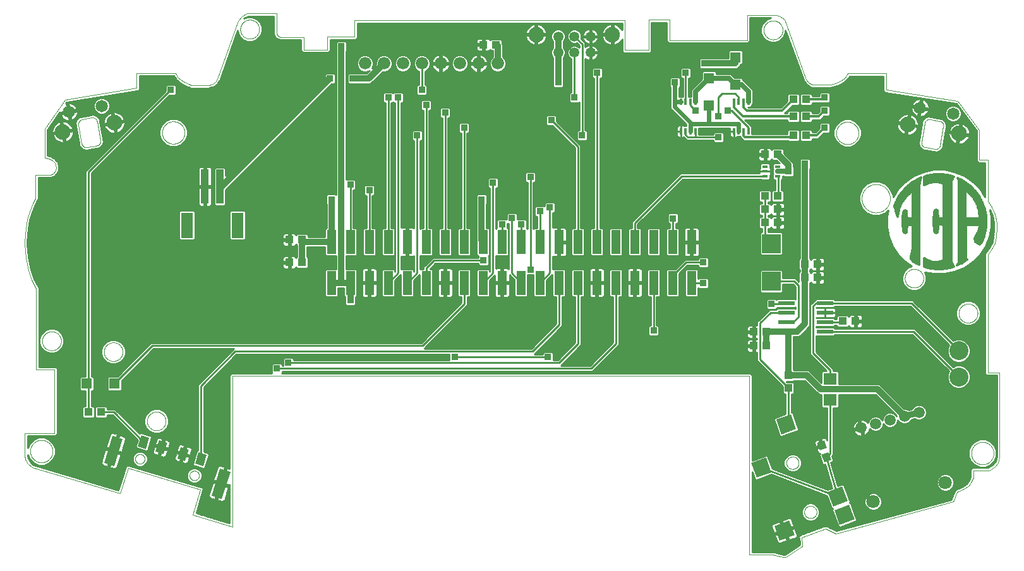
<source format=gbl>
G75*
%MOIN*%
%OFA0B0*%
%FSLAX25Y25*%
%IPPOS*%
%LPD*%
%AMOC8*
5,1,8,0,0,1.08239X$1,22.5*
%
%ADD10C,0.00000*%
%ADD11R,0.04331X0.03937*%
%ADD12R,0.05000X0.12500*%
%ADD13C,0.05300*%
%ADD14C,0.08250*%
%ADD15R,0.04500X0.06300*%
%ADD16R,0.05800X0.15000*%
%ADD17C,0.08268*%
%ADD18C,0.06496*%
%ADD19C,0.06600*%
%ADD20R,0.01378X0.03543*%
%ADD21R,0.05512X0.05512*%
%ADD22R,0.03150X0.01378*%
%ADD23R,0.08300X0.08300*%
%ADD24C,0.05937*%
%ADD25C,0.07087*%
%ADD26C,0.10000*%
%ADD27R,0.03937X0.18110*%
%ADD28R,0.06299X0.13386*%
%ADD29R,0.09843X0.10039*%
%ADD30R,0.07087X0.06299*%
%ADD31R,0.08661X0.02362*%
%ADD32R,0.03937X0.04331*%
%ADD33C,0.01200*%
%ADD34C,0.01000*%
%ADD35R,0.03562X0.03562*%
%ADD36C,0.03200*%
%ADD37C,0.02000*%
%ADD38C,0.02500*%
%ADD39C,0.02400*%
%ADD40C,0.01400*%
D10*
X0012302Y0049630D02*
X0058595Y0035783D01*
X0063045Y0049233D01*
X0101103Y0037846D01*
X0097188Y0024403D01*
X0117930Y0018090D01*
X0117930Y0097690D01*
X0390870Y0097690D01*
X0390870Y0003378D01*
X0403473Y0003378D01*
X0403975Y0003312D02*
X0408625Y0002088D01*
X0410221Y0002343D02*
X0417983Y0007370D01*
X0418055Y0007419D01*
X0418125Y0007471D01*
X0418193Y0007526D01*
X0418258Y0007584D01*
X0418321Y0007645D01*
X0418380Y0007709D01*
X0418437Y0007775D01*
X0418492Y0007843D01*
X0418543Y0007914D01*
X0418591Y0007987D01*
X0418635Y0008062D01*
X0418677Y0008138D01*
X0418715Y0008217D01*
X0418749Y0008297D01*
X0418780Y0008379D01*
X0418808Y0008461D01*
X0418832Y0008545D01*
X0418852Y0008630D01*
X0418868Y0008716D01*
X0418881Y0008802D01*
X0418890Y0008889D01*
X0418895Y0008976D01*
X0418896Y0009063D01*
X0418893Y0009150D01*
X0418887Y0009237D01*
X0418877Y0009324D01*
X0418421Y0012607D01*
X0431137Y0017261D01*
X0436537Y0014608D01*
X0498428Y0031413D01*
X0498773Y0032197D01*
X0500524Y0036480D01*
X0504089Y0038115D01*
X0506643Y0039804D01*
X0508209Y0042029D01*
X0508992Y0044172D01*
X0508992Y0047913D01*
X0517365Y0047913D01*
X0520266Y0049924D01*
X0522178Y0051968D01*
X0522816Y0055034D01*
X0522816Y0099617D01*
X0516706Y0099617D01*
X0516706Y0161850D01*
X0518684Y0164734D01*
X0520374Y0167948D01*
X0521074Y0171327D01*
X0521404Y0176231D01*
X0521404Y0178662D01*
X0520374Y0183030D01*
X0518519Y0187398D01*
X0516720Y0189788D01*
X0516720Y0211736D01*
X0512231Y0211736D01*
X0512231Y0227654D01*
X0500899Y0242829D01*
X0462944Y0248835D01*
X0462944Y0257405D01*
X0442876Y0257405D01*
X0441310Y0255222D01*
X0439127Y0253491D01*
X0436242Y0252131D01*
X0433605Y0251472D01*
X0424169Y0251472D01*
X0422191Y0252626D01*
X0420914Y0254315D01*
X0410355Y0283262D01*
X0409376Y0285734D01*
X0407110Y0287640D01*
X0405204Y0288309D01*
X0389597Y0288309D01*
X0389597Y0274967D01*
X0348592Y0274967D01*
X0348592Y0285719D01*
X0337647Y0285719D01*
X0337647Y0269816D01*
X0325092Y0269816D01*
X0325092Y0285479D01*
X0182443Y0285479D01*
X0182450Y0276744D01*
X0168204Y0276744D01*
X0168204Y0269986D01*
X0155677Y0269986D01*
X0155677Y0276670D01*
X0143349Y0276670D01*
X0141964Y0277329D01*
X0141371Y0278648D01*
X0141371Y0289076D01*
X0125899Y0289076D01*
X0122932Y0287552D01*
X0120954Y0285286D01*
X0110084Y0254534D01*
X0109106Y0252989D01*
X0107200Y0251649D01*
X0105140Y0251139D01*
X0096476Y0251139D01*
X0095599Y0251424D01*
X0092055Y0253196D01*
X0089377Y0255256D01*
X0088141Y0257523D01*
X0067579Y0257523D01*
X0067579Y0249694D01*
X0029711Y0243613D01*
X0018944Y0228117D01*
X0018944Y0212930D01*
X0021027Y0212561D01*
X0023111Y0211453D01*
X0024588Y0210134D01*
X0024957Y0207919D01*
X0024772Y0206126D01*
X0023586Y0204570D01*
X0022161Y0204005D01*
X0014233Y0204005D01*
X0014233Y0191901D01*
X0014090Y0191551D01*
X0012837Y0188749D01*
X0011123Y0184563D01*
X0009640Y0180640D01*
X0008618Y0172893D01*
X0008288Y0167520D01*
X0009046Y0160136D01*
X0010398Y0153510D01*
X0012112Y0148400D01*
X0014423Y0143884D01*
X0014423Y0101097D01*
X0024176Y0101097D01*
X0024176Y0067634D01*
X0008549Y0067634D01*
X0008549Y0055693D01*
X0008825Y0053944D01*
X0010242Y0051433D01*
X0012302Y0049630D01*
X0011381Y0058065D02*
X0011383Y0058218D01*
X0011389Y0058372D01*
X0011399Y0058525D01*
X0011413Y0058677D01*
X0011431Y0058830D01*
X0011453Y0058981D01*
X0011478Y0059132D01*
X0011508Y0059283D01*
X0011542Y0059433D01*
X0011579Y0059581D01*
X0011620Y0059729D01*
X0011665Y0059875D01*
X0011714Y0060021D01*
X0011767Y0060165D01*
X0011823Y0060307D01*
X0011883Y0060448D01*
X0011947Y0060588D01*
X0012014Y0060726D01*
X0012085Y0060862D01*
X0012160Y0060996D01*
X0012237Y0061128D01*
X0012319Y0061258D01*
X0012403Y0061386D01*
X0012491Y0061512D01*
X0012582Y0061635D01*
X0012676Y0061756D01*
X0012774Y0061874D01*
X0012874Y0061990D01*
X0012978Y0062103D01*
X0013084Y0062214D01*
X0013193Y0062322D01*
X0013305Y0062427D01*
X0013419Y0062528D01*
X0013537Y0062627D01*
X0013656Y0062723D01*
X0013778Y0062816D01*
X0013903Y0062905D01*
X0014030Y0062992D01*
X0014159Y0063074D01*
X0014290Y0063154D01*
X0014423Y0063230D01*
X0014558Y0063303D01*
X0014695Y0063372D01*
X0014834Y0063437D01*
X0014974Y0063499D01*
X0015116Y0063557D01*
X0015259Y0063612D01*
X0015404Y0063663D01*
X0015550Y0063710D01*
X0015697Y0063753D01*
X0015845Y0063792D01*
X0015994Y0063828D01*
X0016144Y0063859D01*
X0016295Y0063887D01*
X0016446Y0063911D01*
X0016599Y0063931D01*
X0016751Y0063947D01*
X0016904Y0063959D01*
X0017057Y0063967D01*
X0017210Y0063971D01*
X0017364Y0063971D01*
X0017517Y0063967D01*
X0017670Y0063959D01*
X0017823Y0063947D01*
X0017975Y0063931D01*
X0018128Y0063911D01*
X0018279Y0063887D01*
X0018430Y0063859D01*
X0018580Y0063828D01*
X0018729Y0063792D01*
X0018877Y0063753D01*
X0019024Y0063710D01*
X0019170Y0063663D01*
X0019315Y0063612D01*
X0019458Y0063557D01*
X0019600Y0063499D01*
X0019740Y0063437D01*
X0019879Y0063372D01*
X0020016Y0063303D01*
X0020151Y0063230D01*
X0020284Y0063154D01*
X0020415Y0063074D01*
X0020544Y0062992D01*
X0020671Y0062905D01*
X0020796Y0062816D01*
X0020918Y0062723D01*
X0021037Y0062627D01*
X0021155Y0062528D01*
X0021269Y0062427D01*
X0021381Y0062322D01*
X0021490Y0062214D01*
X0021596Y0062103D01*
X0021700Y0061990D01*
X0021800Y0061874D01*
X0021898Y0061756D01*
X0021992Y0061635D01*
X0022083Y0061512D01*
X0022171Y0061386D01*
X0022255Y0061258D01*
X0022337Y0061128D01*
X0022414Y0060996D01*
X0022489Y0060862D01*
X0022560Y0060726D01*
X0022627Y0060588D01*
X0022691Y0060448D01*
X0022751Y0060307D01*
X0022807Y0060165D01*
X0022860Y0060021D01*
X0022909Y0059875D01*
X0022954Y0059729D01*
X0022995Y0059581D01*
X0023032Y0059433D01*
X0023066Y0059283D01*
X0023096Y0059132D01*
X0023121Y0058981D01*
X0023143Y0058830D01*
X0023161Y0058677D01*
X0023175Y0058525D01*
X0023185Y0058372D01*
X0023191Y0058218D01*
X0023193Y0058065D01*
X0023191Y0057912D01*
X0023185Y0057758D01*
X0023175Y0057605D01*
X0023161Y0057453D01*
X0023143Y0057300D01*
X0023121Y0057149D01*
X0023096Y0056998D01*
X0023066Y0056847D01*
X0023032Y0056697D01*
X0022995Y0056549D01*
X0022954Y0056401D01*
X0022909Y0056255D01*
X0022860Y0056109D01*
X0022807Y0055965D01*
X0022751Y0055823D01*
X0022691Y0055682D01*
X0022627Y0055542D01*
X0022560Y0055404D01*
X0022489Y0055268D01*
X0022414Y0055134D01*
X0022337Y0055002D01*
X0022255Y0054872D01*
X0022171Y0054744D01*
X0022083Y0054618D01*
X0021992Y0054495D01*
X0021898Y0054374D01*
X0021800Y0054256D01*
X0021700Y0054140D01*
X0021596Y0054027D01*
X0021490Y0053916D01*
X0021381Y0053808D01*
X0021269Y0053703D01*
X0021155Y0053602D01*
X0021037Y0053503D01*
X0020918Y0053407D01*
X0020796Y0053314D01*
X0020671Y0053225D01*
X0020544Y0053138D01*
X0020415Y0053056D01*
X0020284Y0052976D01*
X0020151Y0052900D01*
X0020016Y0052827D01*
X0019879Y0052758D01*
X0019740Y0052693D01*
X0019600Y0052631D01*
X0019458Y0052573D01*
X0019315Y0052518D01*
X0019170Y0052467D01*
X0019024Y0052420D01*
X0018877Y0052377D01*
X0018729Y0052338D01*
X0018580Y0052302D01*
X0018430Y0052271D01*
X0018279Y0052243D01*
X0018128Y0052219D01*
X0017975Y0052199D01*
X0017823Y0052183D01*
X0017670Y0052171D01*
X0017517Y0052163D01*
X0017364Y0052159D01*
X0017210Y0052159D01*
X0017057Y0052163D01*
X0016904Y0052171D01*
X0016751Y0052183D01*
X0016599Y0052199D01*
X0016446Y0052219D01*
X0016295Y0052243D01*
X0016144Y0052271D01*
X0015994Y0052302D01*
X0015845Y0052338D01*
X0015697Y0052377D01*
X0015550Y0052420D01*
X0015404Y0052467D01*
X0015259Y0052518D01*
X0015116Y0052573D01*
X0014974Y0052631D01*
X0014834Y0052693D01*
X0014695Y0052758D01*
X0014558Y0052827D01*
X0014423Y0052900D01*
X0014290Y0052976D01*
X0014159Y0053056D01*
X0014030Y0053138D01*
X0013903Y0053225D01*
X0013778Y0053314D01*
X0013656Y0053407D01*
X0013537Y0053503D01*
X0013419Y0053602D01*
X0013305Y0053703D01*
X0013193Y0053808D01*
X0013084Y0053916D01*
X0012978Y0054027D01*
X0012874Y0054140D01*
X0012774Y0054256D01*
X0012676Y0054374D01*
X0012582Y0054495D01*
X0012491Y0054618D01*
X0012403Y0054744D01*
X0012319Y0054872D01*
X0012237Y0055002D01*
X0012160Y0055134D01*
X0012085Y0055268D01*
X0012014Y0055404D01*
X0011947Y0055542D01*
X0011883Y0055682D01*
X0011823Y0055823D01*
X0011767Y0055965D01*
X0011714Y0056109D01*
X0011665Y0056255D01*
X0011620Y0056401D01*
X0011579Y0056549D01*
X0011542Y0056697D01*
X0011508Y0056847D01*
X0011478Y0056998D01*
X0011453Y0057149D01*
X0011431Y0057300D01*
X0011413Y0057453D01*
X0011399Y0057605D01*
X0011389Y0057758D01*
X0011383Y0057912D01*
X0011381Y0058065D01*
X0066767Y0053998D02*
X0066769Y0054097D01*
X0066775Y0054197D01*
X0066785Y0054296D01*
X0066799Y0054394D01*
X0066816Y0054492D01*
X0066838Y0054589D01*
X0066863Y0054685D01*
X0066892Y0054780D01*
X0066925Y0054874D01*
X0066962Y0054966D01*
X0067002Y0055057D01*
X0067046Y0055146D01*
X0067094Y0055234D01*
X0067145Y0055319D01*
X0067199Y0055402D01*
X0067256Y0055484D01*
X0067317Y0055562D01*
X0067381Y0055639D01*
X0067447Y0055712D01*
X0067517Y0055783D01*
X0067589Y0055851D01*
X0067664Y0055917D01*
X0067742Y0055979D01*
X0067822Y0056038D01*
X0067904Y0056094D01*
X0067988Y0056146D01*
X0068075Y0056195D01*
X0068163Y0056241D01*
X0068253Y0056283D01*
X0068345Y0056322D01*
X0068438Y0056357D01*
X0068532Y0056388D01*
X0068628Y0056415D01*
X0068725Y0056438D01*
X0068822Y0056458D01*
X0068920Y0056474D01*
X0069019Y0056486D01*
X0069118Y0056494D01*
X0069217Y0056498D01*
X0069317Y0056498D01*
X0069416Y0056494D01*
X0069515Y0056486D01*
X0069614Y0056474D01*
X0069712Y0056458D01*
X0069809Y0056438D01*
X0069906Y0056415D01*
X0070002Y0056388D01*
X0070096Y0056357D01*
X0070189Y0056322D01*
X0070281Y0056283D01*
X0070371Y0056241D01*
X0070459Y0056195D01*
X0070546Y0056146D01*
X0070630Y0056094D01*
X0070712Y0056038D01*
X0070792Y0055979D01*
X0070870Y0055917D01*
X0070945Y0055851D01*
X0071017Y0055783D01*
X0071087Y0055712D01*
X0071153Y0055639D01*
X0071217Y0055562D01*
X0071278Y0055484D01*
X0071335Y0055402D01*
X0071389Y0055319D01*
X0071440Y0055234D01*
X0071488Y0055146D01*
X0071532Y0055057D01*
X0071572Y0054966D01*
X0071609Y0054874D01*
X0071642Y0054780D01*
X0071671Y0054685D01*
X0071696Y0054589D01*
X0071718Y0054492D01*
X0071735Y0054394D01*
X0071749Y0054296D01*
X0071759Y0054197D01*
X0071765Y0054097D01*
X0071767Y0053998D01*
X0071765Y0053899D01*
X0071759Y0053799D01*
X0071749Y0053700D01*
X0071735Y0053602D01*
X0071718Y0053504D01*
X0071696Y0053407D01*
X0071671Y0053311D01*
X0071642Y0053216D01*
X0071609Y0053122D01*
X0071572Y0053030D01*
X0071532Y0052939D01*
X0071488Y0052850D01*
X0071440Y0052762D01*
X0071389Y0052677D01*
X0071335Y0052594D01*
X0071278Y0052512D01*
X0071217Y0052434D01*
X0071153Y0052357D01*
X0071087Y0052284D01*
X0071017Y0052213D01*
X0070945Y0052145D01*
X0070870Y0052079D01*
X0070792Y0052017D01*
X0070712Y0051958D01*
X0070630Y0051902D01*
X0070546Y0051850D01*
X0070459Y0051801D01*
X0070371Y0051755D01*
X0070281Y0051713D01*
X0070189Y0051674D01*
X0070096Y0051639D01*
X0070002Y0051608D01*
X0069906Y0051581D01*
X0069809Y0051558D01*
X0069712Y0051538D01*
X0069614Y0051522D01*
X0069515Y0051510D01*
X0069416Y0051502D01*
X0069317Y0051498D01*
X0069217Y0051498D01*
X0069118Y0051502D01*
X0069019Y0051510D01*
X0068920Y0051522D01*
X0068822Y0051538D01*
X0068725Y0051558D01*
X0068628Y0051581D01*
X0068532Y0051608D01*
X0068438Y0051639D01*
X0068345Y0051674D01*
X0068253Y0051713D01*
X0068163Y0051755D01*
X0068075Y0051801D01*
X0067988Y0051850D01*
X0067904Y0051902D01*
X0067822Y0051958D01*
X0067742Y0052017D01*
X0067664Y0052079D01*
X0067589Y0052145D01*
X0067517Y0052213D01*
X0067447Y0052284D01*
X0067381Y0052357D01*
X0067317Y0052434D01*
X0067256Y0052512D01*
X0067199Y0052594D01*
X0067145Y0052677D01*
X0067094Y0052762D01*
X0067046Y0052850D01*
X0067002Y0052939D01*
X0066962Y0053030D01*
X0066925Y0053122D01*
X0066892Y0053216D01*
X0066863Y0053311D01*
X0066838Y0053407D01*
X0066816Y0053504D01*
X0066799Y0053602D01*
X0066785Y0053700D01*
X0066775Y0053799D01*
X0066769Y0053899D01*
X0066767Y0053998D01*
X0095457Y0045227D02*
X0095459Y0045326D01*
X0095465Y0045426D01*
X0095475Y0045525D01*
X0095489Y0045623D01*
X0095506Y0045721D01*
X0095528Y0045818D01*
X0095553Y0045914D01*
X0095582Y0046009D01*
X0095615Y0046103D01*
X0095652Y0046195D01*
X0095692Y0046286D01*
X0095736Y0046375D01*
X0095784Y0046463D01*
X0095835Y0046548D01*
X0095889Y0046631D01*
X0095946Y0046713D01*
X0096007Y0046791D01*
X0096071Y0046868D01*
X0096137Y0046941D01*
X0096207Y0047012D01*
X0096279Y0047080D01*
X0096354Y0047146D01*
X0096432Y0047208D01*
X0096512Y0047267D01*
X0096594Y0047323D01*
X0096678Y0047375D01*
X0096765Y0047424D01*
X0096853Y0047470D01*
X0096943Y0047512D01*
X0097035Y0047551D01*
X0097128Y0047586D01*
X0097222Y0047617D01*
X0097318Y0047644D01*
X0097415Y0047667D01*
X0097512Y0047687D01*
X0097610Y0047703D01*
X0097709Y0047715D01*
X0097808Y0047723D01*
X0097907Y0047727D01*
X0098007Y0047727D01*
X0098106Y0047723D01*
X0098205Y0047715D01*
X0098304Y0047703D01*
X0098402Y0047687D01*
X0098499Y0047667D01*
X0098596Y0047644D01*
X0098692Y0047617D01*
X0098786Y0047586D01*
X0098879Y0047551D01*
X0098971Y0047512D01*
X0099061Y0047470D01*
X0099149Y0047424D01*
X0099236Y0047375D01*
X0099320Y0047323D01*
X0099402Y0047267D01*
X0099482Y0047208D01*
X0099560Y0047146D01*
X0099635Y0047080D01*
X0099707Y0047012D01*
X0099777Y0046941D01*
X0099843Y0046868D01*
X0099907Y0046791D01*
X0099968Y0046713D01*
X0100025Y0046631D01*
X0100079Y0046548D01*
X0100130Y0046463D01*
X0100178Y0046375D01*
X0100222Y0046286D01*
X0100262Y0046195D01*
X0100299Y0046103D01*
X0100332Y0046009D01*
X0100361Y0045914D01*
X0100386Y0045818D01*
X0100408Y0045721D01*
X0100425Y0045623D01*
X0100439Y0045525D01*
X0100449Y0045426D01*
X0100455Y0045326D01*
X0100457Y0045227D01*
X0100455Y0045128D01*
X0100449Y0045028D01*
X0100439Y0044929D01*
X0100425Y0044831D01*
X0100408Y0044733D01*
X0100386Y0044636D01*
X0100361Y0044540D01*
X0100332Y0044445D01*
X0100299Y0044351D01*
X0100262Y0044259D01*
X0100222Y0044168D01*
X0100178Y0044079D01*
X0100130Y0043991D01*
X0100079Y0043906D01*
X0100025Y0043823D01*
X0099968Y0043741D01*
X0099907Y0043663D01*
X0099843Y0043586D01*
X0099777Y0043513D01*
X0099707Y0043442D01*
X0099635Y0043374D01*
X0099560Y0043308D01*
X0099482Y0043246D01*
X0099402Y0043187D01*
X0099320Y0043131D01*
X0099236Y0043079D01*
X0099149Y0043030D01*
X0099061Y0042984D01*
X0098971Y0042942D01*
X0098879Y0042903D01*
X0098786Y0042868D01*
X0098692Y0042837D01*
X0098596Y0042810D01*
X0098499Y0042787D01*
X0098402Y0042767D01*
X0098304Y0042751D01*
X0098205Y0042739D01*
X0098106Y0042731D01*
X0098007Y0042727D01*
X0097907Y0042727D01*
X0097808Y0042731D01*
X0097709Y0042739D01*
X0097610Y0042751D01*
X0097512Y0042767D01*
X0097415Y0042787D01*
X0097318Y0042810D01*
X0097222Y0042837D01*
X0097128Y0042868D01*
X0097035Y0042903D01*
X0096943Y0042942D01*
X0096853Y0042984D01*
X0096765Y0043030D01*
X0096678Y0043079D01*
X0096594Y0043131D01*
X0096512Y0043187D01*
X0096432Y0043246D01*
X0096354Y0043308D01*
X0096279Y0043374D01*
X0096207Y0043442D01*
X0096137Y0043513D01*
X0096071Y0043586D01*
X0096007Y0043663D01*
X0095946Y0043741D01*
X0095889Y0043823D01*
X0095835Y0043906D01*
X0095784Y0043991D01*
X0095736Y0044079D01*
X0095692Y0044168D01*
X0095652Y0044259D01*
X0095615Y0044351D01*
X0095582Y0044445D01*
X0095553Y0044540D01*
X0095528Y0044636D01*
X0095506Y0044733D01*
X0095489Y0044831D01*
X0095475Y0044929D01*
X0095465Y0045028D01*
X0095459Y0045128D01*
X0095457Y0045227D01*
X0073045Y0073956D02*
X0073047Y0074096D01*
X0073053Y0074236D01*
X0073063Y0074375D01*
X0073077Y0074514D01*
X0073095Y0074653D01*
X0073116Y0074791D01*
X0073142Y0074929D01*
X0073172Y0075066D01*
X0073205Y0075201D01*
X0073243Y0075336D01*
X0073284Y0075470D01*
X0073329Y0075603D01*
X0073377Y0075734D01*
X0073430Y0075863D01*
X0073486Y0075992D01*
X0073545Y0076118D01*
X0073609Y0076243D01*
X0073675Y0076366D01*
X0073746Y0076487D01*
X0073819Y0076606D01*
X0073896Y0076723D01*
X0073977Y0076837D01*
X0074060Y0076949D01*
X0074147Y0077059D01*
X0074237Y0077167D01*
X0074329Y0077271D01*
X0074425Y0077373D01*
X0074524Y0077473D01*
X0074625Y0077569D01*
X0074729Y0077663D01*
X0074836Y0077753D01*
X0074945Y0077840D01*
X0075057Y0077925D01*
X0075171Y0078006D01*
X0075287Y0078084D01*
X0075405Y0078158D01*
X0075526Y0078229D01*
X0075648Y0078297D01*
X0075773Y0078361D01*
X0075899Y0078422D01*
X0076026Y0078479D01*
X0076156Y0078532D01*
X0076287Y0078582D01*
X0076419Y0078627D01*
X0076552Y0078670D01*
X0076687Y0078708D01*
X0076822Y0078742D01*
X0076959Y0078773D01*
X0077096Y0078800D01*
X0077234Y0078822D01*
X0077373Y0078841D01*
X0077512Y0078856D01*
X0077651Y0078867D01*
X0077791Y0078874D01*
X0077931Y0078877D01*
X0078071Y0078876D01*
X0078211Y0078871D01*
X0078350Y0078862D01*
X0078490Y0078849D01*
X0078629Y0078832D01*
X0078767Y0078811D01*
X0078905Y0078787D01*
X0079042Y0078758D01*
X0079178Y0078726D01*
X0079313Y0078689D01*
X0079447Y0078649D01*
X0079580Y0078605D01*
X0079711Y0078557D01*
X0079841Y0078506D01*
X0079970Y0078451D01*
X0080097Y0078392D01*
X0080222Y0078329D01*
X0080345Y0078264D01*
X0080467Y0078194D01*
X0080586Y0078121D01*
X0080704Y0078045D01*
X0080819Y0077966D01*
X0080932Y0077883D01*
X0081042Y0077797D01*
X0081150Y0077708D01*
X0081255Y0077616D01*
X0081358Y0077521D01*
X0081458Y0077423D01*
X0081555Y0077323D01*
X0081649Y0077219D01*
X0081741Y0077113D01*
X0081829Y0077005D01*
X0081914Y0076894D01*
X0081996Y0076780D01*
X0082075Y0076664D01*
X0082150Y0076547D01*
X0082222Y0076427D01*
X0082290Y0076305D01*
X0082355Y0076181D01*
X0082417Y0076055D01*
X0082475Y0075928D01*
X0082529Y0075799D01*
X0082580Y0075668D01*
X0082626Y0075536D01*
X0082669Y0075403D01*
X0082709Y0075269D01*
X0082744Y0075134D01*
X0082776Y0074997D01*
X0082803Y0074860D01*
X0082827Y0074722D01*
X0082847Y0074584D01*
X0082863Y0074445D01*
X0082875Y0074305D01*
X0082883Y0074166D01*
X0082887Y0074026D01*
X0082887Y0073886D01*
X0082883Y0073746D01*
X0082875Y0073607D01*
X0082863Y0073467D01*
X0082847Y0073328D01*
X0082827Y0073190D01*
X0082803Y0073052D01*
X0082776Y0072915D01*
X0082744Y0072778D01*
X0082709Y0072643D01*
X0082669Y0072509D01*
X0082626Y0072376D01*
X0082580Y0072244D01*
X0082529Y0072113D01*
X0082475Y0071984D01*
X0082417Y0071857D01*
X0082355Y0071731D01*
X0082290Y0071607D01*
X0082222Y0071485D01*
X0082150Y0071365D01*
X0082075Y0071248D01*
X0081996Y0071132D01*
X0081914Y0071018D01*
X0081829Y0070907D01*
X0081741Y0070799D01*
X0081649Y0070693D01*
X0081555Y0070589D01*
X0081458Y0070489D01*
X0081358Y0070391D01*
X0081255Y0070296D01*
X0081150Y0070204D01*
X0081042Y0070115D01*
X0080932Y0070029D01*
X0080819Y0069946D01*
X0080704Y0069867D01*
X0080586Y0069791D01*
X0080467Y0069718D01*
X0080345Y0069648D01*
X0080222Y0069583D01*
X0080097Y0069520D01*
X0079970Y0069461D01*
X0079841Y0069406D01*
X0079711Y0069355D01*
X0079580Y0069307D01*
X0079447Y0069263D01*
X0079313Y0069223D01*
X0079178Y0069186D01*
X0079042Y0069154D01*
X0078905Y0069125D01*
X0078767Y0069101D01*
X0078629Y0069080D01*
X0078490Y0069063D01*
X0078350Y0069050D01*
X0078211Y0069041D01*
X0078071Y0069036D01*
X0077931Y0069035D01*
X0077791Y0069038D01*
X0077651Y0069045D01*
X0077512Y0069056D01*
X0077373Y0069071D01*
X0077234Y0069090D01*
X0077096Y0069112D01*
X0076959Y0069139D01*
X0076822Y0069170D01*
X0076687Y0069204D01*
X0076552Y0069242D01*
X0076419Y0069285D01*
X0076287Y0069330D01*
X0076156Y0069380D01*
X0076026Y0069433D01*
X0075899Y0069490D01*
X0075773Y0069551D01*
X0075648Y0069615D01*
X0075526Y0069683D01*
X0075405Y0069754D01*
X0075287Y0069828D01*
X0075171Y0069906D01*
X0075057Y0069987D01*
X0074945Y0070072D01*
X0074836Y0070159D01*
X0074729Y0070249D01*
X0074625Y0070343D01*
X0074524Y0070439D01*
X0074425Y0070539D01*
X0074329Y0070641D01*
X0074237Y0070745D01*
X0074147Y0070853D01*
X0074060Y0070963D01*
X0073977Y0071075D01*
X0073896Y0071189D01*
X0073819Y0071306D01*
X0073746Y0071425D01*
X0073675Y0071546D01*
X0073609Y0071669D01*
X0073545Y0071794D01*
X0073486Y0071920D01*
X0073430Y0072049D01*
X0073377Y0072178D01*
X0073329Y0072309D01*
X0073284Y0072442D01*
X0073243Y0072576D01*
X0073205Y0072711D01*
X0073172Y0072846D01*
X0073142Y0072983D01*
X0073116Y0073121D01*
X0073095Y0073259D01*
X0073077Y0073398D01*
X0073063Y0073537D01*
X0073053Y0073676D01*
X0073047Y0073816D01*
X0073045Y0073956D01*
X0050286Y0110519D02*
X0050288Y0110659D01*
X0050294Y0110799D01*
X0050304Y0110938D01*
X0050318Y0111077D01*
X0050336Y0111216D01*
X0050357Y0111354D01*
X0050383Y0111492D01*
X0050413Y0111629D01*
X0050446Y0111764D01*
X0050484Y0111899D01*
X0050525Y0112033D01*
X0050570Y0112166D01*
X0050618Y0112297D01*
X0050671Y0112426D01*
X0050727Y0112555D01*
X0050786Y0112681D01*
X0050850Y0112806D01*
X0050916Y0112929D01*
X0050987Y0113050D01*
X0051060Y0113169D01*
X0051137Y0113286D01*
X0051218Y0113400D01*
X0051301Y0113512D01*
X0051388Y0113622D01*
X0051478Y0113730D01*
X0051570Y0113834D01*
X0051666Y0113936D01*
X0051765Y0114036D01*
X0051866Y0114132D01*
X0051970Y0114226D01*
X0052077Y0114316D01*
X0052186Y0114403D01*
X0052298Y0114488D01*
X0052412Y0114569D01*
X0052528Y0114647D01*
X0052646Y0114721D01*
X0052767Y0114792D01*
X0052889Y0114860D01*
X0053014Y0114924D01*
X0053140Y0114985D01*
X0053267Y0115042D01*
X0053397Y0115095D01*
X0053528Y0115145D01*
X0053660Y0115190D01*
X0053793Y0115233D01*
X0053928Y0115271D01*
X0054063Y0115305D01*
X0054200Y0115336D01*
X0054337Y0115363D01*
X0054475Y0115385D01*
X0054614Y0115404D01*
X0054753Y0115419D01*
X0054892Y0115430D01*
X0055032Y0115437D01*
X0055172Y0115440D01*
X0055312Y0115439D01*
X0055452Y0115434D01*
X0055591Y0115425D01*
X0055731Y0115412D01*
X0055870Y0115395D01*
X0056008Y0115374D01*
X0056146Y0115350D01*
X0056283Y0115321D01*
X0056419Y0115289D01*
X0056554Y0115252D01*
X0056688Y0115212D01*
X0056821Y0115168D01*
X0056952Y0115120D01*
X0057082Y0115069D01*
X0057211Y0115014D01*
X0057338Y0114955D01*
X0057463Y0114892D01*
X0057586Y0114827D01*
X0057708Y0114757D01*
X0057827Y0114684D01*
X0057945Y0114608D01*
X0058060Y0114529D01*
X0058173Y0114446D01*
X0058283Y0114360D01*
X0058391Y0114271D01*
X0058496Y0114179D01*
X0058599Y0114084D01*
X0058699Y0113986D01*
X0058796Y0113886D01*
X0058890Y0113782D01*
X0058982Y0113676D01*
X0059070Y0113568D01*
X0059155Y0113457D01*
X0059237Y0113343D01*
X0059316Y0113227D01*
X0059391Y0113110D01*
X0059463Y0112990D01*
X0059531Y0112868D01*
X0059596Y0112744D01*
X0059658Y0112618D01*
X0059716Y0112491D01*
X0059770Y0112362D01*
X0059821Y0112231D01*
X0059867Y0112099D01*
X0059910Y0111966D01*
X0059950Y0111832D01*
X0059985Y0111697D01*
X0060017Y0111560D01*
X0060044Y0111423D01*
X0060068Y0111285D01*
X0060088Y0111147D01*
X0060104Y0111008D01*
X0060116Y0110868D01*
X0060124Y0110729D01*
X0060128Y0110589D01*
X0060128Y0110449D01*
X0060124Y0110309D01*
X0060116Y0110170D01*
X0060104Y0110030D01*
X0060088Y0109891D01*
X0060068Y0109753D01*
X0060044Y0109615D01*
X0060017Y0109478D01*
X0059985Y0109341D01*
X0059950Y0109206D01*
X0059910Y0109072D01*
X0059867Y0108939D01*
X0059821Y0108807D01*
X0059770Y0108676D01*
X0059716Y0108547D01*
X0059658Y0108420D01*
X0059596Y0108294D01*
X0059531Y0108170D01*
X0059463Y0108048D01*
X0059391Y0107928D01*
X0059316Y0107811D01*
X0059237Y0107695D01*
X0059155Y0107581D01*
X0059070Y0107470D01*
X0058982Y0107362D01*
X0058890Y0107256D01*
X0058796Y0107152D01*
X0058699Y0107052D01*
X0058599Y0106954D01*
X0058496Y0106859D01*
X0058391Y0106767D01*
X0058283Y0106678D01*
X0058173Y0106592D01*
X0058060Y0106509D01*
X0057945Y0106430D01*
X0057827Y0106354D01*
X0057708Y0106281D01*
X0057586Y0106211D01*
X0057463Y0106146D01*
X0057338Y0106083D01*
X0057211Y0106024D01*
X0057082Y0105969D01*
X0056952Y0105918D01*
X0056821Y0105870D01*
X0056688Y0105826D01*
X0056554Y0105786D01*
X0056419Y0105749D01*
X0056283Y0105717D01*
X0056146Y0105688D01*
X0056008Y0105664D01*
X0055870Y0105643D01*
X0055731Y0105626D01*
X0055591Y0105613D01*
X0055452Y0105604D01*
X0055312Y0105599D01*
X0055172Y0105598D01*
X0055032Y0105601D01*
X0054892Y0105608D01*
X0054753Y0105619D01*
X0054614Y0105634D01*
X0054475Y0105653D01*
X0054337Y0105675D01*
X0054200Y0105702D01*
X0054063Y0105733D01*
X0053928Y0105767D01*
X0053793Y0105805D01*
X0053660Y0105848D01*
X0053528Y0105893D01*
X0053397Y0105943D01*
X0053267Y0105996D01*
X0053140Y0106053D01*
X0053014Y0106114D01*
X0052889Y0106178D01*
X0052767Y0106246D01*
X0052646Y0106317D01*
X0052528Y0106391D01*
X0052412Y0106469D01*
X0052298Y0106550D01*
X0052186Y0106635D01*
X0052077Y0106722D01*
X0051970Y0106812D01*
X0051866Y0106906D01*
X0051765Y0107002D01*
X0051666Y0107102D01*
X0051570Y0107204D01*
X0051478Y0107308D01*
X0051388Y0107416D01*
X0051301Y0107526D01*
X0051218Y0107638D01*
X0051137Y0107752D01*
X0051060Y0107869D01*
X0050987Y0107988D01*
X0050916Y0108109D01*
X0050850Y0108232D01*
X0050786Y0108357D01*
X0050727Y0108483D01*
X0050671Y0108612D01*
X0050618Y0108741D01*
X0050570Y0108872D01*
X0050525Y0109005D01*
X0050484Y0109139D01*
X0050446Y0109274D01*
X0050413Y0109409D01*
X0050383Y0109546D01*
X0050357Y0109684D01*
X0050336Y0109822D01*
X0050318Y0109961D01*
X0050304Y0110100D01*
X0050294Y0110239D01*
X0050288Y0110379D01*
X0050286Y0110519D01*
X0017664Y0116245D02*
X0017666Y0116386D01*
X0017672Y0116527D01*
X0017682Y0116667D01*
X0017696Y0116807D01*
X0017714Y0116947D01*
X0017735Y0117086D01*
X0017761Y0117225D01*
X0017790Y0117363D01*
X0017824Y0117499D01*
X0017861Y0117635D01*
X0017902Y0117770D01*
X0017947Y0117904D01*
X0017996Y0118036D01*
X0018048Y0118167D01*
X0018104Y0118296D01*
X0018164Y0118423D01*
X0018227Y0118549D01*
X0018293Y0118673D01*
X0018364Y0118796D01*
X0018437Y0118916D01*
X0018514Y0119034D01*
X0018594Y0119150D01*
X0018678Y0119263D01*
X0018764Y0119374D01*
X0018854Y0119483D01*
X0018947Y0119589D01*
X0019042Y0119692D01*
X0019141Y0119793D01*
X0019242Y0119891D01*
X0019346Y0119986D01*
X0019453Y0120078D01*
X0019562Y0120167D01*
X0019674Y0120252D01*
X0019788Y0120335D01*
X0019904Y0120415D01*
X0020023Y0120491D01*
X0020144Y0120563D01*
X0020266Y0120633D01*
X0020391Y0120698D01*
X0020517Y0120761D01*
X0020645Y0120819D01*
X0020775Y0120874D01*
X0020906Y0120926D01*
X0021039Y0120973D01*
X0021173Y0121017D01*
X0021308Y0121058D01*
X0021444Y0121094D01*
X0021581Y0121126D01*
X0021719Y0121155D01*
X0021857Y0121180D01*
X0021997Y0121200D01*
X0022137Y0121217D01*
X0022277Y0121230D01*
X0022418Y0121239D01*
X0022558Y0121244D01*
X0022699Y0121245D01*
X0022840Y0121242D01*
X0022981Y0121235D01*
X0023121Y0121224D01*
X0023261Y0121209D01*
X0023401Y0121190D01*
X0023540Y0121168D01*
X0023678Y0121141D01*
X0023816Y0121111D01*
X0023952Y0121076D01*
X0024088Y0121038D01*
X0024222Y0120996D01*
X0024356Y0120950D01*
X0024488Y0120901D01*
X0024618Y0120847D01*
X0024747Y0120790D01*
X0024874Y0120730D01*
X0025000Y0120666D01*
X0025123Y0120598D01*
X0025245Y0120527D01*
X0025365Y0120453D01*
X0025482Y0120375D01*
X0025597Y0120294D01*
X0025710Y0120210D01*
X0025821Y0120123D01*
X0025929Y0120032D01*
X0026034Y0119939D01*
X0026137Y0119842D01*
X0026237Y0119743D01*
X0026334Y0119641D01*
X0026428Y0119536D01*
X0026519Y0119429D01*
X0026607Y0119319D01*
X0026692Y0119207D01*
X0026774Y0119092D01*
X0026853Y0118975D01*
X0026928Y0118856D01*
X0027000Y0118735D01*
X0027068Y0118612D01*
X0027133Y0118487D01*
X0027195Y0118360D01*
X0027252Y0118231D01*
X0027307Y0118101D01*
X0027357Y0117970D01*
X0027404Y0117837D01*
X0027447Y0117703D01*
X0027486Y0117567D01*
X0027521Y0117431D01*
X0027553Y0117294D01*
X0027580Y0117156D01*
X0027604Y0117017D01*
X0027624Y0116877D01*
X0027640Y0116737D01*
X0027652Y0116597D01*
X0027660Y0116456D01*
X0027664Y0116315D01*
X0027664Y0116175D01*
X0027660Y0116034D01*
X0027652Y0115893D01*
X0027640Y0115753D01*
X0027624Y0115613D01*
X0027604Y0115473D01*
X0027580Y0115334D01*
X0027553Y0115196D01*
X0027521Y0115059D01*
X0027486Y0114923D01*
X0027447Y0114787D01*
X0027404Y0114653D01*
X0027357Y0114520D01*
X0027307Y0114389D01*
X0027252Y0114259D01*
X0027195Y0114130D01*
X0027133Y0114003D01*
X0027068Y0113878D01*
X0027000Y0113755D01*
X0026928Y0113634D01*
X0026853Y0113515D01*
X0026774Y0113398D01*
X0026692Y0113283D01*
X0026607Y0113171D01*
X0026519Y0113061D01*
X0026428Y0112954D01*
X0026334Y0112849D01*
X0026237Y0112747D01*
X0026137Y0112648D01*
X0026034Y0112551D01*
X0025929Y0112458D01*
X0025821Y0112367D01*
X0025710Y0112280D01*
X0025597Y0112196D01*
X0025482Y0112115D01*
X0025365Y0112037D01*
X0025245Y0111963D01*
X0025123Y0111892D01*
X0025000Y0111824D01*
X0024874Y0111760D01*
X0024747Y0111700D01*
X0024618Y0111643D01*
X0024488Y0111589D01*
X0024356Y0111540D01*
X0024222Y0111494D01*
X0024088Y0111452D01*
X0023952Y0111414D01*
X0023816Y0111379D01*
X0023678Y0111349D01*
X0023540Y0111322D01*
X0023401Y0111300D01*
X0023261Y0111281D01*
X0023121Y0111266D01*
X0022981Y0111255D01*
X0022840Y0111248D01*
X0022699Y0111245D01*
X0022558Y0111246D01*
X0022418Y0111251D01*
X0022277Y0111260D01*
X0022137Y0111273D01*
X0021997Y0111290D01*
X0021857Y0111310D01*
X0021719Y0111335D01*
X0021581Y0111364D01*
X0021444Y0111396D01*
X0021308Y0111432D01*
X0021173Y0111473D01*
X0021039Y0111517D01*
X0020906Y0111564D01*
X0020775Y0111616D01*
X0020645Y0111671D01*
X0020517Y0111729D01*
X0020391Y0111792D01*
X0020266Y0111857D01*
X0020144Y0111927D01*
X0020023Y0111999D01*
X0019904Y0112075D01*
X0019788Y0112155D01*
X0019674Y0112238D01*
X0019562Y0112323D01*
X0019453Y0112412D01*
X0019346Y0112504D01*
X0019242Y0112599D01*
X0019141Y0112697D01*
X0019042Y0112798D01*
X0018947Y0112901D01*
X0018854Y0113007D01*
X0018764Y0113116D01*
X0018678Y0113227D01*
X0018594Y0113340D01*
X0018514Y0113456D01*
X0018437Y0113574D01*
X0018364Y0113694D01*
X0018293Y0113817D01*
X0018227Y0113941D01*
X0018164Y0114067D01*
X0018104Y0114194D01*
X0018048Y0114323D01*
X0017996Y0114454D01*
X0017947Y0114586D01*
X0017902Y0114720D01*
X0017861Y0114855D01*
X0017824Y0114991D01*
X0017790Y0115127D01*
X0017761Y0115265D01*
X0017735Y0115404D01*
X0017714Y0115543D01*
X0017696Y0115683D01*
X0017682Y0115823D01*
X0017672Y0115963D01*
X0017666Y0116104D01*
X0017664Y0116245D01*
X0041425Y0218445D02*
X0046349Y0219313D01*
X0046445Y0219332D01*
X0046541Y0219355D01*
X0046635Y0219381D01*
X0046729Y0219411D01*
X0046821Y0219445D01*
X0046912Y0219482D01*
X0047001Y0219523D01*
X0047089Y0219568D01*
X0047174Y0219615D01*
X0047258Y0219667D01*
X0047340Y0219721D01*
X0047420Y0219778D01*
X0047497Y0219839D01*
X0047572Y0219903D01*
X0047644Y0219969D01*
X0047713Y0220038D01*
X0047780Y0220110D01*
X0047844Y0220185D01*
X0047905Y0220262D01*
X0047963Y0220341D01*
X0048018Y0220423D01*
X0048069Y0220506D01*
X0048117Y0220592D01*
X0048162Y0220679D01*
X0048203Y0220768D01*
X0048241Y0220859D01*
X0048275Y0220951D01*
X0048306Y0221044D01*
X0048333Y0221138D01*
X0048356Y0221234D01*
X0048375Y0221330D01*
X0048391Y0221427D01*
X0048402Y0221525D01*
X0048410Y0221622D01*
X0048414Y0221720D01*
X0048415Y0221819D01*
X0048411Y0221917D01*
X0048403Y0222015D01*
X0048392Y0222112D01*
X0048377Y0222209D01*
X0046640Y0232057D01*
X0046621Y0232153D01*
X0046598Y0232249D01*
X0046572Y0232343D01*
X0046542Y0232437D01*
X0046508Y0232529D01*
X0046471Y0232620D01*
X0046430Y0232709D01*
X0046385Y0232797D01*
X0046338Y0232882D01*
X0046286Y0232966D01*
X0046232Y0233048D01*
X0046175Y0233128D01*
X0046114Y0233205D01*
X0046050Y0233280D01*
X0045984Y0233352D01*
X0045915Y0233421D01*
X0045843Y0233488D01*
X0045768Y0233552D01*
X0045691Y0233613D01*
X0045612Y0233671D01*
X0045530Y0233726D01*
X0045447Y0233777D01*
X0045361Y0233825D01*
X0045274Y0233870D01*
X0045185Y0233911D01*
X0045094Y0233949D01*
X0045002Y0233983D01*
X0044909Y0234014D01*
X0044815Y0234041D01*
X0044719Y0234064D01*
X0044623Y0234083D01*
X0044526Y0234099D01*
X0044428Y0234110D01*
X0044331Y0234118D01*
X0044233Y0234122D01*
X0044134Y0234123D01*
X0044036Y0234119D01*
X0043938Y0234111D01*
X0043841Y0234100D01*
X0043744Y0234085D01*
X0038820Y0233217D01*
X0038724Y0233198D01*
X0038628Y0233175D01*
X0038534Y0233149D01*
X0038440Y0233119D01*
X0038348Y0233085D01*
X0038257Y0233048D01*
X0038168Y0233007D01*
X0038080Y0232962D01*
X0037995Y0232915D01*
X0037911Y0232863D01*
X0037829Y0232809D01*
X0037749Y0232752D01*
X0037672Y0232691D01*
X0037597Y0232627D01*
X0037525Y0232561D01*
X0037456Y0232492D01*
X0037389Y0232420D01*
X0037325Y0232345D01*
X0037264Y0232268D01*
X0037206Y0232189D01*
X0037151Y0232107D01*
X0037100Y0232024D01*
X0037052Y0231938D01*
X0037007Y0231851D01*
X0036966Y0231762D01*
X0036928Y0231671D01*
X0036894Y0231579D01*
X0036863Y0231486D01*
X0036836Y0231391D01*
X0036813Y0231296D01*
X0036794Y0231200D01*
X0036778Y0231103D01*
X0036767Y0231005D01*
X0036759Y0230908D01*
X0036755Y0230810D01*
X0036754Y0230711D01*
X0036758Y0230613D01*
X0036766Y0230515D01*
X0036777Y0230418D01*
X0036792Y0230321D01*
X0038529Y0220473D01*
X0038548Y0220377D01*
X0038571Y0220281D01*
X0038597Y0220187D01*
X0038627Y0220093D01*
X0038661Y0220001D01*
X0038698Y0219910D01*
X0038739Y0219821D01*
X0038784Y0219733D01*
X0038831Y0219648D01*
X0038883Y0219564D01*
X0038937Y0219482D01*
X0038994Y0219402D01*
X0039055Y0219325D01*
X0039119Y0219250D01*
X0039185Y0219178D01*
X0039254Y0219109D01*
X0039326Y0219042D01*
X0039401Y0218978D01*
X0039478Y0218917D01*
X0039557Y0218859D01*
X0039639Y0218804D01*
X0039722Y0218753D01*
X0039808Y0218705D01*
X0039895Y0218660D01*
X0039984Y0218619D01*
X0040075Y0218581D01*
X0040167Y0218547D01*
X0040260Y0218516D01*
X0040354Y0218489D01*
X0040450Y0218466D01*
X0040546Y0218447D01*
X0040643Y0218431D01*
X0040741Y0218420D01*
X0040838Y0218412D01*
X0040936Y0218408D01*
X0041035Y0218407D01*
X0041133Y0218411D01*
X0041231Y0218419D01*
X0041328Y0218430D01*
X0041425Y0218445D01*
X0081008Y0226182D02*
X0081010Y0226335D01*
X0081016Y0226489D01*
X0081026Y0226642D01*
X0081040Y0226794D01*
X0081058Y0226947D01*
X0081080Y0227098D01*
X0081105Y0227249D01*
X0081135Y0227400D01*
X0081169Y0227550D01*
X0081206Y0227698D01*
X0081247Y0227846D01*
X0081292Y0227992D01*
X0081341Y0228138D01*
X0081394Y0228282D01*
X0081450Y0228424D01*
X0081510Y0228565D01*
X0081574Y0228705D01*
X0081641Y0228843D01*
X0081712Y0228979D01*
X0081787Y0229113D01*
X0081864Y0229245D01*
X0081946Y0229375D01*
X0082030Y0229503D01*
X0082118Y0229629D01*
X0082209Y0229752D01*
X0082303Y0229873D01*
X0082401Y0229991D01*
X0082501Y0230107D01*
X0082605Y0230220D01*
X0082711Y0230331D01*
X0082820Y0230439D01*
X0082932Y0230544D01*
X0083046Y0230645D01*
X0083164Y0230744D01*
X0083283Y0230840D01*
X0083405Y0230933D01*
X0083530Y0231022D01*
X0083657Y0231109D01*
X0083786Y0231191D01*
X0083917Y0231271D01*
X0084050Y0231347D01*
X0084185Y0231420D01*
X0084322Y0231489D01*
X0084461Y0231554D01*
X0084601Y0231616D01*
X0084743Y0231674D01*
X0084886Y0231729D01*
X0085031Y0231780D01*
X0085177Y0231827D01*
X0085324Y0231870D01*
X0085472Y0231909D01*
X0085621Y0231945D01*
X0085771Y0231976D01*
X0085922Y0232004D01*
X0086073Y0232028D01*
X0086226Y0232048D01*
X0086378Y0232064D01*
X0086531Y0232076D01*
X0086684Y0232084D01*
X0086837Y0232088D01*
X0086991Y0232088D01*
X0087144Y0232084D01*
X0087297Y0232076D01*
X0087450Y0232064D01*
X0087602Y0232048D01*
X0087755Y0232028D01*
X0087906Y0232004D01*
X0088057Y0231976D01*
X0088207Y0231945D01*
X0088356Y0231909D01*
X0088504Y0231870D01*
X0088651Y0231827D01*
X0088797Y0231780D01*
X0088942Y0231729D01*
X0089085Y0231674D01*
X0089227Y0231616D01*
X0089367Y0231554D01*
X0089506Y0231489D01*
X0089643Y0231420D01*
X0089778Y0231347D01*
X0089911Y0231271D01*
X0090042Y0231191D01*
X0090171Y0231109D01*
X0090298Y0231022D01*
X0090423Y0230933D01*
X0090545Y0230840D01*
X0090664Y0230744D01*
X0090782Y0230645D01*
X0090896Y0230544D01*
X0091008Y0230439D01*
X0091117Y0230331D01*
X0091223Y0230220D01*
X0091327Y0230107D01*
X0091427Y0229991D01*
X0091525Y0229873D01*
X0091619Y0229752D01*
X0091710Y0229629D01*
X0091798Y0229503D01*
X0091882Y0229375D01*
X0091964Y0229245D01*
X0092041Y0229113D01*
X0092116Y0228979D01*
X0092187Y0228843D01*
X0092254Y0228705D01*
X0092318Y0228565D01*
X0092378Y0228424D01*
X0092434Y0228282D01*
X0092487Y0228138D01*
X0092536Y0227992D01*
X0092581Y0227846D01*
X0092622Y0227698D01*
X0092659Y0227550D01*
X0092693Y0227400D01*
X0092723Y0227249D01*
X0092748Y0227098D01*
X0092770Y0226947D01*
X0092788Y0226794D01*
X0092802Y0226642D01*
X0092812Y0226489D01*
X0092818Y0226335D01*
X0092820Y0226182D01*
X0092818Y0226029D01*
X0092812Y0225875D01*
X0092802Y0225722D01*
X0092788Y0225570D01*
X0092770Y0225417D01*
X0092748Y0225266D01*
X0092723Y0225115D01*
X0092693Y0224964D01*
X0092659Y0224814D01*
X0092622Y0224666D01*
X0092581Y0224518D01*
X0092536Y0224372D01*
X0092487Y0224226D01*
X0092434Y0224082D01*
X0092378Y0223940D01*
X0092318Y0223799D01*
X0092254Y0223659D01*
X0092187Y0223521D01*
X0092116Y0223385D01*
X0092041Y0223251D01*
X0091964Y0223119D01*
X0091882Y0222989D01*
X0091798Y0222861D01*
X0091710Y0222735D01*
X0091619Y0222612D01*
X0091525Y0222491D01*
X0091427Y0222373D01*
X0091327Y0222257D01*
X0091223Y0222144D01*
X0091117Y0222033D01*
X0091008Y0221925D01*
X0090896Y0221820D01*
X0090782Y0221719D01*
X0090664Y0221620D01*
X0090545Y0221524D01*
X0090423Y0221431D01*
X0090298Y0221342D01*
X0090171Y0221255D01*
X0090042Y0221173D01*
X0089911Y0221093D01*
X0089778Y0221017D01*
X0089643Y0220944D01*
X0089506Y0220875D01*
X0089367Y0220810D01*
X0089227Y0220748D01*
X0089085Y0220690D01*
X0088942Y0220635D01*
X0088797Y0220584D01*
X0088651Y0220537D01*
X0088504Y0220494D01*
X0088356Y0220455D01*
X0088207Y0220419D01*
X0088057Y0220388D01*
X0087906Y0220360D01*
X0087755Y0220336D01*
X0087602Y0220316D01*
X0087450Y0220300D01*
X0087297Y0220288D01*
X0087144Y0220280D01*
X0086991Y0220276D01*
X0086837Y0220276D01*
X0086684Y0220280D01*
X0086531Y0220288D01*
X0086378Y0220300D01*
X0086226Y0220316D01*
X0086073Y0220336D01*
X0085922Y0220360D01*
X0085771Y0220388D01*
X0085621Y0220419D01*
X0085472Y0220455D01*
X0085324Y0220494D01*
X0085177Y0220537D01*
X0085031Y0220584D01*
X0084886Y0220635D01*
X0084743Y0220690D01*
X0084601Y0220748D01*
X0084461Y0220810D01*
X0084322Y0220875D01*
X0084185Y0220944D01*
X0084050Y0221017D01*
X0083917Y0221093D01*
X0083786Y0221173D01*
X0083657Y0221255D01*
X0083530Y0221342D01*
X0083405Y0221431D01*
X0083283Y0221524D01*
X0083164Y0221620D01*
X0083046Y0221719D01*
X0082932Y0221820D01*
X0082820Y0221925D01*
X0082711Y0222033D01*
X0082605Y0222144D01*
X0082501Y0222257D01*
X0082401Y0222373D01*
X0082303Y0222491D01*
X0082209Y0222612D01*
X0082118Y0222735D01*
X0082030Y0222861D01*
X0081946Y0222989D01*
X0081864Y0223119D01*
X0081787Y0223251D01*
X0081712Y0223385D01*
X0081641Y0223521D01*
X0081574Y0223659D01*
X0081510Y0223799D01*
X0081450Y0223940D01*
X0081394Y0224082D01*
X0081341Y0224226D01*
X0081292Y0224372D01*
X0081247Y0224518D01*
X0081206Y0224666D01*
X0081169Y0224814D01*
X0081135Y0224964D01*
X0081105Y0225115D01*
X0081080Y0225266D01*
X0081058Y0225417D01*
X0081040Y0225570D01*
X0081026Y0225722D01*
X0081016Y0225875D01*
X0081010Y0226029D01*
X0081008Y0226182D01*
X0122224Y0280733D02*
X0122226Y0280874D01*
X0122232Y0281015D01*
X0122242Y0281155D01*
X0122256Y0281295D01*
X0122274Y0281435D01*
X0122295Y0281574D01*
X0122321Y0281713D01*
X0122350Y0281851D01*
X0122384Y0281987D01*
X0122421Y0282123D01*
X0122462Y0282258D01*
X0122507Y0282392D01*
X0122556Y0282524D01*
X0122608Y0282655D01*
X0122664Y0282784D01*
X0122724Y0282911D01*
X0122787Y0283037D01*
X0122853Y0283161D01*
X0122924Y0283284D01*
X0122997Y0283404D01*
X0123074Y0283522D01*
X0123154Y0283638D01*
X0123238Y0283751D01*
X0123324Y0283862D01*
X0123414Y0283971D01*
X0123507Y0284077D01*
X0123602Y0284180D01*
X0123701Y0284281D01*
X0123802Y0284379D01*
X0123906Y0284474D01*
X0124013Y0284566D01*
X0124122Y0284655D01*
X0124234Y0284740D01*
X0124348Y0284823D01*
X0124464Y0284903D01*
X0124583Y0284979D01*
X0124704Y0285051D01*
X0124826Y0285121D01*
X0124951Y0285186D01*
X0125077Y0285249D01*
X0125205Y0285307D01*
X0125335Y0285362D01*
X0125466Y0285414D01*
X0125599Y0285461D01*
X0125733Y0285505D01*
X0125868Y0285546D01*
X0126004Y0285582D01*
X0126141Y0285614D01*
X0126279Y0285643D01*
X0126417Y0285668D01*
X0126557Y0285688D01*
X0126697Y0285705D01*
X0126837Y0285718D01*
X0126978Y0285727D01*
X0127118Y0285732D01*
X0127259Y0285733D01*
X0127400Y0285730D01*
X0127541Y0285723D01*
X0127681Y0285712D01*
X0127821Y0285697D01*
X0127961Y0285678D01*
X0128100Y0285656D01*
X0128238Y0285629D01*
X0128376Y0285599D01*
X0128512Y0285564D01*
X0128648Y0285526D01*
X0128782Y0285484D01*
X0128916Y0285438D01*
X0129048Y0285389D01*
X0129178Y0285335D01*
X0129307Y0285278D01*
X0129434Y0285218D01*
X0129560Y0285154D01*
X0129683Y0285086D01*
X0129805Y0285015D01*
X0129925Y0284941D01*
X0130042Y0284863D01*
X0130157Y0284782D01*
X0130270Y0284698D01*
X0130381Y0284611D01*
X0130489Y0284520D01*
X0130594Y0284427D01*
X0130697Y0284330D01*
X0130797Y0284231D01*
X0130894Y0284129D01*
X0130988Y0284024D01*
X0131079Y0283917D01*
X0131167Y0283807D01*
X0131252Y0283695D01*
X0131334Y0283580D01*
X0131413Y0283463D01*
X0131488Y0283344D01*
X0131560Y0283223D01*
X0131628Y0283100D01*
X0131693Y0282975D01*
X0131755Y0282848D01*
X0131812Y0282719D01*
X0131867Y0282589D01*
X0131917Y0282458D01*
X0131964Y0282325D01*
X0132007Y0282191D01*
X0132046Y0282055D01*
X0132081Y0281919D01*
X0132113Y0281782D01*
X0132140Y0281644D01*
X0132164Y0281505D01*
X0132184Y0281365D01*
X0132200Y0281225D01*
X0132212Y0281085D01*
X0132220Y0280944D01*
X0132224Y0280803D01*
X0132224Y0280663D01*
X0132220Y0280522D01*
X0132212Y0280381D01*
X0132200Y0280241D01*
X0132184Y0280101D01*
X0132164Y0279961D01*
X0132140Y0279822D01*
X0132113Y0279684D01*
X0132081Y0279547D01*
X0132046Y0279411D01*
X0132007Y0279275D01*
X0131964Y0279141D01*
X0131917Y0279008D01*
X0131867Y0278877D01*
X0131812Y0278747D01*
X0131755Y0278618D01*
X0131693Y0278491D01*
X0131628Y0278366D01*
X0131560Y0278243D01*
X0131488Y0278122D01*
X0131413Y0278003D01*
X0131334Y0277886D01*
X0131252Y0277771D01*
X0131167Y0277659D01*
X0131079Y0277549D01*
X0130988Y0277442D01*
X0130894Y0277337D01*
X0130797Y0277235D01*
X0130697Y0277136D01*
X0130594Y0277039D01*
X0130489Y0276946D01*
X0130381Y0276855D01*
X0130270Y0276768D01*
X0130157Y0276684D01*
X0130042Y0276603D01*
X0129925Y0276525D01*
X0129805Y0276451D01*
X0129683Y0276380D01*
X0129560Y0276312D01*
X0129434Y0276248D01*
X0129307Y0276188D01*
X0129178Y0276131D01*
X0129048Y0276077D01*
X0128916Y0276028D01*
X0128782Y0275982D01*
X0128648Y0275940D01*
X0128512Y0275902D01*
X0128376Y0275867D01*
X0128238Y0275837D01*
X0128100Y0275810D01*
X0127961Y0275788D01*
X0127821Y0275769D01*
X0127681Y0275754D01*
X0127541Y0275743D01*
X0127400Y0275736D01*
X0127259Y0275733D01*
X0127118Y0275734D01*
X0126978Y0275739D01*
X0126837Y0275748D01*
X0126697Y0275761D01*
X0126557Y0275778D01*
X0126417Y0275798D01*
X0126279Y0275823D01*
X0126141Y0275852D01*
X0126004Y0275884D01*
X0125868Y0275920D01*
X0125733Y0275961D01*
X0125599Y0276005D01*
X0125466Y0276052D01*
X0125335Y0276104D01*
X0125205Y0276159D01*
X0125077Y0276217D01*
X0124951Y0276280D01*
X0124826Y0276345D01*
X0124704Y0276415D01*
X0124583Y0276487D01*
X0124464Y0276563D01*
X0124348Y0276643D01*
X0124234Y0276726D01*
X0124122Y0276811D01*
X0124013Y0276900D01*
X0123906Y0276992D01*
X0123802Y0277087D01*
X0123701Y0277185D01*
X0123602Y0277286D01*
X0123507Y0277389D01*
X0123414Y0277495D01*
X0123324Y0277604D01*
X0123238Y0277715D01*
X0123154Y0277828D01*
X0123074Y0277944D01*
X0122997Y0278062D01*
X0122924Y0278182D01*
X0122853Y0278305D01*
X0122787Y0278429D01*
X0122724Y0278555D01*
X0122664Y0278682D01*
X0122608Y0278811D01*
X0122556Y0278942D01*
X0122507Y0279074D01*
X0122462Y0279208D01*
X0122421Y0279343D01*
X0122384Y0279479D01*
X0122350Y0279615D01*
X0122321Y0279753D01*
X0122295Y0279892D01*
X0122274Y0280031D01*
X0122256Y0280171D01*
X0122242Y0280311D01*
X0122232Y0280451D01*
X0122226Y0280592D01*
X0122224Y0280733D01*
X0398390Y0280323D02*
X0398392Y0280464D01*
X0398398Y0280605D01*
X0398408Y0280745D01*
X0398422Y0280885D01*
X0398440Y0281025D01*
X0398461Y0281164D01*
X0398487Y0281303D01*
X0398516Y0281441D01*
X0398550Y0281577D01*
X0398587Y0281713D01*
X0398628Y0281848D01*
X0398673Y0281982D01*
X0398722Y0282114D01*
X0398774Y0282245D01*
X0398830Y0282374D01*
X0398890Y0282501D01*
X0398953Y0282627D01*
X0399019Y0282751D01*
X0399090Y0282874D01*
X0399163Y0282994D01*
X0399240Y0283112D01*
X0399320Y0283228D01*
X0399404Y0283341D01*
X0399490Y0283452D01*
X0399580Y0283561D01*
X0399673Y0283667D01*
X0399768Y0283770D01*
X0399867Y0283871D01*
X0399968Y0283969D01*
X0400072Y0284064D01*
X0400179Y0284156D01*
X0400288Y0284245D01*
X0400400Y0284330D01*
X0400514Y0284413D01*
X0400630Y0284493D01*
X0400749Y0284569D01*
X0400870Y0284641D01*
X0400992Y0284711D01*
X0401117Y0284776D01*
X0401243Y0284839D01*
X0401371Y0284897D01*
X0401501Y0284952D01*
X0401632Y0285004D01*
X0401765Y0285051D01*
X0401899Y0285095D01*
X0402034Y0285136D01*
X0402170Y0285172D01*
X0402307Y0285204D01*
X0402445Y0285233D01*
X0402583Y0285258D01*
X0402723Y0285278D01*
X0402863Y0285295D01*
X0403003Y0285308D01*
X0403144Y0285317D01*
X0403284Y0285322D01*
X0403425Y0285323D01*
X0403566Y0285320D01*
X0403707Y0285313D01*
X0403847Y0285302D01*
X0403987Y0285287D01*
X0404127Y0285268D01*
X0404266Y0285246D01*
X0404404Y0285219D01*
X0404542Y0285189D01*
X0404678Y0285154D01*
X0404814Y0285116D01*
X0404948Y0285074D01*
X0405082Y0285028D01*
X0405214Y0284979D01*
X0405344Y0284925D01*
X0405473Y0284868D01*
X0405600Y0284808D01*
X0405726Y0284744D01*
X0405849Y0284676D01*
X0405971Y0284605D01*
X0406091Y0284531D01*
X0406208Y0284453D01*
X0406323Y0284372D01*
X0406436Y0284288D01*
X0406547Y0284201D01*
X0406655Y0284110D01*
X0406760Y0284017D01*
X0406863Y0283920D01*
X0406963Y0283821D01*
X0407060Y0283719D01*
X0407154Y0283614D01*
X0407245Y0283507D01*
X0407333Y0283397D01*
X0407418Y0283285D01*
X0407500Y0283170D01*
X0407579Y0283053D01*
X0407654Y0282934D01*
X0407726Y0282813D01*
X0407794Y0282690D01*
X0407859Y0282565D01*
X0407921Y0282438D01*
X0407978Y0282309D01*
X0408033Y0282179D01*
X0408083Y0282048D01*
X0408130Y0281915D01*
X0408173Y0281781D01*
X0408212Y0281645D01*
X0408247Y0281509D01*
X0408279Y0281372D01*
X0408306Y0281234D01*
X0408330Y0281095D01*
X0408350Y0280955D01*
X0408366Y0280815D01*
X0408378Y0280675D01*
X0408386Y0280534D01*
X0408390Y0280393D01*
X0408390Y0280253D01*
X0408386Y0280112D01*
X0408378Y0279971D01*
X0408366Y0279831D01*
X0408350Y0279691D01*
X0408330Y0279551D01*
X0408306Y0279412D01*
X0408279Y0279274D01*
X0408247Y0279137D01*
X0408212Y0279001D01*
X0408173Y0278865D01*
X0408130Y0278731D01*
X0408083Y0278598D01*
X0408033Y0278467D01*
X0407978Y0278337D01*
X0407921Y0278208D01*
X0407859Y0278081D01*
X0407794Y0277956D01*
X0407726Y0277833D01*
X0407654Y0277712D01*
X0407579Y0277593D01*
X0407500Y0277476D01*
X0407418Y0277361D01*
X0407333Y0277249D01*
X0407245Y0277139D01*
X0407154Y0277032D01*
X0407060Y0276927D01*
X0406963Y0276825D01*
X0406863Y0276726D01*
X0406760Y0276629D01*
X0406655Y0276536D01*
X0406547Y0276445D01*
X0406436Y0276358D01*
X0406323Y0276274D01*
X0406208Y0276193D01*
X0406091Y0276115D01*
X0405971Y0276041D01*
X0405849Y0275970D01*
X0405726Y0275902D01*
X0405600Y0275838D01*
X0405473Y0275778D01*
X0405344Y0275721D01*
X0405214Y0275667D01*
X0405082Y0275618D01*
X0404948Y0275572D01*
X0404814Y0275530D01*
X0404678Y0275492D01*
X0404542Y0275457D01*
X0404404Y0275427D01*
X0404266Y0275400D01*
X0404127Y0275378D01*
X0403987Y0275359D01*
X0403847Y0275344D01*
X0403707Y0275333D01*
X0403566Y0275326D01*
X0403425Y0275323D01*
X0403284Y0275324D01*
X0403144Y0275329D01*
X0403003Y0275338D01*
X0402863Y0275351D01*
X0402723Y0275368D01*
X0402583Y0275388D01*
X0402445Y0275413D01*
X0402307Y0275442D01*
X0402170Y0275474D01*
X0402034Y0275510D01*
X0401899Y0275551D01*
X0401765Y0275595D01*
X0401632Y0275642D01*
X0401501Y0275694D01*
X0401371Y0275749D01*
X0401243Y0275807D01*
X0401117Y0275870D01*
X0400992Y0275935D01*
X0400870Y0276005D01*
X0400749Y0276077D01*
X0400630Y0276153D01*
X0400514Y0276233D01*
X0400400Y0276316D01*
X0400288Y0276401D01*
X0400179Y0276490D01*
X0400072Y0276582D01*
X0399968Y0276677D01*
X0399867Y0276775D01*
X0399768Y0276876D01*
X0399673Y0276979D01*
X0399580Y0277085D01*
X0399490Y0277194D01*
X0399404Y0277305D01*
X0399320Y0277418D01*
X0399240Y0277534D01*
X0399163Y0277652D01*
X0399090Y0277772D01*
X0399019Y0277895D01*
X0398953Y0278019D01*
X0398890Y0278145D01*
X0398830Y0278272D01*
X0398774Y0278401D01*
X0398722Y0278532D01*
X0398673Y0278664D01*
X0398628Y0278798D01*
X0398587Y0278933D01*
X0398550Y0279069D01*
X0398516Y0279205D01*
X0398487Y0279343D01*
X0398461Y0279482D01*
X0398440Y0279621D01*
X0398422Y0279761D01*
X0398408Y0279901D01*
X0398398Y0280041D01*
X0398392Y0280182D01*
X0398390Y0280323D01*
X0483376Y0231132D02*
X0481640Y0221284D01*
X0481625Y0221187D01*
X0481614Y0221090D01*
X0481606Y0220992D01*
X0481602Y0220894D01*
X0481603Y0220795D01*
X0481607Y0220697D01*
X0481615Y0220600D01*
X0481626Y0220502D01*
X0481642Y0220405D01*
X0481661Y0220309D01*
X0481684Y0220213D01*
X0481711Y0220119D01*
X0481742Y0220026D01*
X0481776Y0219934D01*
X0481814Y0219843D01*
X0481855Y0219754D01*
X0481900Y0219667D01*
X0481948Y0219581D01*
X0481999Y0219498D01*
X0482054Y0219416D01*
X0482112Y0219337D01*
X0482173Y0219260D01*
X0482237Y0219185D01*
X0482304Y0219113D01*
X0482373Y0219044D01*
X0482445Y0218978D01*
X0482520Y0218914D01*
X0482597Y0218853D01*
X0482677Y0218796D01*
X0482759Y0218742D01*
X0482843Y0218690D01*
X0482928Y0218643D01*
X0483016Y0218598D01*
X0483105Y0218557D01*
X0483196Y0218520D01*
X0483288Y0218486D01*
X0483382Y0218456D01*
X0483476Y0218430D01*
X0483572Y0218407D01*
X0483668Y0218388D01*
X0488592Y0217519D01*
X0488689Y0217504D01*
X0488786Y0217493D01*
X0488884Y0217485D01*
X0488982Y0217481D01*
X0489081Y0217482D01*
X0489179Y0217486D01*
X0489276Y0217494D01*
X0489374Y0217505D01*
X0489471Y0217521D01*
X0489567Y0217540D01*
X0489663Y0217563D01*
X0489757Y0217590D01*
X0489850Y0217621D01*
X0489942Y0217655D01*
X0490033Y0217693D01*
X0490122Y0217734D01*
X0490209Y0217779D01*
X0490295Y0217827D01*
X0490378Y0217878D01*
X0490460Y0217933D01*
X0490539Y0217991D01*
X0490616Y0218052D01*
X0490691Y0218116D01*
X0490763Y0218183D01*
X0490832Y0218252D01*
X0490898Y0218324D01*
X0490962Y0218399D01*
X0491023Y0218476D01*
X0491080Y0218556D01*
X0491134Y0218638D01*
X0491186Y0218722D01*
X0491233Y0218807D01*
X0491278Y0218895D01*
X0491319Y0218984D01*
X0491356Y0219075D01*
X0491390Y0219167D01*
X0491420Y0219261D01*
X0491446Y0219355D01*
X0491469Y0219451D01*
X0491488Y0219547D01*
X0493224Y0229395D01*
X0493239Y0229492D01*
X0493250Y0229589D01*
X0493258Y0229687D01*
X0493262Y0229785D01*
X0493261Y0229884D01*
X0493257Y0229982D01*
X0493249Y0230079D01*
X0493238Y0230177D01*
X0493222Y0230274D01*
X0493203Y0230370D01*
X0493180Y0230465D01*
X0493153Y0230560D01*
X0493122Y0230653D01*
X0493088Y0230745D01*
X0493050Y0230836D01*
X0493009Y0230925D01*
X0492964Y0231012D01*
X0492916Y0231098D01*
X0492865Y0231181D01*
X0492810Y0231263D01*
X0492752Y0231342D01*
X0492691Y0231419D01*
X0492627Y0231494D01*
X0492560Y0231566D01*
X0492491Y0231635D01*
X0492419Y0231701D01*
X0492344Y0231765D01*
X0492267Y0231826D01*
X0492187Y0231883D01*
X0492105Y0231937D01*
X0492021Y0231989D01*
X0491936Y0232036D01*
X0491848Y0232081D01*
X0491759Y0232122D01*
X0491668Y0232159D01*
X0491576Y0232193D01*
X0491482Y0232223D01*
X0491388Y0232249D01*
X0491292Y0232272D01*
X0491196Y0232291D01*
X0486272Y0233160D01*
X0486175Y0233175D01*
X0486078Y0233186D01*
X0485980Y0233194D01*
X0485882Y0233198D01*
X0485783Y0233197D01*
X0485685Y0233193D01*
X0485588Y0233185D01*
X0485490Y0233174D01*
X0485393Y0233158D01*
X0485297Y0233139D01*
X0485201Y0233116D01*
X0485107Y0233089D01*
X0485014Y0233058D01*
X0484922Y0233024D01*
X0484831Y0232986D01*
X0484742Y0232945D01*
X0484655Y0232900D01*
X0484569Y0232852D01*
X0484486Y0232801D01*
X0484404Y0232746D01*
X0484325Y0232688D01*
X0484248Y0232627D01*
X0484173Y0232563D01*
X0484101Y0232496D01*
X0484032Y0232427D01*
X0483966Y0232355D01*
X0483902Y0232280D01*
X0483841Y0232203D01*
X0483784Y0232123D01*
X0483730Y0232041D01*
X0483678Y0231957D01*
X0483631Y0231872D01*
X0483586Y0231784D01*
X0483545Y0231695D01*
X0483508Y0231604D01*
X0483474Y0231512D01*
X0483444Y0231418D01*
X0483418Y0231324D01*
X0483395Y0231228D01*
X0483376Y0231132D01*
X0436656Y0225964D02*
X0436658Y0226117D01*
X0436664Y0226271D01*
X0436674Y0226424D01*
X0436688Y0226576D01*
X0436706Y0226729D01*
X0436728Y0226880D01*
X0436753Y0227031D01*
X0436783Y0227182D01*
X0436817Y0227332D01*
X0436854Y0227480D01*
X0436895Y0227628D01*
X0436940Y0227774D01*
X0436989Y0227920D01*
X0437042Y0228064D01*
X0437098Y0228206D01*
X0437158Y0228347D01*
X0437222Y0228487D01*
X0437289Y0228625D01*
X0437360Y0228761D01*
X0437435Y0228895D01*
X0437512Y0229027D01*
X0437594Y0229157D01*
X0437678Y0229285D01*
X0437766Y0229411D01*
X0437857Y0229534D01*
X0437951Y0229655D01*
X0438049Y0229773D01*
X0438149Y0229889D01*
X0438253Y0230002D01*
X0438359Y0230113D01*
X0438468Y0230221D01*
X0438580Y0230326D01*
X0438694Y0230427D01*
X0438812Y0230526D01*
X0438931Y0230622D01*
X0439053Y0230715D01*
X0439178Y0230804D01*
X0439305Y0230891D01*
X0439434Y0230973D01*
X0439565Y0231053D01*
X0439698Y0231129D01*
X0439833Y0231202D01*
X0439970Y0231271D01*
X0440109Y0231336D01*
X0440249Y0231398D01*
X0440391Y0231456D01*
X0440534Y0231511D01*
X0440679Y0231562D01*
X0440825Y0231609D01*
X0440972Y0231652D01*
X0441120Y0231691D01*
X0441269Y0231727D01*
X0441419Y0231758D01*
X0441570Y0231786D01*
X0441721Y0231810D01*
X0441874Y0231830D01*
X0442026Y0231846D01*
X0442179Y0231858D01*
X0442332Y0231866D01*
X0442485Y0231870D01*
X0442639Y0231870D01*
X0442792Y0231866D01*
X0442945Y0231858D01*
X0443098Y0231846D01*
X0443250Y0231830D01*
X0443403Y0231810D01*
X0443554Y0231786D01*
X0443705Y0231758D01*
X0443855Y0231727D01*
X0444004Y0231691D01*
X0444152Y0231652D01*
X0444299Y0231609D01*
X0444445Y0231562D01*
X0444590Y0231511D01*
X0444733Y0231456D01*
X0444875Y0231398D01*
X0445015Y0231336D01*
X0445154Y0231271D01*
X0445291Y0231202D01*
X0445426Y0231129D01*
X0445559Y0231053D01*
X0445690Y0230973D01*
X0445819Y0230891D01*
X0445946Y0230804D01*
X0446071Y0230715D01*
X0446193Y0230622D01*
X0446312Y0230526D01*
X0446430Y0230427D01*
X0446544Y0230326D01*
X0446656Y0230221D01*
X0446765Y0230113D01*
X0446871Y0230002D01*
X0446975Y0229889D01*
X0447075Y0229773D01*
X0447173Y0229655D01*
X0447267Y0229534D01*
X0447358Y0229411D01*
X0447446Y0229285D01*
X0447530Y0229157D01*
X0447612Y0229027D01*
X0447689Y0228895D01*
X0447764Y0228761D01*
X0447835Y0228625D01*
X0447902Y0228487D01*
X0447966Y0228347D01*
X0448026Y0228206D01*
X0448082Y0228064D01*
X0448135Y0227920D01*
X0448184Y0227774D01*
X0448229Y0227628D01*
X0448270Y0227480D01*
X0448307Y0227332D01*
X0448341Y0227182D01*
X0448371Y0227031D01*
X0448396Y0226880D01*
X0448418Y0226729D01*
X0448436Y0226576D01*
X0448450Y0226424D01*
X0448460Y0226271D01*
X0448466Y0226117D01*
X0448468Y0225964D01*
X0448466Y0225811D01*
X0448460Y0225657D01*
X0448450Y0225504D01*
X0448436Y0225352D01*
X0448418Y0225199D01*
X0448396Y0225048D01*
X0448371Y0224897D01*
X0448341Y0224746D01*
X0448307Y0224596D01*
X0448270Y0224448D01*
X0448229Y0224300D01*
X0448184Y0224154D01*
X0448135Y0224008D01*
X0448082Y0223864D01*
X0448026Y0223722D01*
X0447966Y0223581D01*
X0447902Y0223441D01*
X0447835Y0223303D01*
X0447764Y0223167D01*
X0447689Y0223033D01*
X0447612Y0222901D01*
X0447530Y0222771D01*
X0447446Y0222643D01*
X0447358Y0222517D01*
X0447267Y0222394D01*
X0447173Y0222273D01*
X0447075Y0222155D01*
X0446975Y0222039D01*
X0446871Y0221926D01*
X0446765Y0221815D01*
X0446656Y0221707D01*
X0446544Y0221602D01*
X0446430Y0221501D01*
X0446312Y0221402D01*
X0446193Y0221306D01*
X0446071Y0221213D01*
X0445946Y0221124D01*
X0445819Y0221037D01*
X0445690Y0220955D01*
X0445559Y0220875D01*
X0445426Y0220799D01*
X0445291Y0220726D01*
X0445154Y0220657D01*
X0445015Y0220592D01*
X0444875Y0220530D01*
X0444733Y0220472D01*
X0444590Y0220417D01*
X0444445Y0220366D01*
X0444299Y0220319D01*
X0444152Y0220276D01*
X0444004Y0220237D01*
X0443855Y0220201D01*
X0443705Y0220170D01*
X0443554Y0220142D01*
X0443403Y0220118D01*
X0443250Y0220098D01*
X0443098Y0220082D01*
X0442945Y0220070D01*
X0442792Y0220062D01*
X0442639Y0220058D01*
X0442485Y0220058D01*
X0442332Y0220062D01*
X0442179Y0220070D01*
X0442026Y0220082D01*
X0441874Y0220098D01*
X0441721Y0220118D01*
X0441570Y0220142D01*
X0441419Y0220170D01*
X0441269Y0220201D01*
X0441120Y0220237D01*
X0440972Y0220276D01*
X0440825Y0220319D01*
X0440679Y0220366D01*
X0440534Y0220417D01*
X0440391Y0220472D01*
X0440249Y0220530D01*
X0440109Y0220592D01*
X0439970Y0220657D01*
X0439833Y0220726D01*
X0439698Y0220799D01*
X0439565Y0220875D01*
X0439434Y0220955D01*
X0439305Y0221037D01*
X0439178Y0221124D01*
X0439053Y0221213D01*
X0438931Y0221306D01*
X0438812Y0221402D01*
X0438694Y0221501D01*
X0438580Y0221602D01*
X0438468Y0221707D01*
X0438359Y0221815D01*
X0438253Y0221926D01*
X0438149Y0222039D01*
X0438049Y0222155D01*
X0437951Y0222273D01*
X0437857Y0222394D01*
X0437766Y0222517D01*
X0437678Y0222643D01*
X0437594Y0222771D01*
X0437512Y0222901D01*
X0437435Y0223033D01*
X0437360Y0223167D01*
X0437289Y0223303D01*
X0437222Y0223441D01*
X0437158Y0223581D01*
X0437098Y0223722D01*
X0437042Y0223864D01*
X0436989Y0224008D01*
X0436940Y0224154D01*
X0436895Y0224300D01*
X0436854Y0224448D01*
X0436817Y0224596D01*
X0436783Y0224746D01*
X0436753Y0224897D01*
X0436728Y0225048D01*
X0436706Y0225199D01*
X0436688Y0225352D01*
X0436674Y0225504D01*
X0436664Y0225657D01*
X0436658Y0225811D01*
X0436656Y0225964D01*
X0450142Y0191481D02*
X0450144Y0191665D01*
X0450151Y0191848D01*
X0450162Y0192031D01*
X0450178Y0192214D01*
X0450198Y0192397D01*
X0450223Y0192579D01*
X0450252Y0192760D01*
X0450286Y0192940D01*
X0450324Y0193120D01*
X0450366Y0193298D01*
X0450413Y0193476D01*
X0450464Y0193652D01*
X0450520Y0193827D01*
X0450579Y0194001D01*
X0450643Y0194173D01*
X0450711Y0194343D01*
X0450784Y0194512D01*
X0450860Y0194679D01*
X0450941Y0194844D01*
X0451025Y0195007D01*
X0451114Y0195168D01*
X0451206Y0195326D01*
X0451302Y0195483D01*
X0451403Y0195637D01*
X0451506Y0195788D01*
X0451614Y0195937D01*
X0451725Y0196083D01*
X0451840Y0196226D01*
X0451958Y0196367D01*
X0452080Y0196504D01*
X0452205Y0196639D01*
X0452333Y0196770D01*
X0452464Y0196898D01*
X0452599Y0197023D01*
X0452736Y0197145D01*
X0452877Y0197263D01*
X0453020Y0197378D01*
X0453166Y0197489D01*
X0453315Y0197597D01*
X0453466Y0197700D01*
X0453620Y0197801D01*
X0453777Y0197897D01*
X0453935Y0197989D01*
X0454096Y0198078D01*
X0454259Y0198162D01*
X0454424Y0198243D01*
X0454591Y0198319D01*
X0454760Y0198392D01*
X0454930Y0198460D01*
X0455102Y0198524D01*
X0455276Y0198583D01*
X0455451Y0198639D01*
X0455627Y0198690D01*
X0455805Y0198737D01*
X0455983Y0198779D01*
X0456163Y0198817D01*
X0456343Y0198851D01*
X0456524Y0198880D01*
X0456706Y0198905D01*
X0456889Y0198925D01*
X0457072Y0198941D01*
X0457255Y0198952D01*
X0457438Y0198959D01*
X0457622Y0198961D01*
X0457806Y0198959D01*
X0457989Y0198952D01*
X0458172Y0198941D01*
X0458355Y0198925D01*
X0458538Y0198905D01*
X0458720Y0198880D01*
X0458901Y0198851D01*
X0459081Y0198817D01*
X0459261Y0198779D01*
X0459439Y0198737D01*
X0459617Y0198690D01*
X0459793Y0198639D01*
X0459968Y0198583D01*
X0460142Y0198524D01*
X0460314Y0198460D01*
X0460484Y0198392D01*
X0460653Y0198319D01*
X0460820Y0198243D01*
X0460985Y0198162D01*
X0461148Y0198078D01*
X0461309Y0197989D01*
X0461467Y0197897D01*
X0461624Y0197801D01*
X0461778Y0197700D01*
X0461929Y0197597D01*
X0462078Y0197489D01*
X0462224Y0197378D01*
X0462367Y0197263D01*
X0462508Y0197145D01*
X0462645Y0197023D01*
X0462780Y0196898D01*
X0462911Y0196770D01*
X0463039Y0196639D01*
X0463164Y0196504D01*
X0463286Y0196367D01*
X0463404Y0196226D01*
X0463519Y0196083D01*
X0463630Y0195937D01*
X0463738Y0195788D01*
X0463841Y0195637D01*
X0463942Y0195483D01*
X0464038Y0195326D01*
X0464130Y0195168D01*
X0464219Y0195007D01*
X0464303Y0194844D01*
X0464384Y0194679D01*
X0464460Y0194512D01*
X0464533Y0194343D01*
X0464601Y0194173D01*
X0464665Y0194001D01*
X0464724Y0193827D01*
X0464780Y0193652D01*
X0464831Y0193476D01*
X0464878Y0193298D01*
X0464920Y0193120D01*
X0464958Y0192940D01*
X0464992Y0192760D01*
X0465021Y0192579D01*
X0465046Y0192397D01*
X0465066Y0192214D01*
X0465082Y0192031D01*
X0465093Y0191848D01*
X0465100Y0191665D01*
X0465102Y0191481D01*
X0465100Y0191297D01*
X0465093Y0191114D01*
X0465082Y0190931D01*
X0465066Y0190748D01*
X0465046Y0190565D01*
X0465021Y0190383D01*
X0464992Y0190202D01*
X0464958Y0190022D01*
X0464920Y0189842D01*
X0464878Y0189664D01*
X0464831Y0189486D01*
X0464780Y0189310D01*
X0464724Y0189135D01*
X0464665Y0188961D01*
X0464601Y0188789D01*
X0464533Y0188619D01*
X0464460Y0188450D01*
X0464384Y0188283D01*
X0464303Y0188118D01*
X0464219Y0187955D01*
X0464130Y0187794D01*
X0464038Y0187636D01*
X0463942Y0187479D01*
X0463841Y0187325D01*
X0463738Y0187174D01*
X0463630Y0187025D01*
X0463519Y0186879D01*
X0463404Y0186736D01*
X0463286Y0186595D01*
X0463164Y0186458D01*
X0463039Y0186323D01*
X0462911Y0186192D01*
X0462780Y0186064D01*
X0462645Y0185939D01*
X0462508Y0185817D01*
X0462367Y0185699D01*
X0462224Y0185584D01*
X0462078Y0185473D01*
X0461929Y0185365D01*
X0461778Y0185262D01*
X0461624Y0185161D01*
X0461467Y0185065D01*
X0461309Y0184973D01*
X0461148Y0184884D01*
X0460985Y0184800D01*
X0460820Y0184719D01*
X0460653Y0184643D01*
X0460484Y0184570D01*
X0460314Y0184502D01*
X0460142Y0184438D01*
X0459968Y0184379D01*
X0459793Y0184323D01*
X0459617Y0184272D01*
X0459439Y0184225D01*
X0459261Y0184183D01*
X0459081Y0184145D01*
X0458901Y0184111D01*
X0458720Y0184082D01*
X0458538Y0184057D01*
X0458355Y0184037D01*
X0458172Y0184021D01*
X0457989Y0184010D01*
X0457806Y0184003D01*
X0457622Y0184001D01*
X0457438Y0184003D01*
X0457255Y0184010D01*
X0457072Y0184021D01*
X0456889Y0184037D01*
X0456706Y0184057D01*
X0456524Y0184082D01*
X0456343Y0184111D01*
X0456163Y0184145D01*
X0455983Y0184183D01*
X0455805Y0184225D01*
X0455627Y0184272D01*
X0455451Y0184323D01*
X0455276Y0184379D01*
X0455102Y0184438D01*
X0454930Y0184502D01*
X0454760Y0184570D01*
X0454591Y0184643D01*
X0454424Y0184719D01*
X0454259Y0184800D01*
X0454096Y0184884D01*
X0453935Y0184973D01*
X0453777Y0185065D01*
X0453620Y0185161D01*
X0453466Y0185262D01*
X0453315Y0185365D01*
X0453166Y0185473D01*
X0453020Y0185584D01*
X0452877Y0185699D01*
X0452736Y0185817D01*
X0452599Y0185939D01*
X0452464Y0186064D01*
X0452333Y0186192D01*
X0452205Y0186323D01*
X0452080Y0186458D01*
X0451958Y0186595D01*
X0451840Y0186736D01*
X0451725Y0186879D01*
X0451614Y0187025D01*
X0451506Y0187174D01*
X0451403Y0187325D01*
X0451302Y0187479D01*
X0451206Y0187636D01*
X0451114Y0187794D01*
X0451025Y0187955D01*
X0450941Y0188118D01*
X0450860Y0188283D01*
X0450784Y0188450D01*
X0450711Y0188619D01*
X0450643Y0188789D01*
X0450579Y0188961D01*
X0450520Y0189135D01*
X0450464Y0189310D01*
X0450413Y0189486D01*
X0450366Y0189664D01*
X0450324Y0189842D01*
X0450286Y0190022D01*
X0450252Y0190202D01*
X0450223Y0190383D01*
X0450198Y0190565D01*
X0450178Y0190748D01*
X0450162Y0190931D01*
X0450151Y0191114D01*
X0450144Y0191297D01*
X0450142Y0191481D01*
X0472882Y0149283D02*
X0472884Y0149423D01*
X0472890Y0149563D01*
X0472900Y0149702D01*
X0472914Y0149841D01*
X0472932Y0149980D01*
X0472953Y0150118D01*
X0472979Y0150256D01*
X0473009Y0150393D01*
X0473042Y0150528D01*
X0473080Y0150663D01*
X0473121Y0150797D01*
X0473166Y0150930D01*
X0473214Y0151061D01*
X0473267Y0151190D01*
X0473323Y0151319D01*
X0473382Y0151445D01*
X0473446Y0151570D01*
X0473512Y0151693D01*
X0473583Y0151814D01*
X0473656Y0151933D01*
X0473733Y0152050D01*
X0473814Y0152164D01*
X0473897Y0152276D01*
X0473984Y0152386D01*
X0474074Y0152494D01*
X0474166Y0152598D01*
X0474262Y0152700D01*
X0474361Y0152800D01*
X0474462Y0152896D01*
X0474566Y0152990D01*
X0474673Y0153080D01*
X0474782Y0153167D01*
X0474894Y0153252D01*
X0475008Y0153333D01*
X0475124Y0153411D01*
X0475242Y0153485D01*
X0475363Y0153556D01*
X0475485Y0153624D01*
X0475610Y0153688D01*
X0475736Y0153749D01*
X0475863Y0153806D01*
X0475993Y0153859D01*
X0476124Y0153909D01*
X0476256Y0153954D01*
X0476389Y0153997D01*
X0476524Y0154035D01*
X0476659Y0154069D01*
X0476796Y0154100D01*
X0476933Y0154127D01*
X0477071Y0154149D01*
X0477210Y0154168D01*
X0477349Y0154183D01*
X0477488Y0154194D01*
X0477628Y0154201D01*
X0477768Y0154204D01*
X0477908Y0154203D01*
X0478048Y0154198D01*
X0478187Y0154189D01*
X0478327Y0154176D01*
X0478466Y0154159D01*
X0478604Y0154138D01*
X0478742Y0154114D01*
X0478879Y0154085D01*
X0479015Y0154053D01*
X0479150Y0154016D01*
X0479284Y0153976D01*
X0479417Y0153932D01*
X0479548Y0153884D01*
X0479678Y0153833D01*
X0479807Y0153778D01*
X0479934Y0153719D01*
X0480059Y0153656D01*
X0480182Y0153591D01*
X0480304Y0153521D01*
X0480423Y0153448D01*
X0480541Y0153372D01*
X0480656Y0153293D01*
X0480769Y0153210D01*
X0480879Y0153124D01*
X0480987Y0153035D01*
X0481092Y0152943D01*
X0481195Y0152848D01*
X0481295Y0152750D01*
X0481392Y0152650D01*
X0481486Y0152546D01*
X0481578Y0152440D01*
X0481666Y0152332D01*
X0481751Y0152221D01*
X0481833Y0152107D01*
X0481912Y0151991D01*
X0481987Y0151874D01*
X0482059Y0151754D01*
X0482127Y0151632D01*
X0482192Y0151508D01*
X0482254Y0151382D01*
X0482312Y0151255D01*
X0482366Y0151126D01*
X0482417Y0150995D01*
X0482463Y0150863D01*
X0482506Y0150730D01*
X0482546Y0150596D01*
X0482581Y0150461D01*
X0482613Y0150324D01*
X0482640Y0150187D01*
X0482664Y0150049D01*
X0482684Y0149911D01*
X0482700Y0149772D01*
X0482712Y0149632D01*
X0482720Y0149493D01*
X0482724Y0149353D01*
X0482724Y0149213D01*
X0482720Y0149073D01*
X0482712Y0148934D01*
X0482700Y0148794D01*
X0482684Y0148655D01*
X0482664Y0148517D01*
X0482640Y0148379D01*
X0482613Y0148242D01*
X0482581Y0148105D01*
X0482546Y0147970D01*
X0482506Y0147836D01*
X0482463Y0147703D01*
X0482417Y0147571D01*
X0482366Y0147440D01*
X0482312Y0147311D01*
X0482254Y0147184D01*
X0482192Y0147058D01*
X0482127Y0146934D01*
X0482059Y0146812D01*
X0481987Y0146692D01*
X0481912Y0146575D01*
X0481833Y0146459D01*
X0481751Y0146345D01*
X0481666Y0146234D01*
X0481578Y0146126D01*
X0481486Y0146020D01*
X0481392Y0145916D01*
X0481295Y0145816D01*
X0481195Y0145718D01*
X0481092Y0145623D01*
X0480987Y0145531D01*
X0480879Y0145442D01*
X0480769Y0145356D01*
X0480656Y0145273D01*
X0480541Y0145194D01*
X0480423Y0145118D01*
X0480304Y0145045D01*
X0480182Y0144975D01*
X0480059Y0144910D01*
X0479934Y0144847D01*
X0479807Y0144788D01*
X0479678Y0144733D01*
X0479548Y0144682D01*
X0479417Y0144634D01*
X0479284Y0144590D01*
X0479150Y0144550D01*
X0479015Y0144513D01*
X0478879Y0144481D01*
X0478742Y0144452D01*
X0478604Y0144428D01*
X0478466Y0144407D01*
X0478327Y0144390D01*
X0478187Y0144377D01*
X0478048Y0144368D01*
X0477908Y0144363D01*
X0477768Y0144362D01*
X0477628Y0144365D01*
X0477488Y0144372D01*
X0477349Y0144383D01*
X0477210Y0144398D01*
X0477071Y0144417D01*
X0476933Y0144439D01*
X0476796Y0144466D01*
X0476659Y0144497D01*
X0476524Y0144531D01*
X0476389Y0144569D01*
X0476256Y0144612D01*
X0476124Y0144657D01*
X0475993Y0144707D01*
X0475863Y0144760D01*
X0475736Y0144817D01*
X0475610Y0144878D01*
X0475485Y0144942D01*
X0475363Y0145010D01*
X0475242Y0145081D01*
X0475124Y0145155D01*
X0475008Y0145233D01*
X0474894Y0145314D01*
X0474782Y0145399D01*
X0474673Y0145486D01*
X0474566Y0145576D01*
X0474462Y0145670D01*
X0474361Y0145766D01*
X0474262Y0145866D01*
X0474166Y0145968D01*
X0474074Y0146072D01*
X0473984Y0146180D01*
X0473897Y0146290D01*
X0473814Y0146402D01*
X0473733Y0146516D01*
X0473656Y0146633D01*
X0473583Y0146752D01*
X0473512Y0146873D01*
X0473446Y0146996D01*
X0473382Y0147121D01*
X0473323Y0147247D01*
X0473267Y0147376D01*
X0473214Y0147505D01*
X0473166Y0147636D01*
X0473121Y0147769D01*
X0473080Y0147903D01*
X0473042Y0148038D01*
X0473009Y0148173D01*
X0472979Y0148310D01*
X0472953Y0148448D01*
X0472932Y0148586D01*
X0472914Y0148725D01*
X0472900Y0148864D01*
X0472890Y0149003D01*
X0472884Y0149143D01*
X0472882Y0149283D01*
X0501264Y0130857D02*
X0501266Y0130998D01*
X0501272Y0131139D01*
X0501282Y0131279D01*
X0501296Y0131419D01*
X0501314Y0131559D01*
X0501335Y0131698D01*
X0501361Y0131837D01*
X0501390Y0131975D01*
X0501424Y0132111D01*
X0501461Y0132247D01*
X0501502Y0132382D01*
X0501547Y0132516D01*
X0501596Y0132648D01*
X0501648Y0132779D01*
X0501704Y0132908D01*
X0501764Y0133035D01*
X0501827Y0133161D01*
X0501893Y0133285D01*
X0501964Y0133408D01*
X0502037Y0133528D01*
X0502114Y0133646D01*
X0502194Y0133762D01*
X0502278Y0133875D01*
X0502364Y0133986D01*
X0502454Y0134095D01*
X0502547Y0134201D01*
X0502642Y0134304D01*
X0502741Y0134405D01*
X0502842Y0134503D01*
X0502946Y0134598D01*
X0503053Y0134690D01*
X0503162Y0134779D01*
X0503274Y0134864D01*
X0503388Y0134947D01*
X0503504Y0135027D01*
X0503623Y0135103D01*
X0503744Y0135175D01*
X0503866Y0135245D01*
X0503991Y0135310D01*
X0504117Y0135373D01*
X0504245Y0135431D01*
X0504375Y0135486D01*
X0504506Y0135538D01*
X0504639Y0135585D01*
X0504773Y0135629D01*
X0504908Y0135670D01*
X0505044Y0135706D01*
X0505181Y0135738D01*
X0505319Y0135767D01*
X0505457Y0135792D01*
X0505597Y0135812D01*
X0505737Y0135829D01*
X0505877Y0135842D01*
X0506018Y0135851D01*
X0506158Y0135856D01*
X0506299Y0135857D01*
X0506440Y0135854D01*
X0506581Y0135847D01*
X0506721Y0135836D01*
X0506861Y0135821D01*
X0507001Y0135802D01*
X0507140Y0135780D01*
X0507278Y0135753D01*
X0507416Y0135723D01*
X0507552Y0135688D01*
X0507688Y0135650D01*
X0507822Y0135608D01*
X0507956Y0135562D01*
X0508088Y0135513D01*
X0508218Y0135459D01*
X0508347Y0135402D01*
X0508474Y0135342D01*
X0508600Y0135278D01*
X0508723Y0135210D01*
X0508845Y0135139D01*
X0508965Y0135065D01*
X0509082Y0134987D01*
X0509197Y0134906D01*
X0509310Y0134822D01*
X0509421Y0134735D01*
X0509529Y0134644D01*
X0509634Y0134551D01*
X0509737Y0134454D01*
X0509837Y0134355D01*
X0509934Y0134253D01*
X0510028Y0134148D01*
X0510119Y0134041D01*
X0510207Y0133931D01*
X0510292Y0133819D01*
X0510374Y0133704D01*
X0510453Y0133587D01*
X0510528Y0133468D01*
X0510600Y0133347D01*
X0510668Y0133224D01*
X0510733Y0133099D01*
X0510795Y0132972D01*
X0510852Y0132843D01*
X0510907Y0132713D01*
X0510957Y0132582D01*
X0511004Y0132449D01*
X0511047Y0132315D01*
X0511086Y0132179D01*
X0511121Y0132043D01*
X0511153Y0131906D01*
X0511180Y0131768D01*
X0511204Y0131629D01*
X0511224Y0131489D01*
X0511240Y0131349D01*
X0511252Y0131209D01*
X0511260Y0131068D01*
X0511264Y0130927D01*
X0511264Y0130787D01*
X0511260Y0130646D01*
X0511252Y0130505D01*
X0511240Y0130365D01*
X0511224Y0130225D01*
X0511204Y0130085D01*
X0511180Y0129946D01*
X0511153Y0129808D01*
X0511121Y0129671D01*
X0511086Y0129535D01*
X0511047Y0129399D01*
X0511004Y0129265D01*
X0510957Y0129132D01*
X0510907Y0129001D01*
X0510852Y0128871D01*
X0510795Y0128742D01*
X0510733Y0128615D01*
X0510668Y0128490D01*
X0510600Y0128367D01*
X0510528Y0128246D01*
X0510453Y0128127D01*
X0510374Y0128010D01*
X0510292Y0127895D01*
X0510207Y0127783D01*
X0510119Y0127673D01*
X0510028Y0127566D01*
X0509934Y0127461D01*
X0509837Y0127359D01*
X0509737Y0127260D01*
X0509634Y0127163D01*
X0509529Y0127070D01*
X0509421Y0126979D01*
X0509310Y0126892D01*
X0509197Y0126808D01*
X0509082Y0126727D01*
X0508965Y0126649D01*
X0508845Y0126575D01*
X0508723Y0126504D01*
X0508600Y0126436D01*
X0508474Y0126372D01*
X0508347Y0126312D01*
X0508218Y0126255D01*
X0508088Y0126201D01*
X0507956Y0126152D01*
X0507822Y0126106D01*
X0507688Y0126064D01*
X0507552Y0126026D01*
X0507416Y0125991D01*
X0507278Y0125961D01*
X0507140Y0125934D01*
X0507001Y0125912D01*
X0506861Y0125893D01*
X0506721Y0125878D01*
X0506581Y0125867D01*
X0506440Y0125860D01*
X0506299Y0125857D01*
X0506158Y0125858D01*
X0506018Y0125863D01*
X0505877Y0125872D01*
X0505737Y0125885D01*
X0505597Y0125902D01*
X0505457Y0125922D01*
X0505319Y0125947D01*
X0505181Y0125976D01*
X0505044Y0126008D01*
X0504908Y0126044D01*
X0504773Y0126085D01*
X0504639Y0126129D01*
X0504506Y0126176D01*
X0504375Y0126228D01*
X0504245Y0126283D01*
X0504117Y0126341D01*
X0503991Y0126404D01*
X0503866Y0126469D01*
X0503744Y0126539D01*
X0503623Y0126611D01*
X0503504Y0126687D01*
X0503388Y0126767D01*
X0503274Y0126850D01*
X0503162Y0126935D01*
X0503053Y0127024D01*
X0502946Y0127116D01*
X0502842Y0127211D01*
X0502741Y0127309D01*
X0502642Y0127410D01*
X0502547Y0127513D01*
X0502454Y0127619D01*
X0502364Y0127728D01*
X0502278Y0127839D01*
X0502194Y0127952D01*
X0502114Y0128068D01*
X0502037Y0128186D01*
X0501964Y0128306D01*
X0501893Y0128429D01*
X0501827Y0128553D01*
X0501764Y0128679D01*
X0501704Y0128806D01*
X0501648Y0128935D01*
X0501596Y0129066D01*
X0501547Y0129198D01*
X0501502Y0129332D01*
X0501461Y0129467D01*
X0501424Y0129603D01*
X0501390Y0129739D01*
X0501361Y0129877D01*
X0501335Y0130016D01*
X0501314Y0130155D01*
X0501296Y0130295D01*
X0501282Y0130435D01*
X0501272Y0130575D01*
X0501266Y0130716D01*
X0501264Y0130857D01*
X0507937Y0056983D02*
X0507939Y0057136D01*
X0507945Y0057290D01*
X0507955Y0057443D01*
X0507969Y0057595D01*
X0507987Y0057748D01*
X0508009Y0057899D01*
X0508034Y0058050D01*
X0508064Y0058201D01*
X0508098Y0058351D01*
X0508135Y0058499D01*
X0508176Y0058647D01*
X0508221Y0058793D01*
X0508270Y0058939D01*
X0508323Y0059083D01*
X0508379Y0059225D01*
X0508439Y0059366D01*
X0508503Y0059506D01*
X0508570Y0059644D01*
X0508641Y0059780D01*
X0508716Y0059914D01*
X0508793Y0060046D01*
X0508875Y0060176D01*
X0508959Y0060304D01*
X0509047Y0060430D01*
X0509138Y0060553D01*
X0509232Y0060674D01*
X0509330Y0060792D01*
X0509430Y0060908D01*
X0509534Y0061021D01*
X0509640Y0061132D01*
X0509749Y0061240D01*
X0509861Y0061345D01*
X0509975Y0061446D01*
X0510093Y0061545D01*
X0510212Y0061641D01*
X0510334Y0061734D01*
X0510459Y0061823D01*
X0510586Y0061910D01*
X0510715Y0061992D01*
X0510846Y0062072D01*
X0510979Y0062148D01*
X0511114Y0062221D01*
X0511251Y0062290D01*
X0511390Y0062355D01*
X0511530Y0062417D01*
X0511672Y0062475D01*
X0511815Y0062530D01*
X0511960Y0062581D01*
X0512106Y0062628D01*
X0512253Y0062671D01*
X0512401Y0062710D01*
X0512550Y0062746D01*
X0512700Y0062777D01*
X0512851Y0062805D01*
X0513002Y0062829D01*
X0513155Y0062849D01*
X0513307Y0062865D01*
X0513460Y0062877D01*
X0513613Y0062885D01*
X0513766Y0062889D01*
X0513920Y0062889D01*
X0514073Y0062885D01*
X0514226Y0062877D01*
X0514379Y0062865D01*
X0514531Y0062849D01*
X0514684Y0062829D01*
X0514835Y0062805D01*
X0514986Y0062777D01*
X0515136Y0062746D01*
X0515285Y0062710D01*
X0515433Y0062671D01*
X0515580Y0062628D01*
X0515726Y0062581D01*
X0515871Y0062530D01*
X0516014Y0062475D01*
X0516156Y0062417D01*
X0516296Y0062355D01*
X0516435Y0062290D01*
X0516572Y0062221D01*
X0516707Y0062148D01*
X0516840Y0062072D01*
X0516971Y0061992D01*
X0517100Y0061910D01*
X0517227Y0061823D01*
X0517352Y0061734D01*
X0517474Y0061641D01*
X0517593Y0061545D01*
X0517711Y0061446D01*
X0517825Y0061345D01*
X0517937Y0061240D01*
X0518046Y0061132D01*
X0518152Y0061021D01*
X0518256Y0060908D01*
X0518356Y0060792D01*
X0518454Y0060674D01*
X0518548Y0060553D01*
X0518639Y0060430D01*
X0518727Y0060304D01*
X0518811Y0060176D01*
X0518893Y0060046D01*
X0518970Y0059914D01*
X0519045Y0059780D01*
X0519116Y0059644D01*
X0519183Y0059506D01*
X0519247Y0059366D01*
X0519307Y0059225D01*
X0519363Y0059083D01*
X0519416Y0058939D01*
X0519465Y0058793D01*
X0519510Y0058647D01*
X0519551Y0058499D01*
X0519588Y0058351D01*
X0519622Y0058201D01*
X0519652Y0058050D01*
X0519677Y0057899D01*
X0519699Y0057748D01*
X0519717Y0057595D01*
X0519731Y0057443D01*
X0519741Y0057290D01*
X0519747Y0057136D01*
X0519749Y0056983D01*
X0519747Y0056830D01*
X0519741Y0056676D01*
X0519731Y0056523D01*
X0519717Y0056371D01*
X0519699Y0056218D01*
X0519677Y0056067D01*
X0519652Y0055916D01*
X0519622Y0055765D01*
X0519588Y0055615D01*
X0519551Y0055467D01*
X0519510Y0055319D01*
X0519465Y0055173D01*
X0519416Y0055027D01*
X0519363Y0054883D01*
X0519307Y0054741D01*
X0519247Y0054600D01*
X0519183Y0054460D01*
X0519116Y0054322D01*
X0519045Y0054186D01*
X0518970Y0054052D01*
X0518893Y0053920D01*
X0518811Y0053790D01*
X0518727Y0053662D01*
X0518639Y0053536D01*
X0518548Y0053413D01*
X0518454Y0053292D01*
X0518356Y0053174D01*
X0518256Y0053058D01*
X0518152Y0052945D01*
X0518046Y0052834D01*
X0517937Y0052726D01*
X0517825Y0052621D01*
X0517711Y0052520D01*
X0517593Y0052421D01*
X0517474Y0052325D01*
X0517352Y0052232D01*
X0517227Y0052143D01*
X0517100Y0052056D01*
X0516971Y0051974D01*
X0516840Y0051894D01*
X0516707Y0051818D01*
X0516572Y0051745D01*
X0516435Y0051676D01*
X0516296Y0051611D01*
X0516156Y0051549D01*
X0516014Y0051491D01*
X0515871Y0051436D01*
X0515726Y0051385D01*
X0515580Y0051338D01*
X0515433Y0051295D01*
X0515285Y0051256D01*
X0515136Y0051220D01*
X0514986Y0051189D01*
X0514835Y0051161D01*
X0514684Y0051137D01*
X0514531Y0051117D01*
X0514379Y0051101D01*
X0514226Y0051089D01*
X0514073Y0051081D01*
X0513920Y0051077D01*
X0513766Y0051077D01*
X0513613Y0051081D01*
X0513460Y0051089D01*
X0513307Y0051101D01*
X0513155Y0051117D01*
X0513002Y0051137D01*
X0512851Y0051161D01*
X0512700Y0051189D01*
X0512550Y0051220D01*
X0512401Y0051256D01*
X0512253Y0051295D01*
X0512106Y0051338D01*
X0511960Y0051385D01*
X0511815Y0051436D01*
X0511672Y0051491D01*
X0511530Y0051549D01*
X0511390Y0051611D01*
X0511251Y0051676D01*
X0511114Y0051745D01*
X0510979Y0051818D01*
X0510846Y0051894D01*
X0510715Y0051974D01*
X0510586Y0052056D01*
X0510459Y0052143D01*
X0510334Y0052232D01*
X0510212Y0052325D01*
X0510093Y0052421D01*
X0509975Y0052520D01*
X0509861Y0052621D01*
X0509749Y0052726D01*
X0509640Y0052834D01*
X0509534Y0052945D01*
X0509430Y0053058D01*
X0509330Y0053174D01*
X0509232Y0053292D01*
X0509138Y0053413D01*
X0509047Y0053536D01*
X0508959Y0053662D01*
X0508875Y0053790D01*
X0508793Y0053920D01*
X0508716Y0054052D01*
X0508641Y0054186D01*
X0508570Y0054322D01*
X0508503Y0054460D01*
X0508439Y0054600D01*
X0508379Y0054741D01*
X0508323Y0054883D01*
X0508270Y0055027D01*
X0508221Y0055173D01*
X0508176Y0055319D01*
X0508135Y0055467D01*
X0508098Y0055615D01*
X0508064Y0055765D01*
X0508034Y0055916D01*
X0508009Y0056067D01*
X0507987Y0056218D01*
X0507969Y0056371D01*
X0507955Y0056523D01*
X0507945Y0056676D01*
X0507939Y0056830D01*
X0507937Y0056983D01*
X0419828Y0025964D02*
X0419830Y0026077D01*
X0419836Y0026191D01*
X0419846Y0026304D01*
X0419860Y0026416D01*
X0419877Y0026528D01*
X0419899Y0026640D01*
X0419925Y0026750D01*
X0419954Y0026860D01*
X0419987Y0026968D01*
X0420024Y0027076D01*
X0420065Y0027181D01*
X0420109Y0027286D01*
X0420157Y0027389D01*
X0420208Y0027490D01*
X0420263Y0027589D01*
X0420322Y0027686D01*
X0420384Y0027781D01*
X0420449Y0027874D01*
X0420517Y0027965D01*
X0420588Y0028053D01*
X0420663Y0028139D01*
X0420740Y0028222D01*
X0420820Y0028302D01*
X0420903Y0028379D01*
X0420989Y0028454D01*
X0421077Y0028525D01*
X0421168Y0028593D01*
X0421261Y0028658D01*
X0421356Y0028720D01*
X0421453Y0028779D01*
X0421552Y0028834D01*
X0421653Y0028885D01*
X0421756Y0028933D01*
X0421861Y0028977D01*
X0421966Y0029018D01*
X0422074Y0029055D01*
X0422182Y0029088D01*
X0422292Y0029117D01*
X0422402Y0029143D01*
X0422514Y0029165D01*
X0422626Y0029182D01*
X0422738Y0029196D01*
X0422851Y0029206D01*
X0422965Y0029212D01*
X0423078Y0029214D01*
X0423191Y0029212D01*
X0423305Y0029206D01*
X0423418Y0029196D01*
X0423530Y0029182D01*
X0423642Y0029165D01*
X0423754Y0029143D01*
X0423864Y0029117D01*
X0423974Y0029088D01*
X0424082Y0029055D01*
X0424190Y0029018D01*
X0424295Y0028977D01*
X0424400Y0028933D01*
X0424503Y0028885D01*
X0424604Y0028834D01*
X0424703Y0028779D01*
X0424800Y0028720D01*
X0424895Y0028658D01*
X0424988Y0028593D01*
X0425079Y0028525D01*
X0425167Y0028454D01*
X0425253Y0028379D01*
X0425336Y0028302D01*
X0425416Y0028222D01*
X0425493Y0028139D01*
X0425568Y0028053D01*
X0425639Y0027965D01*
X0425707Y0027874D01*
X0425772Y0027781D01*
X0425834Y0027686D01*
X0425893Y0027589D01*
X0425948Y0027490D01*
X0425999Y0027389D01*
X0426047Y0027286D01*
X0426091Y0027181D01*
X0426132Y0027076D01*
X0426169Y0026968D01*
X0426202Y0026860D01*
X0426231Y0026750D01*
X0426257Y0026640D01*
X0426279Y0026528D01*
X0426296Y0026416D01*
X0426310Y0026304D01*
X0426320Y0026191D01*
X0426326Y0026077D01*
X0426328Y0025964D01*
X0426326Y0025851D01*
X0426320Y0025737D01*
X0426310Y0025624D01*
X0426296Y0025512D01*
X0426279Y0025400D01*
X0426257Y0025288D01*
X0426231Y0025178D01*
X0426202Y0025068D01*
X0426169Y0024960D01*
X0426132Y0024852D01*
X0426091Y0024747D01*
X0426047Y0024642D01*
X0425999Y0024539D01*
X0425948Y0024438D01*
X0425893Y0024339D01*
X0425834Y0024242D01*
X0425772Y0024147D01*
X0425707Y0024054D01*
X0425639Y0023963D01*
X0425568Y0023875D01*
X0425493Y0023789D01*
X0425416Y0023706D01*
X0425336Y0023626D01*
X0425253Y0023549D01*
X0425167Y0023474D01*
X0425079Y0023403D01*
X0424988Y0023335D01*
X0424895Y0023270D01*
X0424800Y0023208D01*
X0424703Y0023149D01*
X0424604Y0023094D01*
X0424503Y0023043D01*
X0424400Y0022995D01*
X0424295Y0022951D01*
X0424190Y0022910D01*
X0424082Y0022873D01*
X0423974Y0022840D01*
X0423864Y0022811D01*
X0423754Y0022785D01*
X0423642Y0022763D01*
X0423530Y0022746D01*
X0423418Y0022732D01*
X0423305Y0022722D01*
X0423191Y0022716D01*
X0423078Y0022714D01*
X0422965Y0022716D01*
X0422851Y0022722D01*
X0422738Y0022732D01*
X0422626Y0022746D01*
X0422514Y0022763D01*
X0422402Y0022785D01*
X0422292Y0022811D01*
X0422182Y0022840D01*
X0422074Y0022873D01*
X0421966Y0022910D01*
X0421861Y0022951D01*
X0421756Y0022995D01*
X0421653Y0023043D01*
X0421552Y0023094D01*
X0421453Y0023149D01*
X0421356Y0023208D01*
X0421261Y0023270D01*
X0421168Y0023335D01*
X0421077Y0023403D01*
X0420989Y0023474D01*
X0420903Y0023549D01*
X0420820Y0023626D01*
X0420740Y0023706D01*
X0420663Y0023789D01*
X0420588Y0023875D01*
X0420517Y0023963D01*
X0420449Y0024054D01*
X0420384Y0024147D01*
X0420322Y0024242D01*
X0420263Y0024339D01*
X0420208Y0024438D01*
X0420157Y0024539D01*
X0420109Y0024642D01*
X0420065Y0024747D01*
X0420024Y0024852D01*
X0419987Y0024960D01*
X0419954Y0025068D01*
X0419925Y0025178D01*
X0419899Y0025288D01*
X0419877Y0025400D01*
X0419860Y0025512D01*
X0419846Y0025624D01*
X0419836Y0025737D01*
X0419830Y0025851D01*
X0419828Y0025964D01*
X0410221Y0002343D02*
X0410147Y0002297D01*
X0410070Y0002255D01*
X0409992Y0002215D01*
X0409912Y0002179D01*
X0409830Y0002147D01*
X0409748Y0002118D01*
X0409664Y0002093D01*
X0409579Y0002072D01*
X0409493Y0002055D01*
X0409407Y0002041D01*
X0409320Y0002031D01*
X0409232Y0002024D01*
X0409145Y0002022D01*
X0409057Y0002023D01*
X0408970Y0002029D01*
X0408883Y0002038D01*
X0408796Y0002051D01*
X0408710Y0002067D01*
X0408625Y0002088D01*
X0403975Y0003312D02*
X0403893Y0003332D01*
X0403810Y0003348D01*
X0403726Y0003361D01*
X0403642Y0003370D01*
X0403558Y0003376D01*
X0403473Y0003378D01*
X0410389Y0051899D02*
X0410391Y0052012D01*
X0410397Y0052126D01*
X0410407Y0052239D01*
X0410421Y0052351D01*
X0410438Y0052463D01*
X0410460Y0052575D01*
X0410486Y0052685D01*
X0410515Y0052795D01*
X0410548Y0052903D01*
X0410585Y0053011D01*
X0410626Y0053116D01*
X0410670Y0053221D01*
X0410718Y0053324D01*
X0410769Y0053425D01*
X0410824Y0053524D01*
X0410883Y0053621D01*
X0410945Y0053716D01*
X0411010Y0053809D01*
X0411078Y0053900D01*
X0411149Y0053988D01*
X0411224Y0054074D01*
X0411301Y0054157D01*
X0411381Y0054237D01*
X0411464Y0054314D01*
X0411550Y0054389D01*
X0411638Y0054460D01*
X0411729Y0054528D01*
X0411822Y0054593D01*
X0411917Y0054655D01*
X0412014Y0054714D01*
X0412113Y0054769D01*
X0412214Y0054820D01*
X0412317Y0054868D01*
X0412422Y0054912D01*
X0412527Y0054953D01*
X0412635Y0054990D01*
X0412743Y0055023D01*
X0412853Y0055052D01*
X0412963Y0055078D01*
X0413075Y0055100D01*
X0413187Y0055117D01*
X0413299Y0055131D01*
X0413412Y0055141D01*
X0413526Y0055147D01*
X0413639Y0055149D01*
X0413752Y0055147D01*
X0413866Y0055141D01*
X0413979Y0055131D01*
X0414091Y0055117D01*
X0414203Y0055100D01*
X0414315Y0055078D01*
X0414425Y0055052D01*
X0414535Y0055023D01*
X0414643Y0054990D01*
X0414751Y0054953D01*
X0414856Y0054912D01*
X0414961Y0054868D01*
X0415064Y0054820D01*
X0415165Y0054769D01*
X0415264Y0054714D01*
X0415361Y0054655D01*
X0415456Y0054593D01*
X0415549Y0054528D01*
X0415640Y0054460D01*
X0415728Y0054389D01*
X0415814Y0054314D01*
X0415897Y0054237D01*
X0415977Y0054157D01*
X0416054Y0054074D01*
X0416129Y0053988D01*
X0416200Y0053900D01*
X0416268Y0053809D01*
X0416333Y0053716D01*
X0416395Y0053621D01*
X0416454Y0053524D01*
X0416509Y0053425D01*
X0416560Y0053324D01*
X0416608Y0053221D01*
X0416652Y0053116D01*
X0416693Y0053011D01*
X0416730Y0052903D01*
X0416763Y0052795D01*
X0416792Y0052685D01*
X0416818Y0052575D01*
X0416840Y0052463D01*
X0416857Y0052351D01*
X0416871Y0052239D01*
X0416881Y0052126D01*
X0416887Y0052012D01*
X0416889Y0051899D01*
X0416887Y0051786D01*
X0416881Y0051672D01*
X0416871Y0051559D01*
X0416857Y0051447D01*
X0416840Y0051335D01*
X0416818Y0051223D01*
X0416792Y0051113D01*
X0416763Y0051003D01*
X0416730Y0050895D01*
X0416693Y0050787D01*
X0416652Y0050682D01*
X0416608Y0050577D01*
X0416560Y0050474D01*
X0416509Y0050373D01*
X0416454Y0050274D01*
X0416395Y0050177D01*
X0416333Y0050082D01*
X0416268Y0049989D01*
X0416200Y0049898D01*
X0416129Y0049810D01*
X0416054Y0049724D01*
X0415977Y0049641D01*
X0415897Y0049561D01*
X0415814Y0049484D01*
X0415728Y0049409D01*
X0415640Y0049338D01*
X0415549Y0049270D01*
X0415456Y0049205D01*
X0415361Y0049143D01*
X0415264Y0049084D01*
X0415165Y0049029D01*
X0415064Y0048978D01*
X0414961Y0048930D01*
X0414856Y0048886D01*
X0414751Y0048845D01*
X0414643Y0048808D01*
X0414535Y0048775D01*
X0414425Y0048746D01*
X0414315Y0048720D01*
X0414203Y0048698D01*
X0414091Y0048681D01*
X0413979Y0048667D01*
X0413866Y0048657D01*
X0413752Y0048651D01*
X0413639Y0048649D01*
X0413526Y0048651D01*
X0413412Y0048657D01*
X0413299Y0048667D01*
X0413187Y0048681D01*
X0413075Y0048698D01*
X0412963Y0048720D01*
X0412853Y0048746D01*
X0412743Y0048775D01*
X0412635Y0048808D01*
X0412527Y0048845D01*
X0412422Y0048886D01*
X0412317Y0048930D01*
X0412214Y0048978D01*
X0412113Y0049029D01*
X0412014Y0049084D01*
X0411917Y0049143D01*
X0411822Y0049205D01*
X0411729Y0049270D01*
X0411638Y0049338D01*
X0411550Y0049409D01*
X0411464Y0049484D01*
X0411381Y0049561D01*
X0411301Y0049641D01*
X0411224Y0049724D01*
X0411149Y0049810D01*
X0411078Y0049898D01*
X0411010Y0049989D01*
X0410945Y0050082D01*
X0410883Y0050177D01*
X0410824Y0050274D01*
X0410769Y0050373D01*
X0410718Y0050474D01*
X0410670Y0050577D01*
X0410626Y0050682D01*
X0410585Y0050787D01*
X0410548Y0050895D01*
X0410515Y0051003D01*
X0410486Y0051113D01*
X0410460Y0051223D01*
X0410438Y0051335D01*
X0410421Y0051447D01*
X0410407Y0051559D01*
X0410397Y0051672D01*
X0410391Y0051786D01*
X0410389Y0051899D01*
D11*
G36*
X0428067Y0058378D02*
X0426586Y0062446D01*
X0430283Y0063792D01*
X0431764Y0059724D01*
X0428067Y0058378D01*
G37*
G36*
X0430357Y0052089D02*
X0428876Y0056157D01*
X0432573Y0057503D01*
X0434054Y0053435D01*
X0430357Y0052089D01*
G37*
X0399846Y0113690D03*
X0393154Y0113690D03*
X0393154Y0121090D03*
X0399846Y0121090D03*
X0440154Y0126690D03*
X0446846Y0126690D03*
X0426846Y0149690D03*
X0420154Y0149690D03*
X0420154Y0156690D03*
X0426846Y0156690D03*
X0405846Y0178690D03*
X0399154Y0178690D03*
X0399154Y0185690D03*
X0405846Y0185690D03*
X0405846Y0192690D03*
X0399154Y0192690D03*
X0399154Y0214690D03*
X0405846Y0214690D03*
X0414154Y0224690D03*
X0420846Y0224690D03*
X0420846Y0234690D03*
X0414154Y0234690D03*
X0414154Y0243690D03*
X0420846Y0243690D03*
X0257136Y0272530D03*
X0250444Y0272530D03*
X0154846Y0169690D03*
X0148154Y0169690D03*
X0148154Y0157690D03*
X0154846Y0157690D03*
X0048846Y0078690D03*
X0042154Y0078690D03*
D12*
X0170300Y0146940D03*
X0180300Y0146940D03*
X0190300Y0146940D03*
X0200300Y0146940D03*
X0210300Y0146940D03*
X0220300Y0146940D03*
X0230300Y0146940D03*
X0240300Y0146940D03*
X0250300Y0146940D03*
X0260300Y0146940D03*
X0270300Y0146940D03*
X0280300Y0146940D03*
X0290300Y0146940D03*
X0300300Y0146940D03*
X0310300Y0146940D03*
X0320300Y0146940D03*
X0330300Y0146940D03*
X0340300Y0146940D03*
X0350300Y0146940D03*
X0360300Y0146940D03*
X0360300Y0168440D03*
X0350300Y0168440D03*
X0340300Y0168440D03*
X0330300Y0168440D03*
X0320300Y0168440D03*
X0310300Y0168440D03*
X0300300Y0168440D03*
X0290300Y0168440D03*
X0280300Y0168440D03*
X0270300Y0168440D03*
X0260300Y0168440D03*
X0250300Y0168440D03*
X0240300Y0168440D03*
X0230300Y0168440D03*
X0220300Y0168440D03*
X0210300Y0168440D03*
X0200300Y0168440D03*
X0190300Y0168440D03*
X0180300Y0168440D03*
X0170300Y0168440D03*
D13*
X0289935Y0268457D03*
X0298435Y0268457D03*
X0306935Y0268457D03*
X0306935Y0276957D03*
X0298435Y0276957D03*
X0289935Y0276957D03*
D14*
X0278335Y0277957D03*
X0318535Y0277957D03*
D15*
G36*
X0069948Y0066652D02*
X0074250Y0065336D01*
X0072408Y0059312D01*
X0068106Y0060628D01*
X0069948Y0066652D01*
G37*
G36*
X0079319Y0063787D02*
X0083621Y0062471D01*
X0081779Y0056447D01*
X0077477Y0057763D01*
X0079319Y0063787D01*
G37*
G36*
X0090795Y0060278D02*
X0095097Y0058962D01*
X0093255Y0052938D01*
X0088953Y0054254D01*
X0090795Y0060278D01*
G37*
G36*
X0100167Y0057413D02*
X0104469Y0056097D01*
X0102627Y0050073D01*
X0098325Y0051389D01*
X0100167Y0057413D01*
G37*
D16*
G36*
X0111386Y0048964D02*
X0116932Y0047268D01*
X0112546Y0032924D01*
X0107000Y0034620D01*
X0111386Y0048964D01*
G37*
G36*
X0054678Y0066301D02*
X0060224Y0064605D01*
X0055838Y0050261D01*
X0050292Y0051957D01*
X0054678Y0066301D01*
G37*
D17*
X0028528Y0226630D03*
X0055668Y0231415D03*
X0474348Y0230490D03*
X0501488Y0225704D03*
D18*
X0498351Y0236252D03*
X0480904Y0239328D03*
X0049113Y0240254D03*
X0031665Y0237177D03*
D19*
X0188000Y0262690D03*
X0198000Y0262690D03*
X0208000Y0262690D03*
X0218000Y0262690D03*
X0228000Y0262690D03*
X0238000Y0262690D03*
X0248000Y0262690D03*
X0258000Y0262690D03*
D20*
X0354661Y0242466D03*
X0357220Y0242466D03*
X0359780Y0242466D03*
X0362339Y0242466D03*
X0382661Y0242466D03*
X0385220Y0242466D03*
X0387780Y0242466D03*
X0390339Y0242466D03*
X0390339Y0226915D03*
X0387780Y0226915D03*
X0385220Y0226915D03*
X0382661Y0226915D03*
X0362339Y0226915D03*
X0359780Y0226915D03*
X0357220Y0226915D03*
X0354661Y0226915D03*
D21*
X0369500Y0240407D03*
X0383500Y0251407D03*
X0369500Y0254974D03*
X0383500Y0265974D03*
X0055783Y0093690D03*
X0041217Y0093690D03*
D22*
X0399154Y0203131D03*
X0399154Y0205690D03*
X0399154Y0208249D03*
X0405846Y0208249D03*
X0405846Y0205690D03*
X0405846Y0203131D03*
D23*
G36*
X0407787Y0066956D02*
X0404948Y0074755D01*
X0412747Y0077594D01*
X0415586Y0069795D01*
X0407787Y0066956D01*
G37*
G36*
X0402512Y0046945D02*
X0394713Y0044106D01*
X0391874Y0051905D01*
X0399673Y0054744D01*
X0402512Y0046945D01*
G37*
G36*
X0442757Y0031690D02*
X0434958Y0028851D01*
X0432119Y0036650D01*
X0439918Y0039489D01*
X0442757Y0031690D01*
G37*
G36*
X0446280Y0022011D02*
X0438481Y0019172D01*
X0435642Y0026971D01*
X0443441Y0029810D01*
X0446280Y0022011D01*
G37*
G36*
X0414620Y0013680D02*
X0406821Y0010841D01*
X0403982Y0018640D01*
X0411781Y0021479D01*
X0414620Y0013680D01*
G37*
D24*
X0449839Y0070424D03*
X0457444Y0072462D03*
X0465050Y0074500D03*
X0472656Y0076538D03*
X0480261Y0078576D03*
D25*
X0494254Y0041567D03*
X0456225Y0031377D03*
D26*
X0501375Y0097300D03*
X0501375Y0111080D03*
D27*
X0111377Y0197767D03*
X0103503Y0197767D03*
D28*
X0094054Y0177295D03*
X0120826Y0177295D03*
D29*
X0402500Y0167631D03*
X0402500Y0147749D03*
D30*
X0433500Y0096202D03*
X0433500Y0085178D03*
D31*
X0430736Y0121190D03*
X0430736Y0126190D03*
X0430736Y0131190D03*
X0430736Y0136190D03*
X0410264Y0136190D03*
X0410264Y0131190D03*
X0410264Y0126190D03*
X0410264Y0121190D03*
D32*
X0411500Y0098037D03*
X0411500Y0091344D03*
D33*
X0487986Y0154347D02*
X0488812Y0154269D01*
X0489641Y0154219D01*
X0490471Y0154195D01*
X0491301Y0154200D01*
X0492131Y0154232D01*
X0492959Y0154289D01*
X0493784Y0154372D01*
X0494608Y0154480D01*
X0495426Y0154614D01*
X0496241Y0154772D01*
X0497049Y0154957D01*
X0497851Y0155170D01*
X0498642Y0155420D01*
X0498301Y0156070D01*
X0497989Y0156735D01*
X0497714Y0157415D01*
X0497494Y0158115D01*
X0497389Y0158840D01*
X0497389Y0199840D01*
X0497494Y0200504D01*
X0497714Y0201140D01*
X0497989Y0201755D01*
X0498301Y0202354D01*
X0498641Y0202935D01*
X0497909Y0203179D01*
X0497167Y0203387D01*
X0496417Y0203569D01*
X0495662Y0203725D01*
X0494902Y0203859D01*
X0494139Y0203969D01*
X0493373Y0204057D01*
X0492604Y0204122D01*
X0491834Y0204165D01*
X0491062Y0204185D01*
X0491059Y0204172D01*
X0490254Y0204167D01*
X0489449Y0204137D01*
X0488646Y0204082D01*
X0487844Y0204000D01*
X0487046Y0203892D01*
X0486252Y0203757D01*
X0485464Y0203595D01*
X0484681Y0203407D01*
X0483904Y0203192D01*
X0483136Y0202950D01*
X0483136Y0198470D01*
X0483864Y0198864D01*
X0484616Y0199212D01*
X0485387Y0199510D01*
X0486179Y0199755D01*
X0486986Y0199942D01*
X0487804Y0200067D01*
X0488629Y0200132D01*
X0489458Y0200137D01*
X0490284Y0200087D01*
X0491106Y0199985D01*
X0491921Y0199839D01*
X0492727Y0199652D01*
X0493526Y0199432D01*
X0493526Y0181685D01*
X0493279Y0181155D01*
X0492746Y0180912D01*
X0490836Y0180912D01*
X0490431Y0181450D01*
X0490312Y0182162D01*
X0490252Y0182882D01*
X0490208Y0183604D01*
X0490151Y0184324D01*
X0490036Y0185037D01*
X0489389Y0185347D01*
X0488739Y0185037D01*
X0488554Y0184235D01*
X0488409Y0183425D01*
X0488298Y0182610D01*
X0488216Y0181792D01*
X0488161Y0180970D01*
X0488131Y0180147D01*
X0488126Y0179324D01*
X0488142Y0178500D01*
X0488183Y0177679D01*
X0488246Y0176859D01*
X0488333Y0176040D01*
X0488442Y0175225D01*
X0488577Y0174414D01*
X0488737Y0173607D01*
X0489383Y0173239D01*
X0490033Y0173607D01*
X0490167Y0174309D01*
X0490254Y0175017D01*
X0490324Y0175727D01*
X0490399Y0176437D01*
X0490508Y0177142D01*
X0490836Y0177730D01*
X0492746Y0177730D01*
X0493254Y0177530D01*
X0493526Y0177067D01*
X0493526Y0158844D01*
X0492786Y0158577D01*
X0492034Y0158342D01*
X0491273Y0158145D01*
X0490501Y0157994D01*
X0489721Y0157894D01*
X0488936Y0157854D01*
X0488149Y0157879D01*
X0487369Y0157975D01*
X0486601Y0158145D01*
X0485852Y0158387D01*
X0485129Y0158697D01*
X0484436Y0159069D01*
X0483773Y0159492D01*
X0483141Y0159960D01*
X0483141Y0155450D01*
X0483929Y0155190D01*
X0484726Y0154960D01*
X0485531Y0154762D01*
X0486344Y0154594D01*
X0487162Y0154455D01*
X0487986Y0154347D01*
X0484966Y0154901D02*
X0496806Y0154901D01*
X0498287Y0156100D02*
X0483141Y0156100D01*
X0483141Y0157298D02*
X0497762Y0157298D01*
X0497439Y0158497D02*
X0492529Y0158497D01*
X0493526Y0159695D02*
X0497389Y0159695D01*
X0497389Y0160894D02*
X0493526Y0160894D01*
X0493526Y0162092D02*
X0497389Y0162092D01*
X0497389Y0163291D02*
X0493526Y0163291D01*
X0493526Y0164489D02*
X0497389Y0164489D01*
X0497389Y0165688D02*
X0493526Y0165688D01*
X0493526Y0166886D02*
X0497389Y0166886D01*
X0497389Y0168085D02*
X0493526Y0168085D01*
X0493526Y0169283D02*
X0497389Y0169283D01*
X0497389Y0170482D02*
X0493526Y0170482D01*
X0493526Y0171680D02*
X0497389Y0171680D01*
X0497389Y0172879D02*
X0493526Y0172879D01*
X0493526Y0174077D02*
X0497389Y0174077D01*
X0497389Y0175276D02*
X0493526Y0175276D01*
X0493526Y0176474D02*
X0497389Y0176474D01*
X0497389Y0177673D02*
X0492892Y0177673D01*
X0490804Y0177673D02*
X0488183Y0177673D01*
X0488135Y0178871D02*
X0497389Y0178871D01*
X0497389Y0180070D02*
X0488130Y0180070D01*
X0488181Y0181268D02*
X0490568Y0181268D01*
X0490287Y0182467D02*
X0488283Y0182467D01*
X0488452Y0183665D02*
X0490203Y0183665D01*
X0490064Y0184864D02*
X0488699Y0184864D01*
X0493526Y0184864D02*
X0497389Y0184864D01*
X0497389Y0186062D02*
X0493526Y0186062D01*
X0493526Y0187261D02*
X0497389Y0187261D01*
X0497389Y0188460D02*
X0493526Y0188460D01*
X0493526Y0189658D02*
X0497389Y0189658D01*
X0497389Y0190857D02*
X0493526Y0190857D01*
X0493526Y0192055D02*
X0497389Y0192055D01*
X0497389Y0193254D02*
X0493526Y0193254D01*
X0493526Y0194452D02*
X0497389Y0194452D01*
X0497389Y0195651D02*
X0493526Y0195651D01*
X0493526Y0196849D02*
X0497389Y0196849D01*
X0497389Y0198048D02*
X0493526Y0198048D01*
X0493526Y0199246D02*
X0497389Y0199246D01*
X0497485Y0200445D02*
X0483136Y0200445D01*
X0483136Y0201643D02*
X0497939Y0201643D01*
X0498586Y0202842D02*
X0483136Y0202842D01*
X0481519Y0202382D02*
X0481521Y0202360D01*
X0481246Y0201629D01*
X0480998Y0200889D01*
X0480779Y0200139D01*
X0480606Y0199377D01*
X0480524Y0198602D01*
X0480524Y0156442D01*
X0479829Y0156752D01*
X0479149Y0157094D01*
X0478486Y0157465D01*
X0477846Y0157875D01*
X0477239Y0158332D01*
X0476687Y0158854D01*
X0476246Y0159470D01*
X0476051Y0160197D01*
X0476109Y0160970D01*
X0476284Y0161725D01*
X0476516Y0162465D01*
X0476729Y0163212D01*
X0476894Y0163970D01*
X0477009Y0164737D01*
X0477083Y0165509D01*
X0477121Y0166284D01*
X0477133Y0167060D01*
X0477133Y0176880D01*
X0476873Y0177402D01*
X0476341Y0177645D01*
X0474431Y0177645D01*
X0474102Y0177057D01*
X0473994Y0176352D01*
X0473919Y0175642D01*
X0473849Y0174932D01*
X0473762Y0174224D01*
X0473627Y0173522D01*
X0472977Y0173154D01*
X0472333Y0173522D01*
X0472173Y0174329D01*
X0472037Y0175140D01*
X0471927Y0175955D01*
X0471841Y0176774D01*
X0471777Y0177594D01*
X0471737Y0178415D01*
X0471721Y0179239D01*
X0471726Y0180062D01*
X0471756Y0180885D01*
X0471811Y0181707D01*
X0471892Y0182525D01*
X0472004Y0183340D01*
X0472149Y0184150D01*
X0472334Y0184952D01*
X0472984Y0185262D01*
X0473631Y0184952D01*
X0473746Y0184239D01*
X0473802Y0183519D01*
X0473848Y0182797D01*
X0473908Y0182077D01*
X0474026Y0181365D01*
X0474431Y0180827D01*
X0476341Y0180827D01*
X0476899Y0181127D01*
X0477133Y0181725D01*
X0477133Y0195637D01*
X0476506Y0195097D01*
X0475886Y0194549D01*
X0475274Y0193992D01*
X0474673Y0193424D01*
X0474084Y0192842D01*
X0473512Y0192244D01*
X0472962Y0191625D01*
X0472437Y0190985D01*
X0471942Y0190322D01*
X0471484Y0189634D01*
X0471064Y0188920D01*
X0470687Y0188184D01*
X0470356Y0187425D01*
X0470067Y0186650D01*
X0469821Y0185860D01*
X0469612Y0185060D01*
X0469439Y0184252D01*
X0469296Y0183437D01*
X0469177Y0182619D01*
X0469081Y0181797D01*
X0468869Y0182529D01*
X0468658Y0183260D01*
X0468446Y0183992D01*
X0468229Y0184722D01*
X0468006Y0185450D01*
X0467787Y0186180D01*
X0467571Y0186910D01*
X0467354Y0187640D01*
X0467651Y0188394D01*
X0467969Y0189139D01*
X0468309Y0189874D01*
X0468671Y0190597D01*
X0469054Y0191310D01*
X0469461Y0192010D01*
X0469887Y0192699D01*
X0470336Y0193372D01*
X0470806Y0194032D01*
X0471296Y0194677D01*
X0471806Y0195305D01*
X0472336Y0195917D01*
X0472884Y0196512D01*
X0473452Y0197089D01*
X0474037Y0197647D01*
X0474641Y0198187D01*
X0475261Y0198709D01*
X0475898Y0199209D01*
X0476549Y0199689D01*
X0477216Y0200149D01*
X0477898Y0200585D01*
X0478592Y0201000D01*
X0479302Y0201390D01*
X0480026Y0201754D01*
X0480764Y0202089D01*
X0481519Y0202382D01*
X0481251Y0201643D02*
X0479806Y0201643D01*
X0480868Y0200445D02*
X0477678Y0200445D01*
X0475948Y0199246D02*
X0480592Y0199246D01*
X0480524Y0198048D02*
X0474485Y0198048D01*
X0473216Y0196849D02*
X0480524Y0196849D01*
X0480524Y0195651D02*
X0472105Y0195651D01*
X0471125Y0194452D02*
X0475780Y0194452D01*
X0477133Y0194452D02*
X0480524Y0194452D01*
X0480524Y0193254D02*
X0477133Y0193254D01*
X0477133Y0192055D02*
X0480524Y0192055D01*
X0480524Y0190857D02*
X0477133Y0190857D01*
X0477133Y0189658D02*
X0480524Y0189658D01*
X0480524Y0188460D02*
X0477133Y0188460D01*
X0477133Y0187261D02*
X0480524Y0187261D01*
X0480524Y0186062D02*
X0477133Y0186062D01*
X0477133Y0184864D02*
X0480524Y0184864D01*
X0480524Y0183665D02*
X0477133Y0183665D01*
X0477133Y0182467D02*
X0480524Y0182467D01*
X0480524Y0181268D02*
X0476954Y0181268D01*
X0474099Y0181268D02*
X0471781Y0181268D01*
X0471726Y0180070D02*
X0480524Y0180070D01*
X0480524Y0178871D02*
X0471728Y0178871D01*
X0471774Y0177673D02*
X0480524Y0177673D01*
X0480524Y0176474D02*
X0477133Y0176474D01*
X0477133Y0175276D02*
X0480524Y0175276D01*
X0480524Y0174077D02*
X0477133Y0174077D01*
X0477133Y0172879D02*
X0480524Y0172879D01*
X0480524Y0171680D02*
X0477133Y0171680D01*
X0477133Y0170482D02*
X0480524Y0170482D01*
X0480524Y0169283D02*
X0477133Y0169283D01*
X0477133Y0168085D02*
X0480524Y0168085D01*
X0480524Y0166886D02*
X0477130Y0166886D01*
X0477091Y0165688D02*
X0480524Y0165688D01*
X0480524Y0164489D02*
X0476972Y0164489D01*
X0476746Y0163291D02*
X0480524Y0163291D01*
X0480524Y0162092D02*
X0476399Y0162092D01*
X0476103Y0160894D02*
X0480524Y0160894D01*
X0480524Y0159695D02*
X0476185Y0159695D01*
X0477065Y0158497D02*
X0480524Y0158497D01*
X0480524Y0157298D02*
X0478784Y0157298D01*
X0483141Y0158497D02*
X0485596Y0158497D01*
X0483498Y0159695D02*
X0483141Y0159695D01*
X0500389Y0156050D02*
X0500889Y0156685D01*
X0501324Y0157365D01*
X0501579Y0158124D01*
X0501579Y0199207D01*
X0501481Y0199965D01*
X0501284Y0200705D01*
X0501041Y0201432D01*
X0500764Y0202145D01*
X0501509Y0201789D01*
X0502246Y0201414D01*
X0502971Y0201019D01*
X0503686Y0200604D01*
X0504387Y0200169D01*
X0505077Y0199714D01*
X0505752Y0199237D01*
X0506412Y0198740D01*
X0507058Y0198224D01*
X0507686Y0197687D01*
X0507881Y0197509D01*
X0507881Y0193090D01*
X0507409Y0193595D01*
X0506819Y0194162D01*
X0506199Y0194694D01*
X0505548Y0195187D01*
X0504864Y0195635D01*
X0504864Y0181809D01*
X0505177Y0181117D01*
X0505879Y0180822D01*
X0507881Y0180822D01*
X0507881Y0177527D01*
X0507879Y0177537D01*
X0505877Y0177537D01*
X0505212Y0177264D01*
X0504964Y0176585D01*
X0504977Y0175779D01*
X0504991Y0174970D01*
X0505002Y0174164D01*
X0505014Y0173357D01*
X0505026Y0172550D01*
X0505037Y0171742D01*
X0505049Y0170935D01*
X0505061Y0170129D01*
X0505071Y0169322D01*
X0505081Y0168514D01*
X0505091Y0167707D01*
X0505101Y0166899D01*
X0505109Y0166092D01*
X0505117Y0165284D01*
X0505126Y0164477D01*
X0505134Y0163669D01*
X0505141Y0162860D01*
X0505148Y0162054D01*
X0505152Y0161245D01*
X0505156Y0160439D01*
X0505158Y0159632D01*
X0505799Y0159164D01*
X0505173Y0158694D01*
X0504531Y0158245D01*
X0503874Y0157819D01*
X0503204Y0157415D01*
X0502519Y0157035D01*
X0501821Y0156680D01*
X0501111Y0156352D01*
X0500389Y0156050D01*
X0500428Y0156100D02*
X0500507Y0156100D01*
X0501281Y0157298D02*
X0502993Y0157298D01*
X0501579Y0158497D02*
X0504891Y0158497D01*
X0505157Y0159695D02*
X0501579Y0159695D01*
X0501579Y0160894D02*
X0505154Y0160894D01*
X0505147Y0162092D02*
X0501579Y0162092D01*
X0501579Y0163291D02*
X0505137Y0163291D01*
X0505126Y0164489D02*
X0501579Y0164489D01*
X0501579Y0165688D02*
X0505113Y0165688D01*
X0505101Y0166886D02*
X0501579Y0166886D01*
X0501579Y0168085D02*
X0505086Y0168085D01*
X0505071Y0169283D02*
X0501579Y0169283D01*
X0501579Y0170482D02*
X0505056Y0170482D01*
X0505038Y0171680D02*
X0501579Y0171680D01*
X0501579Y0172879D02*
X0505021Y0172879D01*
X0505004Y0174077D02*
X0501579Y0174077D01*
X0501579Y0175276D02*
X0504986Y0175276D01*
X0504966Y0176474D02*
X0501579Y0176474D01*
X0501579Y0177673D02*
X0507881Y0177673D01*
X0507879Y0177673D02*
X0515801Y0177673D01*
X0515806Y0177742D02*
X0515748Y0176917D01*
X0515662Y0176095D01*
X0515552Y0175277D01*
X0515416Y0174462D01*
X0515252Y0173652D01*
X0515061Y0172849D01*
X0514841Y0172052D01*
X0514592Y0171264D01*
X0514314Y0170485D01*
X0514004Y0169720D01*
X0513661Y0168969D01*
X0513283Y0168235D01*
X0512866Y0167522D01*
X0512414Y0167209D01*
X0511871Y0167367D01*
X0511221Y0167690D01*
X0510652Y0168134D01*
X0510252Y0168675D01*
X0509941Y0169272D01*
X0509783Y0169924D01*
X0509831Y0170592D01*
X0510074Y0171219D01*
X0510439Y0171859D01*
X0510833Y0172482D01*
X0511237Y0173099D01*
X0511608Y0173737D01*
X0511892Y0174417D01*
X0512091Y0175127D01*
X0512227Y0175852D01*
X0512326Y0176584D01*
X0512083Y0177260D01*
X0511411Y0177535D01*
X0507883Y0177535D01*
X0507879Y0177537D01*
X0507879Y0180832D01*
X0511408Y0180832D01*
X0512054Y0181145D01*
X0512321Y0181819D01*
X0512298Y0182635D01*
X0512231Y0183450D01*
X0512121Y0184260D01*
X0511971Y0185064D01*
X0511781Y0185859D01*
X0511552Y0186644D01*
X0511287Y0187417D01*
X0510987Y0188177D01*
X0510652Y0188924D01*
X0510284Y0189654D01*
X0509884Y0190367D01*
X0509452Y0191060D01*
X0508987Y0191734D01*
X0508492Y0192384D01*
X0507966Y0193009D01*
X0507879Y0193102D01*
X0507879Y0197520D01*
X0508294Y0197140D01*
X0508884Y0196562D01*
X0509454Y0195965D01*
X0510004Y0195349D01*
X0510533Y0194714D01*
X0511039Y0194060D01*
X0511523Y0193390D01*
X0511983Y0192704D01*
X0512417Y0192002D01*
X0512827Y0191285D01*
X0513212Y0190554D01*
X0513571Y0189810D01*
X0513902Y0189054D01*
X0514209Y0188287D01*
X0514489Y0187510D01*
X0514742Y0186724D01*
X0514969Y0185929D01*
X0515171Y0185127D01*
X0515346Y0184319D01*
X0515494Y0183505D01*
X0515616Y0182689D01*
X0515712Y0181869D01*
X0515783Y0181045D01*
X0515827Y0180220D01*
X0515846Y0179394D01*
X0515839Y0178567D01*
X0515806Y0177742D01*
X0515842Y0178871D02*
X0507879Y0178871D01*
X0507881Y0178871D02*
X0501579Y0178871D01*
X0501579Y0180070D02*
X0507881Y0180070D01*
X0507879Y0180070D02*
X0515831Y0180070D01*
X0515764Y0181268D02*
X0512103Y0181268D01*
X0512302Y0182467D02*
X0515642Y0182467D01*
X0515465Y0183665D02*
X0512202Y0183665D01*
X0512008Y0184864D02*
X0515228Y0184864D01*
X0514931Y0186062D02*
X0511721Y0186062D01*
X0511341Y0187261D02*
X0514569Y0187261D01*
X0514140Y0188460D02*
X0510861Y0188460D01*
X0510282Y0189658D02*
X0513638Y0189658D01*
X0513053Y0190857D02*
X0509579Y0190857D01*
X0508743Y0192055D02*
X0512385Y0192055D01*
X0511614Y0193254D02*
X0507879Y0193254D01*
X0507881Y0193254D02*
X0507728Y0193254D01*
X0507879Y0194452D02*
X0510735Y0194452D01*
X0509735Y0195651D02*
X0507879Y0195651D01*
X0507881Y0195651D02*
X0501579Y0195651D01*
X0501579Y0196849D02*
X0507881Y0196849D01*
X0507879Y0196849D02*
X0508591Y0196849D01*
X0507264Y0198048D02*
X0501579Y0198048D01*
X0501574Y0199246D02*
X0505740Y0199246D01*
X0503942Y0200445D02*
X0501353Y0200445D01*
X0500959Y0201643D02*
X0501795Y0201643D01*
X0493518Y0204040D02*
X0488236Y0204040D01*
X0484704Y0199246D02*
X0483136Y0199246D01*
X0474501Y0193254D02*
X0470257Y0193254D01*
X0469489Y0192055D02*
X0473345Y0192055D01*
X0472341Y0190857D02*
X0468810Y0190857D01*
X0468209Y0189658D02*
X0471501Y0189658D01*
X0470829Y0188460D02*
X0467679Y0188460D01*
X0467467Y0187261D02*
X0470295Y0187261D01*
X0469884Y0186062D02*
X0467823Y0186062D01*
X0468186Y0184864D02*
X0469570Y0184864D01*
X0469336Y0183665D02*
X0468540Y0183665D01*
X0468887Y0182467D02*
X0469160Y0182467D01*
X0471887Y0182467D02*
X0473875Y0182467D01*
X0473791Y0183665D02*
X0472062Y0183665D01*
X0472314Y0184864D02*
X0473645Y0184864D01*
X0474013Y0176474D02*
X0471873Y0176474D01*
X0472019Y0175276D02*
X0473883Y0175276D01*
X0473734Y0174077D02*
X0472222Y0174077D01*
X0488287Y0176474D02*
X0490405Y0176474D01*
X0490280Y0175276D02*
X0488436Y0175276D01*
X0488644Y0174077D02*
X0490123Y0174077D01*
X0493332Y0181268D02*
X0497389Y0181268D01*
X0497389Y0182467D02*
X0493526Y0182467D01*
X0493526Y0183665D02*
X0497389Y0183665D01*
X0501579Y0183665D02*
X0504864Y0183665D01*
X0504864Y0182467D02*
X0501579Y0182467D01*
X0501579Y0181268D02*
X0505109Y0181268D01*
X0504864Y0184864D02*
X0501579Y0184864D01*
X0501579Y0186062D02*
X0504864Y0186062D01*
X0504864Y0187261D02*
X0501579Y0187261D01*
X0501579Y0188460D02*
X0504864Y0188460D01*
X0504864Y0189658D02*
X0501579Y0189658D01*
X0501579Y0190857D02*
X0504864Y0190857D01*
X0504864Y0192055D02*
X0501579Y0192055D01*
X0501579Y0193254D02*
X0504864Y0193254D01*
X0504864Y0194452D02*
X0501579Y0194452D01*
X0506481Y0194452D02*
X0507881Y0194452D01*
X0512311Y0176474D02*
X0515702Y0176474D01*
X0515552Y0175276D02*
X0512119Y0175276D01*
X0511750Y0174077D02*
X0515338Y0174077D01*
X0515068Y0172879D02*
X0511093Y0172879D01*
X0510338Y0171680D02*
X0514724Y0171680D01*
X0514313Y0170482D02*
X0509823Y0170482D01*
X0509938Y0169283D02*
X0513805Y0169283D01*
X0513195Y0168085D02*
X0510715Y0168085D01*
D34*
X0514791Y0165448D02*
X0517355Y0165448D01*
X0517397Y0165510D02*
X0515548Y0162813D01*
X0515206Y0162471D01*
X0515206Y0162315D01*
X0515118Y0162186D01*
X0515206Y0161711D01*
X0515206Y0098996D01*
X0516085Y0098117D01*
X0521316Y0098117D01*
X0521316Y0055188D01*
X0520795Y0052685D01*
X0519280Y0051066D01*
X0516896Y0049413D01*
X0508371Y0049413D01*
X0507492Y0048535D01*
X0507492Y0044437D01*
X0506868Y0042730D01*
X0505580Y0040899D01*
X0503358Y0039430D01*
X0499921Y0037854D01*
X0499371Y0037623D01*
X0499360Y0037597D01*
X0499334Y0037585D01*
X0499126Y0037025D01*
X0497392Y0032783D01*
X0497344Y0032673D01*
X0436690Y0016204D01*
X0432338Y0018342D01*
X0432332Y0018360D01*
X0431783Y0018615D01*
X0431241Y0018881D01*
X0431222Y0018875D01*
X0431205Y0018883D01*
X0430637Y0018675D01*
X0430064Y0018480D01*
X0430056Y0018463D01*
X0418056Y0014071D01*
X0417600Y0014007D01*
X0417491Y0013864D01*
X0417322Y0013802D01*
X0417128Y0013384D01*
X0416850Y0013016D01*
X0416875Y0012838D01*
X0416799Y0012675D01*
X0416958Y0012242D01*
X0417306Y0009733D01*
X0417337Y0009511D01*
X0417391Y0009117D01*
X0417391Y0008976D01*
X0417275Y0008722D01*
X0417168Y0008629D01*
X0409927Y0003940D01*
X0409746Y0003823D01*
X0409406Y0003603D01*
X0409313Y0003555D01*
X0409109Y0003523D01*
X0409007Y0003539D01*
X0404958Y0004605D01*
X0404357Y0004763D01*
X0404157Y0004815D01*
X0404095Y0004878D01*
X0403919Y0004878D01*
X0403756Y0004921D01*
X0403683Y0004878D01*
X0403475Y0004878D01*
X0402857Y0004880D01*
X0402855Y0004878D01*
X0392370Y0004878D01*
X0392370Y0047327D01*
X0393835Y0043302D01*
X0394661Y0042917D01*
X0402409Y0045737D01*
X0431679Y0034642D01*
X0434080Y0028046D01*
X0434777Y0027721D01*
X0434452Y0027023D01*
X0437602Y0018368D01*
X0438428Y0017982D01*
X0447084Y0021133D01*
X0447469Y0021959D01*
X0444319Y0030615D01*
X0443621Y0030940D01*
X0443946Y0031638D01*
X0440796Y0040293D01*
X0439970Y0040679D01*
X0437481Y0039773D01*
X0433882Y0052201D01*
X0434859Y0052556D01*
X0435244Y0053382D01*
X0434462Y0055531D01*
X0435100Y0056168D01*
X0435100Y0080929D01*
X0437499Y0080929D01*
X0438143Y0081573D01*
X0438143Y0087990D01*
X0457385Y0087990D01*
X0468587Y0076788D01*
X0468587Y0076592D01*
X0468499Y0076805D01*
X0467355Y0077949D01*
X0465859Y0078569D01*
X0464241Y0078569D01*
X0462745Y0077949D01*
X0461601Y0076805D01*
X0460981Y0075310D01*
X0460981Y0074554D01*
X0460893Y0074767D01*
X0459749Y0075911D01*
X0458254Y0076531D01*
X0456635Y0076531D01*
X0455140Y0075911D01*
X0453995Y0074767D01*
X0453376Y0073272D01*
X0453376Y0073158D01*
X0453247Y0073335D01*
X0452750Y0073833D01*
X0452181Y0074246D01*
X0451554Y0074565D01*
X0450885Y0074783D01*
X0450190Y0074893D01*
X0449487Y0074893D01*
X0449157Y0074841D01*
X0450181Y0071018D01*
X0449245Y0070767D01*
X0448219Y0074597D01*
X0448123Y0074565D01*
X0447497Y0074246D01*
X0446928Y0073833D01*
X0446430Y0073335D01*
X0446017Y0072766D01*
X0445697Y0072140D01*
X0445480Y0071471D01*
X0445370Y0070776D01*
X0445370Y0070073D01*
X0445422Y0069742D01*
X0449245Y0070767D01*
X0449496Y0069831D01*
X0450432Y0070082D01*
X0451458Y0066252D01*
X0451554Y0066283D01*
X0452181Y0066603D01*
X0452750Y0067016D01*
X0453247Y0067513D01*
X0453660Y0068082D01*
X0453980Y0068709D01*
X0454197Y0069378D01*
X0454276Y0069877D01*
X0455140Y0069013D01*
X0456635Y0068394D01*
X0458254Y0068394D01*
X0459749Y0069013D01*
X0460893Y0070158D01*
X0461513Y0071653D01*
X0461513Y0072408D01*
X0461601Y0072196D01*
X0462745Y0071051D01*
X0464241Y0070432D01*
X0465859Y0070432D01*
X0467355Y0071051D01*
X0468499Y0072196D01*
X0469118Y0073691D01*
X0469118Y0074446D01*
X0469207Y0074234D01*
X0470351Y0073089D01*
X0471846Y0072470D01*
X0473465Y0072470D01*
X0474960Y0073089D01*
X0476105Y0074234D01*
X0476307Y0074721D01*
X0477928Y0075156D01*
X0477957Y0075127D01*
X0479452Y0074508D01*
X0481071Y0074508D01*
X0482566Y0075127D01*
X0483711Y0076272D01*
X0484330Y0077767D01*
X0484330Y0079385D01*
X0483711Y0080881D01*
X0482566Y0082025D01*
X0481071Y0082645D01*
X0479452Y0082645D01*
X0477957Y0082025D01*
X0476812Y0080881D01*
X0476610Y0080393D01*
X0474989Y0079959D01*
X0474960Y0079987D01*
X0473465Y0080607D01*
X0472406Y0080607D01*
X0460033Y0092979D01*
X0459041Y0093390D01*
X0438143Y0093390D01*
X0438143Y0099807D01*
X0437499Y0100452D01*
X0435100Y0100452D01*
X0435100Y0101353D01*
X0426100Y0110353D01*
X0426100Y0118909D01*
X0435523Y0118909D01*
X0436167Y0119554D01*
X0436167Y0119590D01*
X0476822Y0119590D01*
X0496044Y0100369D01*
X0495275Y0098514D01*
X0495275Y0096087D01*
X0496204Y0093845D01*
X0497920Y0092129D01*
X0500162Y0091200D01*
X0502588Y0091200D01*
X0504830Y0092129D01*
X0506546Y0093845D01*
X0507475Y0096087D01*
X0507475Y0098514D01*
X0506546Y0100756D01*
X0504830Y0102472D01*
X0502588Y0103400D01*
X0500162Y0103400D01*
X0498306Y0102632D01*
X0478148Y0122790D01*
X0436167Y0122790D01*
X0436167Y0122827D01*
X0435523Y0123471D01*
X0426100Y0123471D01*
X0426100Y0123909D01*
X0435523Y0123909D01*
X0436167Y0124554D01*
X0436167Y0124590D01*
X0436888Y0124590D01*
X0436888Y0124266D01*
X0437533Y0123622D01*
X0442775Y0123622D01*
X0443288Y0124135D01*
X0443481Y0123801D01*
X0443760Y0123521D01*
X0444102Y0123324D01*
X0444484Y0123222D01*
X0446362Y0123222D01*
X0446362Y0126206D01*
X0447331Y0126206D01*
X0447331Y0127175D01*
X0446362Y0127175D01*
X0446362Y0130159D01*
X0444484Y0130159D01*
X0444102Y0130057D01*
X0443760Y0129859D01*
X0443481Y0129580D01*
X0443288Y0129245D01*
X0442775Y0129759D01*
X0437533Y0129759D01*
X0436888Y0129114D01*
X0436888Y0127790D01*
X0436167Y0127790D01*
X0436167Y0127827D01*
X0435523Y0128471D01*
X0426100Y0128471D01*
X0426100Y0128538D01*
X0426208Y0128509D01*
X0430646Y0128509D01*
X0430646Y0131100D01*
X0430827Y0131100D01*
X0430827Y0131281D01*
X0436567Y0131281D01*
X0436567Y0132569D01*
X0436465Y0132950D01*
X0436267Y0133292D01*
X0435988Y0133572D01*
X0435646Y0133769D01*
X0435264Y0133871D01*
X0430827Y0133871D01*
X0430827Y0131281D01*
X0430646Y0131281D01*
X0430646Y0133871D01*
X0426208Y0133871D01*
X0426100Y0133842D01*
X0426100Y0133909D01*
X0435523Y0133909D01*
X0436167Y0134554D01*
X0436167Y0134590D01*
X0475602Y0134590D01*
X0496044Y0114149D01*
X0495275Y0112293D01*
X0495275Y0109867D01*
X0496204Y0107625D01*
X0497920Y0105909D01*
X0500162Y0104980D01*
X0502588Y0104980D01*
X0504830Y0105909D01*
X0506546Y0107625D01*
X0507475Y0109867D01*
X0507475Y0112293D01*
X0506546Y0114535D01*
X0504830Y0116251D01*
X0502588Y0117180D01*
X0500162Y0117180D01*
X0498306Y0116411D01*
X0477865Y0136853D01*
X0476927Y0137790D01*
X0436167Y0137790D01*
X0436167Y0137827D01*
X0435523Y0138471D01*
X0425950Y0138471D01*
X0425306Y0137827D01*
X0425306Y0137758D01*
X0423837Y0136290D01*
X0422900Y0135353D01*
X0422900Y0109028D01*
X0431476Y0100452D01*
X0429501Y0100452D01*
X0428857Y0099807D01*
X0428857Y0094152D01*
X0423442Y0099566D01*
X0422683Y0100326D01*
X0421691Y0100737D01*
X0414489Y0100737D01*
X0414200Y0101026D01*
X0414200Y0118490D01*
X0416537Y0118490D01*
X0417529Y0118901D01*
X0418289Y0119661D01*
X0421683Y0123055D01*
X0422442Y0123814D01*
X0422854Y0124807D01*
X0422854Y0146701D01*
X0423288Y0147135D01*
X0423481Y0146801D01*
X0423760Y0146521D01*
X0424102Y0146324D01*
X0424484Y0146222D01*
X0426362Y0146222D01*
X0426362Y0149206D01*
X0427331Y0149206D01*
X0427331Y0150175D01*
X0426362Y0150175D01*
X0426362Y0153159D01*
X0424484Y0153159D01*
X0424102Y0153057D01*
X0423760Y0152859D01*
X0423481Y0152580D01*
X0423288Y0152245D01*
X0422854Y0152680D01*
X0422854Y0153701D01*
X0423288Y0154135D01*
X0423481Y0153801D01*
X0423760Y0153521D01*
X0424102Y0153324D01*
X0424484Y0153222D01*
X0426362Y0153222D01*
X0426362Y0156206D01*
X0427331Y0156206D01*
X0427331Y0157175D01*
X0426362Y0157175D01*
X0426362Y0160159D01*
X0424484Y0160159D01*
X0424102Y0160057D01*
X0423760Y0159859D01*
X0423481Y0159580D01*
X0423288Y0159245D01*
X0422854Y0159680D01*
X0422854Y0207272D01*
X0423035Y0207454D01*
X0423035Y0211927D01*
X0422390Y0212571D01*
X0417917Y0212571D01*
X0417272Y0211927D01*
X0417272Y0207454D01*
X0417454Y0207272D01*
X0417454Y0159680D01*
X0416888Y0159114D01*
X0416888Y0154266D01*
X0417454Y0153701D01*
X0417454Y0152680D01*
X0416888Y0152114D01*
X0416888Y0147565D01*
X0416041Y0148412D01*
X0415104Y0149349D01*
X0408521Y0149349D01*
X0408521Y0153225D01*
X0407877Y0153869D01*
X0397123Y0153869D01*
X0396479Y0153225D01*
X0396479Y0142274D01*
X0397123Y0141630D01*
X0407877Y0141630D01*
X0408521Y0142274D01*
X0408521Y0146149D01*
X0413778Y0146149D01*
X0415200Y0144728D01*
X0415200Y0138321D01*
X0415050Y0138471D01*
X0405477Y0138471D01*
X0405157Y0138151D01*
X0404737Y0138571D01*
X0400263Y0138571D01*
X0399619Y0137927D01*
X0399619Y0133454D01*
X0400263Y0132809D01*
X0404737Y0132809D01*
X0405381Y0133454D01*
X0405381Y0134005D01*
X0405477Y0133909D01*
X0415050Y0133909D01*
X0415200Y0134059D01*
X0415200Y0133321D01*
X0415050Y0133471D01*
X0405477Y0133471D01*
X0404833Y0132827D01*
X0404833Y0132790D01*
X0401337Y0132790D01*
X0400400Y0131853D01*
X0395837Y0127290D01*
X0394900Y0126353D01*
X0394900Y0124559D01*
X0393638Y0124559D01*
X0393638Y0121575D01*
X0392669Y0121575D01*
X0392669Y0124559D01*
X0390791Y0124559D01*
X0390409Y0124457D01*
X0390067Y0124259D01*
X0389788Y0123980D01*
X0389590Y0123638D01*
X0389488Y0123256D01*
X0389488Y0121575D01*
X0392669Y0121575D01*
X0392669Y0120606D01*
X0389488Y0120606D01*
X0389488Y0118924D01*
X0389590Y0118543D01*
X0389788Y0118201D01*
X0390067Y0117921D01*
X0390409Y0117724D01*
X0390791Y0117622D01*
X0392669Y0117622D01*
X0392669Y0120606D01*
X0393638Y0120606D01*
X0393638Y0117622D01*
X0394900Y0117622D01*
X0394900Y0117159D01*
X0393638Y0117159D01*
X0393638Y0114175D01*
X0392669Y0114175D01*
X0392669Y0117159D01*
X0390791Y0117159D01*
X0390409Y0117057D01*
X0390067Y0116859D01*
X0389788Y0116580D01*
X0389590Y0116238D01*
X0389488Y0115856D01*
X0389488Y0114175D01*
X0392669Y0114175D01*
X0392669Y0113206D01*
X0389488Y0113206D01*
X0389488Y0111524D01*
X0389590Y0111143D01*
X0389788Y0110801D01*
X0390067Y0110521D01*
X0390409Y0110324D01*
X0390791Y0110222D01*
X0392669Y0110222D01*
X0392669Y0113206D01*
X0393638Y0113206D01*
X0393638Y0110222D01*
X0394900Y0110222D01*
X0394900Y0105681D01*
X0395837Y0104744D01*
X0408431Y0092150D01*
X0408431Y0088723D01*
X0409076Y0088078D01*
X0409900Y0088078D01*
X0409900Y0077728D01*
X0404143Y0075633D01*
X0403758Y0074807D01*
X0406908Y0066151D01*
X0407734Y0065766D01*
X0416390Y0068917D01*
X0416775Y0069743D01*
X0413625Y0078398D01*
X0413100Y0078643D01*
X0413100Y0088078D01*
X0413924Y0088078D01*
X0414568Y0088723D01*
X0414568Y0093965D01*
X0413924Y0094609D01*
X0410497Y0094609D01*
X0410335Y0094771D01*
X0413924Y0094771D01*
X0414489Y0095337D01*
X0420035Y0095337D01*
X0426971Y0088401D01*
X0427963Y0087990D01*
X0428857Y0087990D01*
X0428857Y0081573D01*
X0429501Y0080929D01*
X0431900Y0080929D01*
X0431900Y0063740D01*
X0431627Y0064492D01*
X0431400Y0064815D01*
X0431098Y0065069D01*
X0430740Y0065236D01*
X0430351Y0065304D01*
X0429957Y0065270D01*
X0428377Y0064695D01*
X0429465Y0061706D01*
X0428555Y0061374D01*
X0428886Y0060464D01*
X0426082Y0059444D01*
X0426724Y0057678D01*
X0426951Y0057355D01*
X0427253Y0057101D01*
X0427611Y0056934D01*
X0427991Y0056867D01*
X0427685Y0056209D01*
X0429478Y0051283D01*
X0430303Y0050898D01*
X0430868Y0051104D01*
X0434467Y0038676D01*
X0432222Y0037858D01*
X0402952Y0048954D01*
X0400551Y0055549D01*
X0399725Y0055934D01*
X0392370Y0053257D01*
X0392370Y0098312D01*
X0391491Y0099190D01*
X0144118Y0099190D01*
X0144381Y0099454D01*
X0144381Y0100090D01*
X0308163Y0100090D01*
X0321163Y0113090D01*
X0322100Y0114028D01*
X0322100Y0139590D01*
X0323256Y0139590D01*
X0323900Y0140235D01*
X0323900Y0153646D01*
X0323256Y0154290D01*
X0317344Y0154290D01*
X0316700Y0153646D01*
X0316700Y0140235D01*
X0317344Y0139590D01*
X0318900Y0139590D01*
X0318900Y0115353D01*
X0306837Y0103290D01*
X0291363Y0103290D01*
X0301163Y0113090D01*
X0302100Y0114028D01*
X0302100Y0139590D01*
X0303256Y0139590D01*
X0303900Y0140235D01*
X0303900Y0153646D01*
X0303256Y0154290D01*
X0297344Y0154290D01*
X0296700Y0153646D01*
X0296700Y0140235D01*
X0297344Y0139590D01*
X0298900Y0139590D01*
X0298900Y0115353D01*
X0289837Y0106290D01*
X0287381Y0106290D01*
X0287381Y0109927D01*
X0286737Y0110571D01*
X0282263Y0110571D01*
X0281619Y0109927D01*
X0281619Y0109290D01*
X0277363Y0109290D01*
X0291163Y0123090D01*
X0292100Y0124028D01*
X0292100Y0139590D01*
X0293256Y0139590D01*
X0293900Y0140235D01*
X0293900Y0153646D01*
X0293256Y0154290D01*
X0287344Y0154290D01*
X0287100Y0154046D01*
X0287100Y0160862D01*
X0287221Y0160792D01*
X0287603Y0160690D01*
X0289800Y0160690D01*
X0289800Y0167940D01*
X0290800Y0167940D01*
X0290800Y0160690D01*
X0292997Y0160690D01*
X0293379Y0160792D01*
X0293721Y0160990D01*
X0294000Y0161269D01*
X0294198Y0161611D01*
X0294300Y0161993D01*
X0294300Y0167940D01*
X0290800Y0167940D01*
X0290800Y0168940D01*
X0294300Y0168940D01*
X0294300Y0174888D01*
X0294198Y0175269D01*
X0294000Y0175611D01*
X0293721Y0175891D01*
X0293379Y0176088D01*
X0292997Y0176190D01*
X0290800Y0176190D01*
X0290800Y0168940D01*
X0289800Y0168940D01*
X0289800Y0176190D01*
X0287603Y0176190D01*
X0287221Y0176088D01*
X0287100Y0176018D01*
X0287100Y0183809D01*
X0287737Y0183809D01*
X0288381Y0184454D01*
X0288381Y0188927D01*
X0287737Y0189571D01*
X0283263Y0189571D01*
X0282619Y0188927D01*
X0282619Y0187489D01*
X0282537Y0187571D01*
X0278063Y0187571D01*
X0277419Y0186927D01*
X0277419Y0182454D01*
X0278063Y0181809D01*
X0278700Y0181809D01*
X0278700Y0175790D01*
X0277344Y0175790D01*
X0276900Y0175346D01*
X0276900Y0199832D01*
X0277537Y0199832D01*
X0278181Y0200476D01*
X0278181Y0204950D01*
X0277537Y0205594D01*
X0273063Y0205594D01*
X0272419Y0204950D01*
X0272419Y0200476D01*
X0273063Y0199832D01*
X0273700Y0199832D01*
X0273700Y0175346D01*
X0273381Y0175665D01*
X0273381Y0179927D01*
X0272737Y0180571D01*
X0268381Y0180571D01*
X0268381Y0183296D01*
X0267737Y0183941D01*
X0263263Y0183941D01*
X0262619Y0183296D01*
X0262619Y0180489D01*
X0262537Y0180571D01*
X0258063Y0180571D01*
X0257419Y0179927D01*
X0257419Y0175790D01*
X0257344Y0175790D01*
X0257100Y0175546D01*
X0257100Y0196809D01*
X0257737Y0196809D01*
X0258381Y0197454D01*
X0258381Y0201927D01*
X0257737Y0202571D01*
X0253263Y0202571D01*
X0252619Y0201927D01*
X0252619Y0197454D01*
X0253263Y0196809D01*
X0253900Y0196809D01*
X0253900Y0152803D01*
X0253900Y0152803D01*
X0253900Y0153646D01*
X0253256Y0154290D01*
X0247344Y0154290D01*
X0246700Y0153646D01*
X0246700Y0140235D01*
X0247344Y0139590D01*
X0253256Y0139590D01*
X0253900Y0140235D01*
X0253900Y0148278D01*
X0256163Y0150540D01*
X0256300Y0150678D01*
X0256300Y0147440D01*
X0259800Y0147440D01*
X0259800Y0146440D01*
X0260800Y0146440D01*
X0260800Y0139190D01*
X0262997Y0139190D01*
X0263379Y0139292D01*
X0263721Y0139490D01*
X0264000Y0139769D01*
X0264198Y0140111D01*
X0264300Y0140493D01*
X0264300Y0146440D01*
X0260800Y0146440D01*
X0260800Y0147440D01*
X0264300Y0147440D01*
X0264300Y0151078D01*
X0264346Y0151031D01*
X0266700Y0148481D01*
X0266700Y0140235D01*
X0267344Y0139590D01*
X0273256Y0139590D01*
X0273900Y0140235D01*
X0273900Y0151109D01*
X0276700Y0151109D01*
X0276700Y0140235D01*
X0277344Y0139590D01*
X0283256Y0139590D01*
X0283900Y0140235D01*
X0283900Y0148278D01*
X0286700Y0151078D01*
X0286700Y0140235D01*
X0287344Y0139590D01*
X0288900Y0139590D01*
X0288900Y0125353D01*
X0275837Y0112290D01*
X0219363Y0112290D01*
X0220100Y0113028D01*
X0241163Y0134090D01*
X0242100Y0135028D01*
X0242100Y0139590D01*
X0243256Y0139590D01*
X0243900Y0140235D01*
X0243900Y0153646D01*
X0243256Y0154290D01*
X0237344Y0154290D01*
X0236700Y0153646D01*
X0236700Y0140235D01*
X0237344Y0139590D01*
X0238900Y0139590D01*
X0238900Y0136353D01*
X0217837Y0115290D01*
X0075121Y0115290D01*
X0074183Y0114353D01*
X0057377Y0097546D01*
X0052572Y0097546D01*
X0051928Y0096902D01*
X0051928Y0090479D01*
X0052572Y0089834D01*
X0058995Y0089834D01*
X0059639Y0090479D01*
X0059639Y0095283D01*
X0076446Y0112090D01*
X0118637Y0112090D01*
X0099797Y0093250D01*
X0099797Y0058463D01*
X0099247Y0058171D01*
X0097139Y0051275D01*
X0097567Y0050470D01*
X0102742Y0048888D01*
X0103546Y0049316D01*
X0105655Y0056212D01*
X0105227Y0057016D01*
X0102997Y0057698D01*
X0102997Y0091924D01*
X0120163Y0109090D01*
X0232419Y0109090D01*
X0232419Y0106290D01*
X0150381Y0106290D01*
X0150381Y0106927D01*
X0149737Y0107571D01*
X0145263Y0107571D01*
X0144619Y0106927D01*
X0144619Y0103290D01*
X0144381Y0103290D01*
X0144381Y0103927D01*
X0143737Y0104571D01*
X0139263Y0104571D01*
X0138619Y0103927D01*
X0138619Y0099454D01*
X0138882Y0099190D01*
X0117309Y0099190D01*
X0116430Y0098312D01*
X0116430Y0048990D01*
X0115076Y0049404D01*
X0112591Y0041276D01*
X0111635Y0041568D01*
X0114120Y0049697D01*
X0111636Y0050456D01*
X0111241Y0050470D01*
X0110856Y0050381D01*
X0110507Y0050195D01*
X0110219Y0049926D01*
X0110009Y0049591D01*
X0107905Y0042708D01*
X0111634Y0041568D01*
X0111342Y0040612D01*
X0107613Y0041752D01*
X0105508Y0034869D01*
X0105494Y0034474D01*
X0105583Y0034089D01*
X0105769Y0033741D01*
X0106038Y0033452D01*
X0106373Y0033243D01*
X0108857Y0032483D01*
X0111342Y0040612D01*
X0112298Y0040319D01*
X0109813Y0032191D01*
X0112297Y0031431D01*
X0112692Y0031418D01*
X0113077Y0031506D01*
X0113426Y0031692D01*
X0113714Y0031961D01*
X0113924Y0032296D01*
X0116028Y0039179D01*
X0112298Y0040319D01*
X0112591Y0041276D01*
X0116320Y0040135D01*
X0116430Y0040494D01*
X0116430Y0020115D01*
X0099042Y0025406D01*
X0102541Y0037421D01*
X0102718Y0038011D01*
X0102715Y0038017D01*
X0102717Y0038023D01*
X0102420Y0038563D01*
X0102128Y0039105D01*
X0102122Y0039106D01*
X0102119Y0039112D01*
X0101527Y0039284D01*
X0063496Y0050664D01*
X0062926Y0050852D01*
X0062904Y0050841D01*
X0062880Y0050848D01*
X0062352Y0050563D01*
X0061816Y0050294D01*
X0061808Y0050270D01*
X0061786Y0050258D01*
X0061614Y0049683D01*
X0057628Y0037638D01*
X0057629Y0037638D01*
X0057628Y0037638D02*
X0013044Y0050974D01*
X0011422Y0052393D01*
X0010265Y0054445D01*
X0010049Y0055811D01*
X0010049Y0056186D01*
X0011009Y0053870D01*
X0013092Y0051787D01*
X0015814Y0050660D01*
X0018760Y0050660D01*
X0021482Y0051787D01*
X0023565Y0053870D01*
X0024692Y0056592D01*
X0024692Y0059538D01*
X0023565Y0062260D01*
X0021482Y0064343D01*
X0018760Y0065471D01*
X0015814Y0065471D01*
X0013092Y0064343D01*
X0011009Y0062260D01*
X0010049Y0059944D01*
X0010049Y0066134D01*
X0024798Y0066134D01*
X0025676Y0067013D01*
X0025676Y0101719D01*
X0024798Y0102597D01*
X0015923Y0102597D01*
X0015923Y0143648D01*
X0016041Y0144014D01*
X0015923Y0144246D01*
X0015923Y0144506D01*
X0015650Y0144778D01*
X0013498Y0148984D01*
X0011849Y0153900D01*
X0010531Y0160363D01*
X0009793Y0167551D01*
X0010112Y0172749D01*
X0011104Y0180272D01*
X0012519Y0184013D01*
X0014216Y0188159D01*
X0015217Y0190397D01*
X0015243Y0190408D01*
X0015469Y0190961D01*
X0015513Y0191060D01*
X0015733Y0191280D01*
X0015733Y0191606D01*
X0015856Y0191908D01*
X0015733Y0192203D01*
X0015733Y0202505D01*
X0021851Y0202505D01*
X0022137Y0202382D01*
X0022448Y0202505D01*
X0022783Y0202505D01*
X0023003Y0202725D01*
X0023968Y0203108D01*
X0024401Y0203166D01*
X0024526Y0203329D01*
X0024716Y0203405D01*
X0024890Y0203806D01*
X0025857Y0205075D01*
X0026201Y0205354D01*
X0026221Y0205552D01*
X0026342Y0205710D01*
X0026283Y0206149D01*
X0026408Y0207370D01*
X0026539Y0207553D01*
X0026470Y0207966D01*
X0026513Y0208384D01*
X0042931Y0208384D01*
X0043929Y0209382D02*
X0026234Y0209382D01*
X0026371Y0208557D02*
X0026081Y0210301D01*
X0026050Y0210839D01*
X0025980Y0210902D01*
X0025965Y0210994D01*
X0025526Y0211308D01*
X0024423Y0212293D01*
X0024364Y0212486D01*
X0023975Y0212692D01*
X0023646Y0212986D01*
X0023445Y0212974D01*
X0022050Y0213716D01*
X0021901Y0213929D01*
X0021522Y0213996D01*
X0021183Y0214177D01*
X0020934Y0214100D01*
X0020444Y0214187D01*
X0020444Y0227647D01*
X0026917Y0236964D01*
X0026917Y0236848D01*
X0031086Y0237583D01*
X0031260Y0236598D01*
X0032245Y0236772D01*
X0032071Y0237757D01*
X0031086Y0237583D01*
X0030353Y0241743D01*
X0030204Y0241695D01*
X0030578Y0242233D01*
X0067699Y0248194D01*
X0068200Y0248194D01*
X0068296Y0248290D01*
X0068430Y0248311D01*
X0068724Y0248718D01*
X0069079Y0249072D01*
X0069079Y0249208D01*
X0069158Y0249318D01*
X0069079Y0249813D01*
X0069079Y0256023D01*
X0087250Y0256023D01*
X0087926Y0254784D01*
X0087970Y0254446D01*
X0088211Y0254260D01*
X0088357Y0253993D01*
X0088684Y0253897D01*
X0090777Y0252287D01*
X0090829Y0252132D01*
X0091255Y0251919D01*
X0091633Y0251628D01*
X0091794Y0251649D01*
X0094487Y0250303D01*
X0094545Y0250189D01*
X0095029Y0250032D01*
X0095484Y0249805D01*
X0095605Y0249845D01*
X0095670Y0249824D01*
X0095855Y0249639D01*
X0096239Y0249639D01*
X0096604Y0249521D01*
X0096836Y0249639D01*
X0104722Y0249639D01*
X0104897Y0249534D01*
X0105323Y0249639D01*
X0105761Y0249639D01*
X0105905Y0249784D01*
X0107253Y0250117D01*
X0107554Y0250065D01*
X0107833Y0250261D01*
X0108164Y0250343D01*
X0108321Y0250604D01*
X0109725Y0251590D01*
X0110040Y0251661D01*
X0110213Y0251933D01*
X0110476Y0252119D01*
X0110532Y0252438D01*
X0111121Y0253366D01*
X0111292Y0253448D01*
X0111442Y0253874D01*
X0111684Y0254256D01*
X0111643Y0254441D01*
X0120724Y0280133D01*
X0120724Y0279440D01*
X0121713Y0277051D01*
X0123542Y0275222D01*
X0125931Y0274233D01*
X0128517Y0274233D01*
X0130906Y0275222D01*
X0132734Y0277051D01*
X0133724Y0279440D01*
X0133724Y0282026D01*
X0132734Y0284415D01*
X0130906Y0286243D01*
X0128517Y0287233D01*
X0125931Y0287233D01*
X0124188Y0286511D01*
X0126262Y0287576D01*
X0139871Y0287576D01*
X0139871Y0278923D01*
X0139748Y0278599D01*
X0139871Y0278326D01*
X0139871Y0278026D01*
X0140116Y0277781D01*
X0140571Y0276770D01*
X0140758Y0276242D01*
X0140822Y0276212D01*
X0140851Y0276147D01*
X0141375Y0275948D01*
X0142471Y0275427D01*
X0142727Y0275170D01*
X0143010Y0275170D01*
X0143265Y0275048D01*
X0143607Y0275170D01*
X0154177Y0275170D01*
X0154177Y0269365D01*
X0155056Y0268486D01*
X0168825Y0268486D01*
X0169704Y0269365D01*
X0169704Y0275244D01*
X0181830Y0275244D01*
X0181830Y0275243D01*
X0182452Y0275244D01*
X0183072Y0275244D01*
X0183072Y0275245D01*
X0183073Y0275245D01*
X0183509Y0275681D01*
X0183950Y0276123D01*
X0183950Y0276123D01*
X0183951Y0276124D01*
X0183950Y0276741D01*
X0183950Y0277365D01*
X0183950Y0277366D01*
X0183944Y0283979D01*
X0323592Y0283979D01*
X0323592Y0280422D01*
X0323346Y0280905D01*
X0322825Y0281622D01*
X0322199Y0282248D01*
X0321483Y0282768D01*
X0320694Y0283170D01*
X0319852Y0283444D01*
X0319035Y0283573D01*
X0319035Y0278457D01*
X0318035Y0278457D01*
X0318035Y0277457D01*
X0319035Y0277457D01*
X0319035Y0272341D01*
X0319852Y0272471D01*
X0320694Y0272744D01*
X0321483Y0273146D01*
X0322199Y0273667D01*
X0322825Y0274293D01*
X0323346Y0275009D01*
X0323592Y0275492D01*
X0323592Y0269195D01*
X0324471Y0268316D01*
X0338268Y0268316D01*
X0339147Y0269195D01*
X0339147Y0284219D01*
X0347092Y0284219D01*
X0347092Y0274346D01*
X0347971Y0273467D01*
X0390218Y0273467D01*
X0391097Y0274346D01*
X0391097Y0286809D01*
X0402064Y0286809D01*
X0399708Y0285833D01*
X0397879Y0284005D01*
X0396890Y0281616D01*
X0396890Y0279030D01*
X0397879Y0276641D01*
X0399708Y0274812D01*
X0402097Y0273823D01*
X0404683Y0273823D01*
X0407072Y0274812D01*
X0408900Y0276641D01*
X0409890Y0279030D01*
X0409890Y0280159D01*
X0419377Y0254152D01*
X0419342Y0253906D01*
X0419581Y0253590D01*
X0419717Y0253217D01*
X0419942Y0253113D01*
X0420816Y0251957D01*
X0420898Y0251643D01*
X0421176Y0251481D01*
X0421369Y0251225D01*
X0421691Y0251181D01*
X0423245Y0250274D01*
X0423548Y0249972D01*
X0423763Y0249972D01*
X0423950Y0249863D01*
X0424363Y0249972D01*
X0433190Y0249972D01*
X0433366Y0249866D01*
X0433790Y0249972D01*
X0434226Y0249972D01*
X0434372Y0250117D01*
X0436164Y0250565D01*
X0436320Y0250509D01*
X0436749Y0250712D01*
X0437209Y0250827D01*
X0437294Y0250969D01*
X0439379Y0251952D01*
X0439571Y0251929D01*
X0439923Y0252208D01*
X0440328Y0252399D01*
X0440394Y0252581D01*
X0441938Y0253805D01*
X0442167Y0253843D01*
X0442407Y0254177D01*
X0442729Y0254432D01*
X0442756Y0254663D01*
X0443647Y0255905D01*
X0461444Y0255905D01*
X0461444Y0248953D01*
X0461365Y0248455D01*
X0461444Y0248347D01*
X0461444Y0248213D01*
X0461800Y0247857D01*
X0462095Y0247450D01*
X0462228Y0247429D01*
X0462322Y0247335D01*
X0462826Y0247335D01*
X0500062Y0241443D01*
X0510731Y0227156D01*
X0510731Y0211115D01*
X0511610Y0210236D01*
X0515220Y0210236D01*
X0515220Y0192291D01*
X0512261Y0196720D01*
X0508430Y0200551D01*
X0503926Y0203560D01*
X0498921Y0205633D01*
X0493609Y0206690D01*
X0488191Y0206690D01*
X0482879Y0205633D01*
X0477874Y0203560D01*
X0473370Y0200551D01*
X0469539Y0196720D01*
X0466602Y0192324D01*
X0466602Y0193267D01*
X0465235Y0196568D01*
X0462709Y0199094D01*
X0459408Y0200461D01*
X0455835Y0200461D01*
X0452535Y0199094D01*
X0450009Y0196568D01*
X0448641Y0193267D01*
X0448641Y0189695D01*
X0450009Y0186394D01*
X0452535Y0183868D01*
X0455835Y0182501D01*
X0459408Y0182501D01*
X0462709Y0183868D01*
X0464061Y0185220D01*
X0463400Y0181899D01*
X0463400Y0176482D01*
X0464457Y0171169D01*
X0466530Y0166164D01*
X0469539Y0161660D01*
X0473370Y0157830D01*
X0476551Y0155704D01*
X0476525Y0155704D01*
X0474165Y0154727D01*
X0472359Y0152920D01*
X0471381Y0150560D01*
X0471381Y0148006D01*
X0472359Y0145646D01*
X0474165Y0143839D01*
X0476525Y0142862D01*
X0479080Y0142862D01*
X0481440Y0143839D01*
X0483246Y0145646D01*
X0484224Y0148006D01*
X0484224Y0150560D01*
X0483357Y0152652D01*
X0488191Y0151690D01*
X0493609Y0151690D01*
X0498921Y0152747D01*
X0503926Y0154820D01*
X0508430Y0157830D01*
X0512261Y0161660D01*
X0515270Y0166164D01*
X0517343Y0171169D01*
X0518400Y0176482D01*
X0518400Y0181899D01*
X0517673Y0185552D01*
X0518943Y0182561D01*
X0519904Y0178487D01*
X0519904Y0176281D01*
X0519585Y0171531D01*
X0518948Y0168460D01*
X0517397Y0165510D01*
X0517889Y0166446D02*
X0515387Y0166446D01*
X0515801Y0167445D02*
X0518414Y0167445D01*
X0518939Y0168443D02*
X0516214Y0168443D01*
X0516628Y0169442D02*
X0519151Y0169442D01*
X0519358Y0170440D02*
X0517041Y0170440D01*
X0517397Y0171439D02*
X0519565Y0171439D01*
X0519645Y0172437D02*
X0517595Y0172437D01*
X0517794Y0173436D02*
X0519713Y0173436D01*
X0519780Y0174434D02*
X0517993Y0174434D01*
X0518191Y0175433D02*
X0519847Y0175433D01*
X0519904Y0176431D02*
X0518390Y0176431D01*
X0518400Y0177430D02*
X0519904Y0177430D01*
X0519904Y0178428D02*
X0518400Y0178428D01*
X0518400Y0179427D02*
X0519682Y0179427D01*
X0519447Y0180425D02*
X0518400Y0180425D01*
X0518400Y0181424D02*
X0519211Y0181424D01*
X0518976Y0182422D02*
X0518296Y0182422D01*
X0518097Y0183421D02*
X0518578Y0183421D01*
X0518154Y0184419D02*
X0517899Y0184419D01*
X0517730Y0185418D02*
X0517700Y0185418D01*
X0515220Y0192407D02*
X0515143Y0192407D01*
X0515220Y0193406D02*
X0514475Y0193406D01*
X0513808Y0194404D02*
X0515220Y0194404D01*
X0515220Y0195403D02*
X0513141Y0195403D01*
X0512474Y0196401D02*
X0515220Y0196401D01*
X0515220Y0197400D02*
X0511581Y0197400D01*
X0510583Y0198398D02*
X0515220Y0198398D01*
X0515220Y0199397D02*
X0509584Y0199397D01*
X0508586Y0200395D02*
X0515220Y0200395D01*
X0515220Y0201394D02*
X0507168Y0201394D01*
X0505674Y0202393D02*
X0515220Y0202393D01*
X0515220Y0203391D02*
X0504180Y0203391D01*
X0501924Y0204390D02*
X0515220Y0204390D01*
X0515220Y0205388D02*
X0499514Y0205388D01*
X0495135Y0206387D02*
X0515220Y0206387D01*
X0515220Y0207385D02*
X0422966Y0207385D01*
X0423035Y0208384D02*
X0515220Y0208384D01*
X0515220Y0209382D02*
X0423035Y0209382D01*
X0423035Y0210381D02*
X0511465Y0210381D01*
X0510731Y0211379D02*
X0423035Y0211379D01*
X0422584Y0212378D02*
X0510731Y0212378D01*
X0510731Y0213376D02*
X0410979Y0213376D01*
X0411977Y0212378D02*
X0417723Y0212378D01*
X0417272Y0211379D02*
X0412976Y0211379D01*
X0413029Y0211326D02*
X0409112Y0215243D01*
X0409112Y0217114D01*
X0408467Y0217759D01*
X0403225Y0217759D01*
X0402712Y0217245D01*
X0402519Y0217580D01*
X0402240Y0217859D01*
X0401898Y0218057D01*
X0401516Y0218159D01*
X0399638Y0218159D01*
X0399638Y0215175D01*
X0398669Y0215175D01*
X0398669Y0218159D01*
X0396791Y0218159D01*
X0396409Y0218057D01*
X0396067Y0217859D01*
X0395788Y0217580D01*
X0395590Y0217238D01*
X0395488Y0216856D01*
X0395488Y0215175D01*
X0398669Y0215175D01*
X0398669Y0214206D01*
X0395488Y0214206D01*
X0395488Y0212524D01*
X0395590Y0212143D01*
X0395788Y0211801D01*
X0396067Y0211521D01*
X0396409Y0211324D01*
X0396791Y0211222D01*
X0398669Y0211222D01*
X0398669Y0214206D01*
X0399638Y0214206D01*
X0399638Y0211222D01*
X0401516Y0211222D01*
X0401898Y0211324D01*
X0402240Y0211521D01*
X0402519Y0211801D01*
X0402712Y0212135D01*
X0403225Y0211622D01*
X0405097Y0211622D01*
X0406680Y0210038D01*
X0403816Y0210038D01*
X0403172Y0209394D01*
X0403172Y0207105D01*
X0403307Y0206970D01*
X0403172Y0206835D01*
X0403172Y0204546D01*
X0403307Y0204411D01*
X0403172Y0204276D01*
X0403172Y0201987D01*
X0403816Y0201342D01*
X0404496Y0201342D01*
X0404496Y0195759D01*
X0403225Y0195759D01*
X0402581Y0195114D01*
X0402581Y0190266D01*
X0403225Y0189622D01*
X0408467Y0189622D01*
X0409112Y0190266D01*
X0409112Y0195114D01*
X0408467Y0195759D01*
X0407696Y0195759D01*
X0407696Y0201342D01*
X0407877Y0201342D01*
X0408521Y0201987D01*
X0408521Y0203340D01*
X0408732Y0203340D01*
X0409263Y0202809D01*
X0413737Y0202809D01*
X0414381Y0203454D01*
X0414381Y0207927D01*
X0414200Y0208108D01*
X0414200Y0209574D01*
X0413789Y0210566D01*
X0413029Y0211326D01*
X0413866Y0210381D02*
X0417272Y0210381D01*
X0417272Y0209382D02*
X0414200Y0209382D01*
X0414200Y0208384D02*
X0417272Y0208384D01*
X0417341Y0207385D02*
X0414381Y0207385D01*
X0414381Y0206387D02*
X0417454Y0206387D01*
X0417454Y0205388D02*
X0414381Y0205388D01*
X0414381Y0204390D02*
X0417454Y0204390D01*
X0417454Y0203391D02*
X0414319Y0203391D01*
X0417454Y0202393D02*
X0408521Y0202393D01*
X0407929Y0201394D02*
X0417454Y0201394D01*
X0417454Y0200395D02*
X0407696Y0200395D01*
X0407696Y0199397D02*
X0417454Y0199397D01*
X0417454Y0198398D02*
X0407696Y0198398D01*
X0407696Y0197400D02*
X0417454Y0197400D01*
X0417454Y0196401D02*
X0407696Y0196401D01*
X0408823Y0195403D02*
X0417454Y0195403D01*
X0417454Y0194404D02*
X0409112Y0194404D01*
X0409112Y0193406D02*
X0417454Y0193406D01*
X0417454Y0192407D02*
X0409112Y0192407D01*
X0409112Y0191409D02*
X0417454Y0191409D01*
X0417454Y0190410D02*
X0409112Y0190410D01*
X0408591Y0189057D02*
X0408209Y0189159D01*
X0406331Y0189159D01*
X0406331Y0186175D01*
X0405362Y0186175D01*
X0405362Y0189159D01*
X0403484Y0189159D01*
X0403102Y0189057D01*
X0402760Y0188859D01*
X0402481Y0188580D01*
X0402288Y0188245D01*
X0401775Y0188759D01*
X0400754Y0188759D01*
X0400754Y0189622D01*
X0401775Y0189622D01*
X0402419Y0190266D01*
X0402419Y0195114D01*
X0401775Y0195759D01*
X0396533Y0195759D01*
X0395888Y0195114D01*
X0395888Y0190266D01*
X0396533Y0189622D01*
X0397554Y0189622D01*
X0397554Y0188759D01*
X0396533Y0188759D01*
X0395888Y0188114D01*
X0395888Y0183266D01*
X0396533Y0182622D01*
X0397554Y0182622D01*
X0397554Y0181759D01*
X0396533Y0181759D01*
X0395888Y0181114D01*
X0395888Y0176266D01*
X0396533Y0175622D01*
X0397554Y0175622D01*
X0397554Y0173751D01*
X0397123Y0173751D01*
X0396479Y0173107D01*
X0396479Y0162156D01*
X0397123Y0161512D01*
X0407877Y0161512D01*
X0408521Y0162156D01*
X0408521Y0173107D01*
X0407877Y0173751D01*
X0400754Y0173751D01*
X0400754Y0175622D01*
X0401775Y0175622D01*
X0402288Y0176135D01*
X0402481Y0175801D01*
X0402760Y0175521D01*
X0403102Y0175324D01*
X0403484Y0175222D01*
X0405362Y0175222D01*
X0405362Y0178206D01*
X0406331Y0178206D01*
X0406331Y0179175D01*
X0405362Y0179175D01*
X0405362Y0182159D01*
X0403484Y0182159D01*
X0403102Y0182057D01*
X0402760Y0181859D01*
X0402481Y0181580D01*
X0402288Y0181245D01*
X0401775Y0181759D01*
X0400754Y0181759D01*
X0400754Y0182622D01*
X0401775Y0182622D01*
X0402288Y0183135D01*
X0402481Y0182801D01*
X0402760Y0182521D01*
X0403102Y0182324D01*
X0403484Y0182222D01*
X0405362Y0182222D01*
X0405362Y0185206D01*
X0406331Y0185206D01*
X0406331Y0186175D01*
X0409512Y0186175D01*
X0409512Y0187856D01*
X0409410Y0188238D01*
X0409212Y0188580D01*
X0408933Y0188859D01*
X0408591Y0189057D01*
X0409308Y0188413D02*
X0417454Y0188413D01*
X0417454Y0187415D02*
X0409512Y0187415D01*
X0409512Y0186416D02*
X0417454Y0186416D01*
X0417454Y0185418D02*
X0406331Y0185418D01*
X0406331Y0185206D02*
X0409512Y0185206D01*
X0409512Y0183524D01*
X0409410Y0183143D01*
X0409212Y0182801D01*
X0408933Y0182521D01*
X0408591Y0182324D01*
X0408209Y0182222D01*
X0406331Y0182222D01*
X0406331Y0185206D01*
X0406331Y0184419D02*
X0405362Y0184419D01*
X0405362Y0183421D02*
X0406331Y0183421D01*
X0406331Y0182422D02*
X0405362Y0182422D01*
X0405362Y0181424D02*
X0406331Y0181424D01*
X0406331Y0182159D02*
X0406331Y0179175D01*
X0409512Y0179175D01*
X0409512Y0180856D01*
X0409410Y0181238D01*
X0409212Y0181580D01*
X0408933Y0181859D01*
X0408591Y0182057D01*
X0408209Y0182159D01*
X0406331Y0182159D01*
X0406331Y0180425D02*
X0405362Y0180425D01*
X0405362Y0179427D02*
X0406331Y0179427D01*
X0406331Y0178428D02*
X0417454Y0178428D01*
X0417454Y0177430D02*
X0409512Y0177430D01*
X0409512Y0178206D02*
X0409512Y0176524D01*
X0409410Y0176143D01*
X0409212Y0175801D01*
X0408933Y0175521D01*
X0408591Y0175324D01*
X0408209Y0175222D01*
X0406331Y0175222D01*
X0406331Y0178206D01*
X0409512Y0178206D01*
X0409512Y0179427D02*
X0417454Y0179427D01*
X0417454Y0180425D02*
X0409512Y0180425D01*
X0409302Y0181424D02*
X0417454Y0181424D01*
X0417454Y0182422D02*
X0408761Y0182422D01*
X0409484Y0183421D02*
X0417454Y0183421D01*
X0417454Y0184419D02*
X0409512Y0184419D01*
X0406331Y0186416D02*
X0405362Y0186416D01*
X0405362Y0187415D02*
X0406331Y0187415D01*
X0406331Y0188413D02*
X0405362Y0188413D01*
X0402385Y0188413D02*
X0402120Y0188413D01*
X0400754Y0189412D02*
X0417454Y0189412D01*
X0422854Y0189412D02*
X0448758Y0189412D01*
X0448641Y0190410D02*
X0422854Y0190410D01*
X0422854Y0191409D02*
X0448641Y0191409D01*
X0448641Y0192407D02*
X0422854Y0192407D01*
X0422854Y0193406D02*
X0448699Y0193406D01*
X0449112Y0194404D02*
X0422854Y0194404D01*
X0422854Y0195403D02*
X0449526Y0195403D01*
X0449940Y0196401D02*
X0422854Y0196401D01*
X0422854Y0197400D02*
X0450841Y0197400D01*
X0451839Y0198398D02*
X0422854Y0198398D01*
X0422854Y0199397D02*
X0453266Y0199397D01*
X0455677Y0200395D02*
X0422854Y0200395D01*
X0422854Y0201394D02*
X0474632Y0201394D01*
X0473214Y0200395D02*
X0459567Y0200395D01*
X0461977Y0199397D02*
X0472216Y0199397D01*
X0471217Y0198398D02*
X0463404Y0198398D01*
X0464403Y0197400D02*
X0470219Y0197400D01*
X0469326Y0196401D02*
X0465304Y0196401D01*
X0465717Y0195403D02*
X0468659Y0195403D01*
X0467992Y0194404D02*
X0466131Y0194404D01*
X0466545Y0193406D02*
X0467325Y0193406D01*
X0466657Y0192407D02*
X0466602Y0192407D01*
X0463901Y0184419D02*
X0463260Y0184419D01*
X0463703Y0183421D02*
X0461629Y0183421D01*
X0463504Y0182422D02*
X0422854Y0182422D01*
X0422854Y0181424D02*
X0463400Y0181424D01*
X0463400Y0180425D02*
X0422854Y0180425D01*
X0422854Y0179427D02*
X0463400Y0179427D01*
X0463400Y0178428D02*
X0422854Y0178428D01*
X0422854Y0177430D02*
X0463400Y0177430D01*
X0463410Y0176431D02*
X0422854Y0176431D01*
X0422854Y0175433D02*
X0463609Y0175433D01*
X0463807Y0174434D02*
X0422854Y0174434D01*
X0422854Y0173436D02*
X0464006Y0173436D01*
X0464205Y0172437D02*
X0422854Y0172437D01*
X0422854Y0171439D02*
X0464403Y0171439D01*
X0464759Y0170440D02*
X0422854Y0170440D01*
X0422854Y0169442D02*
X0465172Y0169442D01*
X0465586Y0168443D02*
X0422854Y0168443D01*
X0422854Y0167445D02*
X0465999Y0167445D01*
X0466413Y0166446D02*
X0422854Y0166446D01*
X0422854Y0165448D02*
X0467009Y0165448D01*
X0467676Y0164449D02*
X0422854Y0164449D01*
X0422854Y0163451D02*
X0468343Y0163451D01*
X0469010Y0162452D02*
X0422854Y0162452D01*
X0422854Y0161454D02*
X0469746Y0161454D01*
X0470744Y0160455D02*
X0422854Y0160455D01*
X0423077Y0159457D02*
X0423410Y0159457D01*
X0426362Y0159457D02*
X0427331Y0159457D01*
X0427331Y0160159D02*
X0427331Y0157175D01*
X0430512Y0157175D01*
X0430512Y0158856D01*
X0430410Y0159238D01*
X0430212Y0159580D01*
X0429933Y0159859D01*
X0429591Y0160057D01*
X0429209Y0160159D01*
X0427331Y0160159D01*
X0427331Y0158458D02*
X0426362Y0158458D01*
X0426362Y0157460D02*
X0427331Y0157460D01*
X0427331Y0156461D02*
X0475418Y0156461D01*
X0475942Y0155462D02*
X0430512Y0155462D01*
X0430512Y0156206D02*
X0427331Y0156206D01*
X0427331Y0153222D01*
X0429209Y0153222D01*
X0429591Y0153324D01*
X0429933Y0153521D01*
X0430212Y0153801D01*
X0430410Y0154143D01*
X0430512Y0154524D01*
X0430512Y0156206D01*
X0430512Y0157460D02*
X0473924Y0157460D01*
X0472741Y0158458D02*
X0430512Y0158458D01*
X0430283Y0159457D02*
X0471743Y0159457D01*
X0473902Y0154464D02*
X0430496Y0154464D01*
X0429836Y0153465D02*
X0472904Y0153465D01*
X0472171Y0152467D02*
X0430277Y0152467D01*
X0430212Y0152580D02*
X0429933Y0152859D01*
X0429591Y0153057D01*
X0429209Y0153159D01*
X0427331Y0153159D01*
X0427331Y0150175D01*
X0430512Y0150175D01*
X0430512Y0151856D01*
X0430410Y0152238D01*
X0430212Y0152580D01*
X0430512Y0151468D02*
X0471757Y0151468D01*
X0471381Y0150470D02*
X0430512Y0150470D01*
X0430512Y0149206D02*
X0427331Y0149206D01*
X0427331Y0146222D01*
X0429209Y0146222D01*
X0429591Y0146324D01*
X0429933Y0146521D01*
X0430212Y0146801D01*
X0430410Y0147143D01*
X0430512Y0147524D01*
X0430512Y0149206D01*
X0430512Y0148473D02*
X0471381Y0148473D01*
X0471381Y0149471D02*
X0427331Y0149471D01*
X0427331Y0148473D02*
X0426362Y0148473D01*
X0426362Y0147474D02*
X0427331Y0147474D01*
X0427331Y0146476D02*
X0426362Y0146476D01*
X0423839Y0146476D02*
X0422854Y0146476D01*
X0422854Y0145477D02*
X0472527Y0145477D01*
X0472015Y0146476D02*
X0429854Y0146476D01*
X0430498Y0147474D02*
X0471601Y0147474D01*
X0473526Y0144479D02*
X0422854Y0144479D01*
X0422854Y0143480D02*
X0475032Y0143480D01*
X0480573Y0143480D02*
X0515206Y0143480D01*
X0515206Y0142482D02*
X0422854Y0142482D01*
X0422854Y0141483D02*
X0515206Y0141483D01*
X0515206Y0140485D02*
X0422854Y0140485D01*
X0422854Y0139486D02*
X0515206Y0139486D01*
X0515206Y0138488D02*
X0422854Y0138488D01*
X0422854Y0137489D02*
X0425036Y0137489D01*
X0424038Y0136491D02*
X0422854Y0136491D01*
X0422854Y0135492D02*
X0423039Y0135492D01*
X0422900Y0134494D02*
X0422854Y0134494D01*
X0422854Y0133495D02*
X0422900Y0133495D01*
X0422900Y0132497D02*
X0422854Y0132497D01*
X0422854Y0131498D02*
X0422900Y0131498D01*
X0422900Y0130500D02*
X0422854Y0130500D01*
X0422854Y0129501D02*
X0422900Y0129501D01*
X0422900Y0128503D02*
X0422854Y0128503D01*
X0422854Y0127504D02*
X0422900Y0127504D01*
X0422900Y0126506D02*
X0422854Y0126506D01*
X0422854Y0125507D02*
X0422900Y0125507D01*
X0422900Y0124509D02*
X0422730Y0124509D01*
X0422900Y0123510D02*
X0422138Y0123510D01*
X0421683Y0123055D02*
X0421683Y0123055D01*
X0421140Y0122512D02*
X0422900Y0122512D01*
X0422900Y0121513D02*
X0420141Y0121513D01*
X0419143Y0120515D02*
X0422900Y0120515D01*
X0422900Y0119516D02*
X0418144Y0119516D01*
X0418289Y0119661D02*
X0418289Y0119661D01*
X0416603Y0118518D02*
X0422900Y0118518D01*
X0422900Y0117519D02*
X0414200Y0117519D01*
X0414200Y0116521D02*
X0422900Y0116521D01*
X0422900Y0115522D02*
X0414200Y0115522D01*
X0414200Y0114524D02*
X0422900Y0114524D01*
X0422900Y0113525D02*
X0414200Y0113525D01*
X0414200Y0112527D02*
X0422900Y0112527D01*
X0422900Y0111528D02*
X0414200Y0111528D01*
X0414200Y0110529D02*
X0422900Y0110529D01*
X0422900Y0109531D02*
X0414200Y0109531D01*
X0414200Y0108532D02*
X0423395Y0108532D01*
X0424394Y0107534D02*
X0414200Y0107534D01*
X0414200Y0106535D02*
X0425392Y0106535D01*
X0426391Y0105537D02*
X0414200Y0105537D01*
X0414200Y0104538D02*
X0427389Y0104538D01*
X0428388Y0103540D02*
X0414200Y0103540D01*
X0414200Y0102541D02*
X0429386Y0102541D01*
X0430385Y0101543D02*
X0414200Y0101543D01*
X0413980Y0094553D02*
X0420819Y0094553D01*
X0421817Y0093555D02*
X0414568Y0093555D01*
X0414568Y0092556D02*
X0422816Y0092556D01*
X0423814Y0091558D02*
X0414568Y0091558D01*
X0414568Y0090559D02*
X0424813Y0090559D01*
X0425811Y0089561D02*
X0414568Y0089561D01*
X0414408Y0088562D02*
X0426810Y0088562D01*
X0428857Y0087564D02*
X0413100Y0087564D01*
X0413100Y0086565D02*
X0428857Y0086565D01*
X0428857Y0085567D02*
X0413100Y0085567D01*
X0413100Y0084568D02*
X0428857Y0084568D01*
X0428857Y0083570D02*
X0413100Y0083570D01*
X0413100Y0082571D02*
X0428857Y0082571D01*
X0428857Y0081573D02*
X0413100Y0081573D01*
X0413100Y0080574D02*
X0431900Y0080574D01*
X0431900Y0079576D02*
X0413100Y0079576D01*
X0413241Y0078577D02*
X0431900Y0078577D01*
X0431900Y0077579D02*
X0413923Y0077579D01*
X0414286Y0076580D02*
X0431900Y0076580D01*
X0431900Y0075582D02*
X0414650Y0075582D01*
X0415013Y0074583D02*
X0431900Y0074583D01*
X0431900Y0073585D02*
X0415377Y0073585D01*
X0415740Y0072586D02*
X0431900Y0072586D01*
X0431900Y0071588D02*
X0416104Y0071588D01*
X0416467Y0070589D02*
X0431900Y0070589D01*
X0431900Y0069591D02*
X0416704Y0069591D01*
X0415498Y0068592D02*
X0431900Y0068592D01*
X0431900Y0067593D02*
X0412755Y0067593D01*
X0410011Y0066595D02*
X0431900Y0066595D01*
X0431900Y0065596D02*
X0392370Y0065596D01*
X0392370Y0064598D02*
X0428412Y0064598D01*
X0427467Y0064364D02*
X0425886Y0063788D01*
X0425563Y0063562D01*
X0425309Y0063259D01*
X0425142Y0062901D01*
X0425074Y0062512D01*
X0425108Y0062119D01*
X0425750Y0060354D01*
X0428555Y0061374D01*
X0427467Y0064364D01*
X0427745Y0063599D02*
X0428776Y0063599D01*
X0429139Y0062601D02*
X0428108Y0062601D01*
X0428472Y0061602D02*
X0429181Y0061602D01*
X0428835Y0060604D02*
X0426438Y0060604D01*
X0425659Y0060604D02*
X0392370Y0060604D01*
X0392370Y0061602D02*
X0425296Y0061602D01*
X0425089Y0062601D02*
X0392370Y0062601D01*
X0392370Y0063599D02*
X0425617Y0063599D01*
X0426526Y0059605D02*
X0392370Y0059605D01*
X0392370Y0058607D02*
X0426386Y0058607D01*
X0426773Y0057608D02*
X0392370Y0057608D01*
X0392370Y0056610D02*
X0412599Y0056610D01*
X0412694Y0056649D02*
X0410948Y0055926D01*
X0409612Y0054590D01*
X0408889Y0052844D01*
X0408889Y0050955D01*
X0409612Y0049209D01*
X0410948Y0047873D01*
X0412694Y0047149D01*
X0414584Y0047149D01*
X0416329Y0047873D01*
X0417666Y0049209D01*
X0418389Y0050955D01*
X0418389Y0052844D01*
X0417666Y0054590D01*
X0416329Y0055926D01*
X0414584Y0056649D01*
X0412694Y0056649D01*
X0414679Y0056610D02*
X0427872Y0056610D01*
X0427902Y0055611D02*
X0416644Y0055611D01*
X0417643Y0054613D02*
X0428266Y0054613D01*
X0428629Y0053614D02*
X0418070Y0053614D01*
X0418389Y0052616D02*
X0428993Y0052616D01*
X0429356Y0051617D02*
X0418389Y0051617D01*
X0418250Y0050619D02*
X0431008Y0050619D01*
X0431298Y0049620D02*
X0417836Y0049620D01*
X0417079Y0048622D02*
X0431587Y0048622D01*
X0431876Y0047623D02*
X0415728Y0047623D01*
X0414364Y0044628D02*
X0432743Y0044628D01*
X0432454Y0045626D02*
X0411729Y0045626D01*
X0411550Y0047623D02*
X0406461Y0047623D01*
X0403827Y0048622D02*
X0410199Y0048622D01*
X0409441Y0049620D02*
X0402709Y0049620D01*
X0402346Y0050619D02*
X0409028Y0050619D01*
X0408889Y0051617D02*
X0401982Y0051617D01*
X0401619Y0052616D02*
X0408889Y0052616D01*
X0409208Y0053614D02*
X0401255Y0053614D01*
X0400892Y0054613D02*
X0409635Y0054613D01*
X0410633Y0055611D02*
X0400417Y0055611D01*
X0398839Y0055611D02*
X0392370Y0055611D01*
X0392370Y0054613D02*
X0396095Y0054613D01*
X0393352Y0053614D02*
X0392370Y0053614D01*
X0397193Y0049425D02*
X0437438Y0034170D01*
X0431465Y0054796D01*
X0433500Y0056831D01*
X0433500Y0085178D01*
X0438143Y0085567D02*
X0459809Y0085567D01*
X0458810Y0086565D02*
X0438143Y0086565D01*
X0438143Y0087564D02*
X0457812Y0087564D01*
X0460807Y0084568D02*
X0438143Y0084568D01*
X0438143Y0083570D02*
X0461806Y0083570D01*
X0462804Y0082571D02*
X0438143Y0082571D01*
X0438143Y0081573D02*
X0463803Y0081573D01*
X0464801Y0080574D02*
X0435100Y0080574D01*
X0435100Y0079576D02*
X0465800Y0079576D01*
X0466798Y0078577D02*
X0435100Y0078577D01*
X0435100Y0077579D02*
X0462375Y0077579D01*
X0461508Y0076580D02*
X0435100Y0076580D01*
X0435100Y0075582D02*
X0454810Y0075582D01*
X0453919Y0074583D02*
X0451500Y0074583D01*
X0452998Y0073585D02*
X0453505Y0073585D01*
X0449761Y0072586D02*
X0448758Y0072586D01*
X0449026Y0071588D02*
X0450028Y0071588D01*
X0449293Y0070589D02*
X0448582Y0070589D01*
X0448598Y0069591D02*
X0435100Y0069591D01*
X0435100Y0070589D02*
X0445370Y0070589D01*
X0445518Y0071588D02*
X0435100Y0071588D01*
X0435100Y0072586D02*
X0445925Y0072586D01*
X0446679Y0073585D02*
X0435100Y0073585D01*
X0435100Y0074583D02*
X0448177Y0074583D01*
X0448223Y0074583D02*
X0449226Y0074583D01*
X0449493Y0073585D02*
X0448490Y0073585D01*
X0449496Y0069831D02*
X0445666Y0068805D01*
X0445697Y0068709D01*
X0446017Y0068082D01*
X0446430Y0067513D01*
X0446928Y0067016D01*
X0447497Y0066603D01*
X0448123Y0066283D01*
X0448792Y0066066D01*
X0449487Y0065956D01*
X0450190Y0065956D01*
X0450521Y0066008D01*
X0449496Y0069831D01*
X0449561Y0069591D02*
X0450563Y0069591D01*
X0450831Y0068592D02*
X0449828Y0068592D01*
X0450096Y0067593D02*
X0451098Y0067593D01*
X0451366Y0066595D02*
X0450363Y0066595D01*
X0452166Y0066595D02*
X0521316Y0066595D01*
X0521316Y0067593D02*
X0453305Y0067593D01*
X0453920Y0068592D02*
X0456156Y0068592D01*
X0454562Y0069591D02*
X0454231Y0069591D01*
X0458732Y0068592D02*
X0521316Y0068592D01*
X0521316Y0069591D02*
X0460326Y0069591D01*
X0461072Y0070589D02*
X0463861Y0070589D01*
X0462209Y0071588D02*
X0461486Y0071588D01*
X0460981Y0074583D02*
X0460970Y0074583D01*
X0461094Y0075582D02*
X0460079Y0075582D01*
X0466239Y0070589D02*
X0521316Y0070589D01*
X0521316Y0071588D02*
X0467891Y0071588D01*
X0468661Y0072586D02*
X0471566Y0072586D01*
X0469856Y0073585D02*
X0469074Y0073585D01*
X0467797Y0077579D02*
X0467725Y0077579D01*
X0473544Y0080574D02*
X0476685Y0080574D01*
X0477504Y0081573D02*
X0471440Y0081573D01*
X0470441Y0082571D02*
X0479275Y0082571D01*
X0481248Y0082571D02*
X0521316Y0082571D01*
X0521316Y0081573D02*
X0483019Y0081573D01*
X0483838Y0080574D02*
X0521316Y0080574D01*
X0521316Y0079576D02*
X0484251Y0079576D01*
X0484330Y0078577D02*
X0521316Y0078577D01*
X0521316Y0077579D02*
X0484252Y0077579D01*
X0483838Y0076580D02*
X0521316Y0076580D01*
X0521316Y0075582D02*
X0483021Y0075582D01*
X0481253Y0074583D02*
X0521316Y0074583D01*
X0521316Y0073585D02*
X0475456Y0073585D01*
X0476250Y0074583D02*
X0479270Y0074583D01*
X0473746Y0072586D02*
X0521316Y0072586D01*
X0521316Y0065596D02*
X0435100Y0065596D01*
X0435100Y0064598D02*
X0521316Y0064598D01*
X0521316Y0063599D02*
X0517222Y0063599D01*
X0518038Y0063261D02*
X0515316Y0064389D01*
X0512370Y0064389D01*
X0509649Y0063261D01*
X0507565Y0061178D01*
X0506438Y0058456D01*
X0506438Y0055510D01*
X0507565Y0052788D01*
X0509649Y0050705D01*
X0512370Y0049578D01*
X0515316Y0049578D01*
X0518038Y0050705D01*
X0520122Y0052788D01*
X0521249Y0055510D01*
X0521249Y0058456D01*
X0520122Y0061178D01*
X0518038Y0063261D01*
X0518699Y0062601D02*
X0521316Y0062601D01*
X0521316Y0061602D02*
X0519697Y0061602D01*
X0520359Y0060604D02*
X0521316Y0060604D01*
X0521316Y0059605D02*
X0520773Y0059605D01*
X0521186Y0058607D02*
X0521316Y0058607D01*
X0521316Y0057608D02*
X0521249Y0057608D01*
X0521249Y0056610D02*
X0521316Y0056610D01*
X0521316Y0055611D02*
X0521249Y0055611D01*
X0521196Y0054613D02*
X0520877Y0054613D01*
X0520988Y0053614D02*
X0520464Y0053614D01*
X0520730Y0052616D02*
X0519949Y0052616D01*
X0519796Y0051617D02*
X0518951Y0051617D01*
X0518635Y0050619D02*
X0517830Y0050619D01*
X0517195Y0049620D02*
X0515420Y0049620D01*
X0512267Y0049620D02*
X0434629Y0049620D01*
X0434918Y0048622D02*
X0507579Y0048622D01*
X0507492Y0047623D02*
X0435207Y0047623D01*
X0435497Y0046625D02*
X0507492Y0046625D01*
X0507492Y0045626D02*
X0496587Y0045626D01*
X0496884Y0045503D02*
X0495178Y0046210D01*
X0493330Y0046210D01*
X0491624Y0045503D01*
X0490318Y0044197D01*
X0489611Y0042490D01*
X0489611Y0040643D01*
X0490318Y0038936D01*
X0491624Y0037630D01*
X0493330Y0036923D01*
X0495178Y0036923D01*
X0496884Y0037630D01*
X0498190Y0038936D01*
X0498897Y0040643D01*
X0498897Y0042490D01*
X0498190Y0044197D01*
X0496884Y0045503D01*
X0497759Y0044628D02*
X0507492Y0044628D01*
X0507197Y0043629D02*
X0498426Y0043629D01*
X0498839Y0042631D02*
X0506798Y0042631D01*
X0506096Y0041632D02*
X0498897Y0041632D01*
X0498893Y0040634D02*
X0505179Y0040634D01*
X0503669Y0039635D02*
X0498480Y0039635D01*
X0497891Y0038637D02*
X0501628Y0038637D01*
X0499407Y0037638D02*
X0496892Y0037638D01*
X0498969Y0036640D02*
X0442126Y0036640D01*
X0441762Y0037638D02*
X0491616Y0037638D01*
X0490617Y0038637D02*
X0441399Y0038637D01*
X0441036Y0039635D02*
X0490028Y0039635D01*
X0489615Y0040634D02*
X0440066Y0040634D01*
X0439847Y0040634D02*
X0437232Y0040634D01*
X0436942Y0041632D02*
X0489611Y0041632D01*
X0489669Y0042631D02*
X0436653Y0042631D01*
X0436364Y0043629D02*
X0490083Y0043629D01*
X0490749Y0044628D02*
X0436075Y0044628D01*
X0435786Y0045626D02*
X0491922Y0045626D01*
X0498561Y0035641D02*
X0458064Y0035641D01*
X0458856Y0035313D02*
X0457149Y0036020D01*
X0455302Y0036020D01*
X0453595Y0035313D01*
X0452289Y0034007D01*
X0451582Y0032300D01*
X0451582Y0030453D01*
X0452289Y0028747D01*
X0453595Y0027440D01*
X0455302Y0026734D01*
X0457149Y0026734D01*
X0458856Y0027440D01*
X0460162Y0028747D01*
X0460869Y0030453D01*
X0460869Y0032300D01*
X0460162Y0034007D01*
X0458856Y0035313D01*
X0459526Y0034643D02*
X0498152Y0034643D01*
X0497744Y0033644D02*
X0460312Y0033644D01*
X0460726Y0032646D02*
X0497244Y0032646D01*
X0493567Y0031647D02*
X0460869Y0031647D01*
X0460869Y0030649D02*
X0489889Y0030649D01*
X0486212Y0029650D02*
X0460536Y0029650D01*
X0460067Y0028652D02*
X0482534Y0028652D01*
X0478857Y0027653D02*
X0459068Y0027653D01*
X0453383Y0027653D02*
X0445397Y0027653D01*
X0445760Y0026655D02*
X0475179Y0026655D01*
X0471502Y0025656D02*
X0446124Y0025656D01*
X0446487Y0024658D02*
X0467824Y0024658D01*
X0464147Y0023659D02*
X0446850Y0023659D01*
X0447214Y0022660D02*
X0460469Y0022660D01*
X0456791Y0021662D02*
X0447331Y0021662D01*
X0445794Y0020663D02*
X0453114Y0020663D01*
X0449436Y0019665D02*
X0443051Y0019665D01*
X0442081Y0017668D02*
X0433710Y0017668D01*
X0431678Y0018666D02*
X0437494Y0018666D01*
X0437130Y0019665D02*
X0414038Y0019665D01*
X0414401Y0018666D02*
X0430611Y0018666D01*
X0427884Y0017668D02*
X0411981Y0017668D01*
X0412161Y0016669D02*
X0409647Y0016669D01*
X0409599Y0016801D02*
X0414439Y0018563D01*
X0413123Y0022178D01*
X0412896Y0022502D01*
X0412594Y0022755D01*
X0412236Y0022922D01*
X0411847Y0022991D01*
X0411453Y0022956D01*
X0407838Y0021641D01*
X0409599Y0016801D01*
X0408660Y0016459D01*
X0409002Y0015519D01*
X0409941Y0015861D01*
X0411703Y0011022D01*
X0415318Y0012338D01*
X0415642Y0012565D01*
X0415896Y0012867D01*
X0416063Y0013225D01*
X0416131Y0013614D01*
X0416097Y0014007D01*
X0414781Y0017623D01*
X0409941Y0015862D01*
X0409599Y0016801D01*
X0409237Y0016669D02*
X0408583Y0016669D01*
X0408660Y0016459D02*
X0406898Y0021299D01*
X0403283Y0019983D01*
X0402959Y0019756D01*
X0402705Y0019454D01*
X0402539Y0019096D01*
X0402470Y0018707D01*
X0402504Y0018313D01*
X0403820Y0014698D01*
X0408660Y0016459D01*
X0408947Y0015671D02*
X0406494Y0015671D01*
X0406674Y0014672D02*
X0392370Y0014672D01*
X0392370Y0013674D02*
X0404193Y0013674D01*
X0404162Y0013758D02*
X0405478Y0010143D01*
X0405705Y0009819D01*
X0406007Y0009565D01*
X0406365Y0009398D01*
X0406754Y0009330D01*
X0407148Y0009364D01*
X0410763Y0010680D01*
X0409002Y0015519D01*
X0404162Y0013758D01*
X0404556Y0012675D02*
X0392370Y0012675D01*
X0392370Y0011677D02*
X0404920Y0011677D01*
X0405283Y0010678D02*
X0392370Y0010678D01*
X0392370Y0009680D02*
X0405871Y0009680D01*
X0408015Y0009680D02*
X0417313Y0009680D01*
X0417228Y0008681D02*
X0392370Y0008681D01*
X0392370Y0007683D02*
X0415707Y0007683D01*
X0414165Y0006684D02*
X0392370Y0006684D01*
X0392370Y0005686D02*
X0412623Y0005686D01*
X0411081Y0004687D02*
X0404644Y0004687D01*
X0404958Y0004605D02*
X0404958Y0004605D01*
X0408437Y0003689D02*
X0409539Y0003689D01*
X0409927Y0003940D02*
X0409927Y0003940D01*
X0410759Y0010678D02*
X0417175Y0010678D01*
X0417036Y0011677D02*
X0413502Y0011677D01*
X0411464Y0011677D02*
X0410400Y0011677D01*
X0410037Y0012675D02*
X0411101Y0012675D01*
X0410738Y0013674D02*
X0409674Y0013674D01*
X0409310Y0014672D02*
X0410374Y0014672D01*
X0410011Y0015671D02*
X0409418Y0015671D01*
X0409284Y0017668D02*
X0408220Y0017668D01*
X0407856Y0018666D02*
X0408920Y0018666D01*
X0408557Y0019665D02*
X0407493Y0019665D01*
X0407130Y0020663D02*
X0408194Y0020663D01*
X0407897Y0021662D02*
X0392370Y0021662D01*
X0392370Y0022660D02*
X0410640Y0022660D01*
X0412707Y0022660D02*
X0419664Y0022660D01*
X0419052Y0023273D02*
X0420388Y0021937D01*
X0422134Y0021214D01*
X0424023Y0021214D01*
X0425769Y0021937D01*
X0427105Y0023273D01*
X0427828Y0025019D01*
X0427828Y0026909D01*
X0427105Y0028655D01*
X0425769Y0029991D01*
X0424023Y0030714D01*
X0422134Y0030714D01*
X0420388Y0029991D01*
X0419052Y0028655D01*
X0418328Y0026909D01*
X0418328Y0025019D01*
X0419052Y0023273D01*
X0418892Y0023659D02*
X0392370Y0023659D01*
X0392370Y0024658D02*
X0418478Y0024658D01*
X0418328Y0025656D02*
X0392370Y0025656D01*
X0392370Y0026655D02*
X0418328Y0026655D01*
X0418637Y0027653D02*
X0392370Y0027653D01*
X0392370Y0028652D02*
X0419050Y0028652D01*
X0420047Y0029650D02*
X0392370Y0029650D01*
X0392370Y0030649D02*
X0421976Y0030649D01*
X0424181Y0030649D02*
X0433133Y0030649D01*
X0432769Y0031647D02*
X0392370Y0031647D01*
X0392370Y0032646D02*
X0432406Y0032646D01*
X0432042Y0033644D02*
X0392370Y0033644D01*
X0392370Y0034643D02*
X0431677Y0034643D01*
X0429043Y0035641D02*
X0392370Y0035641D01*
X0392370Y0036640D02*
X0426409Y0036640D01*
X0423774Y0037638D02*
X0392370Y0037638D01*
X0392370Y0038637D02*
X0421140Y0038637D01*
X0418506Y0039635D02*
X0392370Y0039635D01*
X0392370Y0040634D02*
X0415872Y0040634D01*
X0413238Y0041632D02*
X0392370Y0041632D01*
X0392370Y0042631D02*
X0410604Y0042631D01*
X0407970Y0043629D02*
X0396618Y0043629D01*
X0393716Y0043629D02*
X0392370Y0043629D01*
X0392370Y0044628D02*
X0393352Y0044628D01*
X0392989Y0045626D02*
X0392370Y0045626D01*
X0392370Y0046625D02*
X0392625Y0046625D01*
X0399361Y0044628D02*
X0405336Y0044628D01*
X0402702Y0045626D02*
X0402105Y0045626D01*
X0409095Y0046625D02*
X0432165Y0046625D01*
X0434340Y0050619D02*
X0509857Y0050619D01*
X0508736Y0051617D02*
X0434051Y0051617D01*
X0434887Y0052616D02*
X0507738Y0052616D01*
X0507223Y0053614D02*
X0435160Y0053614D01*
X0434797Y0054613D02*
X0506810Y0054613D01*
X0506438Y0055611D02*
X0434543Y0055611D01*
X0435100Y0056610D02*
X0506438Y0056610D01*
X0506438Y0057608D02*
X0435100Y0057608D01*
X0435100Y0058607D02*
X0506500Y0058607D01*
X0506914Y0059605D02*
X0435100Y0059605D01*
X0435100Y0060604D02*
X0507328Y0060604D01*
X0507990Y0061602D02*
X0435100Y0061602D01*
X0435100Y0062601D02*
X0508988Y0062601D01*
X0510465Y0063599D02*
X0435100Y0063599D01*
X0435100Y0066595D02*
X0447511Y0066595D01*
X0446372Y0067593D02*
X0435100Y0067593D01*
X0435100Y0068592D02*
X0445757Y0068592D01*
X0431900Y0064598D02*
X0431552Y0064598D01*
X0411500Y0072275D02*
X0410267Y0072275D01*
X0411500Y0072275D02*
X0411500Y0091344D01*
X0396500Y0106344D01*
X0396500Y0125690D01*
X0402000Y0131190D01*
X0410264Y0131190D01*
X0410264Y0135690D02*
X0402500Y0135690D01*
X0399619Y0135492D02*
X0341900Y0135492D01*
X0341900Y0134494D02*
X0399619Y0134494D01*
X0399619Y0133495D02*
X0341900Y0133495D01*
X0341900Y0132497D02*
X0401044Y0132497D01*
X0400045Y0131498D02*
X0341900Y0131498D01*
X0341900Y0130500D02*
X0399047Y0130500D01*
X0398048Y0129501D02*
X0341900Y0129501D01*
X0341900Y0128503D02*
X0397050Y0128503D01*
X0396051Y0127504D02*
X0341900Y0127504D01*
X0341900Y0126506D02*
X0395053Y0126506D01*
X0394900Y0125507D02*
X0341900Y0125507D01*
X0341900Y0124571D02*
X0341900Y0139590D01*
X0343256Y0139590D01*
X0343900Y0140235D01*
X0343900Y0153646D01*
X0343256Y0154290D01*
X0337344Y0154290D01*
X0336700Y0153646D01*
X0336700Y0140235D01*
X0337344Y0139590D01*
X0338700Y0139590D01*
X0338700Y0124571D01*
X0338063Y0124571D01*
X0337419Y0123927D01*
X0337419Y0119454D01*
X0338063Y0118809D01*
X0342537Y0118809D01*
X0343181Y0119454D01*
X0343181Y0123927D01*
X0342537Y0124571D01*
X0341900Y0124571D01*
X0342599Y0124509D02*
X0390604Y0124509D01*
X0389556Y0123510D02*
X0343181Y0123510D01*
X0343181Y0122512D02*
X0389488Y0122512D01*
X0389488Y0120515D02*
X0343181Y0120515D01*
X0343181Y0121513D02*
X0392669Y0121513D01*
X0392669Y0120515D02*
X0393638Y0120515D01*
X0393638Y0119516D02*
X0392669Y0119516D01*
X0392669Y0118518D02*
X0393638Y0118518D01*
X0394900Y0117519D02*
X0322100Y0117519D01*
X0322100Y0116521D02*
X0389754Y0116521D01*
X0389488Y0115522D02*
X0322100Y0115522D01*
X0322100Y0114524D02*
X0389488Y0114524D01*
X0389488Y0112527D02*
X0320599Y0112527D01*
X0321597Y0113525D02*
X0392669Y0113525D01*
X0392669Y0112527D02*
X0393638Y0112527D01*
X0393638Y0111528D02*
X0392669Y0111528D01*
X0392669Y0110529D02*
X0393638Y0110529D01*
X0394900Y0109531D02*
X0317603Y0109531D01*
X0316605Y0108532D02*
X0394900Y0108532D01*
X0394900Y0107534D02*
X0315606Y0107534D01*
X0314608Y0106535D02*
X0394900Y0106535D01*
X0395044Y0105537D02*
X0313609Y0105537D01*
X0312611Y0104538D02*
X0396043Y0104538D01*
X0397041Y0103540D02*
X0311612Y0103540D01*
X0310614Y0102541D02*
X0398040Y0102541D01*
X0399038Y0101543D02*
X0309615Y0101543D01*
X0308617Y0100544D02*
X0400037Y0100544D01*
X0401035Y0099546D02*
X0144381Y0099546D01*
X0141500Y0101690D02*
X0307500Y0101690D01*
X0320500Y0114690D01*
X0320500Y0146740D01*
X0320300Y0146940D01*
X0323900Y0146476D02*
X0329800Y0146476D01*
X0329800Y0146440D02*
X0326300Y0146440D01*
X0326300Y0140493D01*
X0326402Y0140111D01*
X0326600Y0139769D01*
X0326879Y0139490D01*
X0327221Y0139292D01*
X0327603Y0139190D01*
X0329800Y0139190D01*
X0329800Y0146440D01*
X0330800Y0146440D01*
X0330800Y0139190D01*
X0332997Y0139190D01*
X0333379Y0139292D01*
X0333721Y0139490D01*
X0334000Y0139769D01*
X0334198Y0140111D01*
X0334300Y0140493D01*
X0334300Y0146440D01*
X0330800Y0146440D01*
X0330800Y0147440D01*
X0334300Y0147440D01*
X0334300Y0153388D01*
X0334198Y0153769D01*
X0334000Y0154111D01*
X0333721Y0154391D01*
X0333379Y0154588D01*
X0332997Y0154690D01*
X0330800Y0154690D01*
X0330800Y0147440D01*
X0329800Y0147440D01*
X0329800Y0146440D01*
X0329800Y0145477D02*
X0330800Y0145477D01*
X0330800Y0144479D02*
X0329800Y0144479D01*
X0329800Y0143480D02*
X0330800Y0143480D01*
X0330800Y0142482D02*
X0329800Y0142482D01*
X0329800Y0141483D02*
X0330800Y0141483D01*
X0330800Y0140485D02*
X0329800Y0140485D01*
X0329800Y0139486D02*
X0330800Y0139486D01*
X0333715Y0139486D02*
X0338700Y0139486D01*
X0338700Y0138488D02*
X0322100Y0138488D01*
X0322100Y0139486D02*
X0326885Y0139486D01*
X0326302Y0140485D02*
X0323900Y0140485D01*
X0323900Y0141483D02*
X0326300Y0141483D01*
X0326300Y0142482D02*
X0323900Y0142482D01*
X0323900Y0143480D02*
X0326300Y0143480D01*
X0326300Y0144479D02*
X0323900Y0144479D01*
X0323900Y0145477D02*
X0326300Y0145477D01*
X0326300Y0147440D02*
X0329800Y0147440D01*
X0329800Y0154690D01*
X0327603Y0154690D01*
X0327221Y0154588D01*
X0326879Y0154391D01*
X0326600Y0154111D01*
X0326402Y0153769D01*
X0326300Y0153388D01*
X0326300Y0147440D01*
X0326300Y0147474D02*
X0323900Y0147474D01*
X0323900Y0148473D02*
X0326300Y0148473D01*
X0326300Y0149471D02*
X0323900Y0149471D01*
X0323900Y0150470D02*
X0326300Y0150470D01*
X0326300Y0151468D02*
X0323900Y0151468D01*
X0323900Y0152467D02*
X0326300Y0152467D01*
X0326321Y0153465D02*
X0323900Y0153465D01*
X0327006Y0154464D02*
X0313594Y0154464D01*
X0313721Y0154391D02*
X0313379Y0154588D01*
X0312997Y0154690D01*
X0310800Y0154690D01*
X0310800Y0147440D01*
X0314300Y0147440D01*
X0314300Y0153388D01*
X0314198Y0153769D01*
X0314000Y0154111D01*
X0313721Y0154391D01*
X0314279Y0153465D02*
X0316700Y0153465D01*
X0316700Y0152467D02*
X0314300Y0152467D01*
X0314300Y0151468D02*
X0316700Y0151468D01*
X0316700Y0150470D02*
X0314300Y0150470D01*
X0314300Y0149471D02*
X0316700Y0149471D01*
X0316700Y0148473D02*
X0314300Y0148473D01*
X0314300Y0147474D02*
X0316700Y0147474D01*
X0316700Y0146476D02*
X0310800Y0146476D01*
X0310800Y0146440D02*
X0310800Y0147440D01*
X0309800Y0147440D01*
X0309800Y0146440D01*
X0310800Y0146440D01*
X0310800Y0139190D01*
X0312997Y0139190D01*
X0313379Y0139292D01*
X0313721Y0139490D01*
X0314000Y0139769D01*
X0314198Y0140111D01*
X0314300Y0140493D01*
X0314300Y0146440D01*
X0310800Y0146440D01*
X0310800Y0145477D02*
X0309800Y0145477D01*
X0309800Y0146440D02*
X0309800Y0139190D01*
X0307603Y0139190D01*
X0307221Y0139292D01*
X0306879Y0139490D01*
X0306600Y0139769D01*
X0306402Y0140111D01*
X0306300Y0140493D01*
X0306300Y0146440D01*
X0309800Y0146440D01*
X0309800Y0146476D02*
X0303900Y0146476D01*
X0303900Y0147474D02*
X0306300Y0147474D01*
X0306300Y0147440D02*
X0309800Y0147440D01*
X0309800Y0154690D01*
X0307603Y0154690D01*
X0307221Y0154588D01*
X0306879Y0154391D01*
X0306600Y0154111D01*
X0306402Y0153769D01*
X0306300Y0153388D01*
X0306300Y0147440D01*
X0306300Y0148473D02*
X0303900Y0148473D01*
X0303900Y0149471D02*
X0306300Y0149471D01*
X0306300Y0150470D02*
X0303900Y0150470D01*
X0303900Y0151468D02*
X0306300Y0151468D01*
X0306300Y0152467D02*
X0303900Y0152467D01*
X0303900Y0153465D02*
X0306321Y0153465D01*
X0307006Y0154464D02*
X0287100Y0154464D01*
X0287100Y0155462D02*
X0353010Y0155462D01*
X0354008Y0156461D02*
X0287100Y0156461D01*
X0287100Y0157460D02*
X0355007Y0157460D01*
X0356005Y0158458D02*
X0287100Y0158458D01*
X0287100Y0159457D02*
X0363619Y0159457D01*
X0363619Y0159290D02*
X0356837Y0159290D01*
X0351837Y0154290D01*
X0347344Y0154290D01*
X0346700Y0153646D01*
X0346700Y0140235D01*
X0347344Y0139590D01*
X0353256Y0139590D01*
X0353900Y0140235D01*
X0353900Y0151828D01*
X0358163Y0156090D01*
X0363619Y0156090D01*
X0363619Y0155454D01*
X0364263Y0154809D01*
X0368737Y0154809D01*
X0369381Y0155454D01*
X0369381Y0159927D01*
X0368737Y0160571D01*
X0364263Y0160571D01*
X0363619Y0159927D01*
X0363619Y0159290D01*
X0364147Y0160455D02*
X0287100Y0160455D01*
X0289800Y0161454D02*
X0290800Y0161454D01*
X0290800Y0162452D02*
X0289800Y0162452D01*
X0289800Y0163451D02*
X0290800Y0163451D01*
X0290800Y0164449D02*
X0289800Y0164449D01*
X0289800Y0165448D02*
X0290800Y0165448D01*
X0290800Y0166446D02*
X0289800Y0166446D01*
X0289800Y0167445D02*
X0290800Y0167445D01*
X0290800Y0168443D02*
X0296700Y0168443D01*
X0296700Y0167445D02*
X0294300Y0167445D01*
X0294300Y0166446D02*
X0296700Y0166446D01*
X0296700Y0165448D02*
X0294300Y0165448D01*
X0294300Y0164449D02*
X0296700Y0164449D01*
X0296700Y0163451D02*
X0294300Y0163451D01*
X0294300Y0162452D02*
X0296700Y0162452D01*
X0296700Y0161735D02*
X0297344Y0161090D01*
X0303256Y0161090D01*
X0303900Y0161735D01*
X0303900Y0175146D01*
X0303256Y0175790D01*
X0301900Y0175790D01*
X0301900Y0219353D01*
X0289181Y0232072D01*
X0289181Y0234927D01*
X0288537Y0235571D01*
X0284063Y0235571D01*
X0283419Y0234927D01*
X0283419Y0230454D01*
X0284063Y0229809D01*
X0286918Y0229809D01*
X0298700Y0218028D01*
X0298700Y0175790D01*
X0297344Y0175790D01*
X0296700Y0175146D01*
X0296700Y0161735D01*
X0296981Y0161454D02*
X0294107Y0161454D01*
X0303619Y0161454D02*
X0306981Y0161454D01*
X0306700Y0161735D02*
X0307344Y0161090D01*
X0313256Y0161090D01*
X0313900Y0161735D01*
X0313900Y0175146D01*
X0313256Y0175790D01*
X0312100Y0175790D01*
X0312100Y0254809D01*
X0312737Y0254809D01*
X0313381Y0255454D01*
X0313381Y0259927D01*
X0312737Y0260571D01*
X0308263Y0260571D01*
X0307619Y0259927D01*
X0307619Y0255454D01*
X0308263Y0254809D01*
X0308900Y0254809D01*
X0308900Y0175790D01*
X0307344Y0175790D01*
X0306700Y0175146D01*
X0306700Y0161735D01*
X0306700Y0162452D02*
X0303900Y0162452D01*
X0303900Y0163451D02*
X0306700Y0163451D01*
X0306700Y0164449D02*
X0303900Y0164449D01*
X0303900Y0165448D02*
X0306700Y0165448D01*
X0306700Y0166446D02*
X0303900Y0166446D01*
X0303900Y0167445D02*
X0306700Y0167445D01*
X0306700Y0168443D02*
X0303900Y0168443D01*
X0303900Y0169442D02*
X0306700Y0169442D01*
X0306700Y0170440D02*
X0303900Y0170440D01*
X0303900Y0171439D02*
X0306700Y0171439D01*
X0306700Y0172437D02*
X0303900Y0172437D01*
X0303900Y0173436D02*
X0306700Y0173436D01*
X0306700Y0174434D02*
X0303900Y0174434D01*
X0303613Y0175433D02*
X0306987Y0175433D01*
X0308900Y0176431D02*
X0301900Y0176431D01*
X0301900Y0177430D02*
X0308900Y0177430D01*
X0308900Y0178428D02*
X0301900Y0178428D01*
X0301900Y0179427D02*
X0308900Y0179427D01*
X0308900Y0180425D02*
X0301900Y0180425D01*
X0301900Y0181424D02*
X0308900Y0181424D01*
X0308900Y0182422D02*
X0301900Y0182422D01*
X0301900Y0183421D02*
X0308900Y0183421D01*
X0308900Y0184419D02*
X0301900Y0184419D01*
X0301900Y0185418D02*
X0308900Y0185418D01*
X0308900Y0186416D02*
X0301900Y0186416D01*
X0301900Y0187415D02*
X0308900Y0187415D01*
X0308900Y0188413D02*
X0301900Y0188413D01*
X0301900Y0189412D02*
X0308900Y0189412D01*
X0308900Y0190410D02*
X0301900Y0190410D01*
X0301900Y0191409D02*
X0308900Y0191409D01*
X0308900Y0192407D02*
X0301900Y0192407D01*
X0301900Y0193406D02*
X0308900Y0193406D01*
X0308900Y0194404D02*
X0301900Y0194404D01*
X0301900Y0195403D02*
X0308900Y0195403D01*
X0308900Y0196401D02*
X0301900Y0196401D01*
X0301900Y0197400D02*
X0308900Y0197400D01*
X0308900Y0198398D02*
X0301900Y0198398D01*
X0301900Y0199397D02*
X0308900Y0199397D01*
X0308900Y0200395D02*
X0301900Y0200395D01*
X0301900Y0201394D02*
X0308900Y0201394D01*
X0308900Y0202393D02*
X0301900Y0202393D01*
X0301900Y0203391D02*
X0308900Y0203391D01*
X0308900Y0204390D02*
X0301900Y0204390D01*
X0301900Y0205388D02*
X0308900Y0205388D01*
X0308900Y0206387D02*
X0301900Y0206387D01*
X0301900Y0207385D02*
X0308900Y0207385D01*
X0308900Y0208384D02*
X0301900Y0208384D01*
X0301900Y0209382D02*
X0308900Y0209382D01*
X0308900Y0210381D02*
X0301900Y0210381D01*
X0301900Y0211379D02*
X0308900Y0211379D01*
X0308900Y0212378D02*
X0301900Y0212378D01*
X0301900Y0213376D02*
X0308900Y0213376D01*
X0308900Y0214375D02*
X0301900Y0214375D01*
X0301900Y0215373D02*
X0308900Y0215373D01*
X0308900Y0216372D02*
X0301900Y0216372D01*
X0301900Y0217370D02*
X0308900Y0217370D01*
X0308900Y0218369D02*
X0301900Y0218369D01*
X0301886Y0219367D02*
X0308900Y0219367D01*
X0308900Y0220366D02*
X0300887Y0220366D01*
X0299889Y0221364D02*
X0308900Y0221364D01*
X0308900Y0222363D02*
X0305290Y0222363D01*
X0305381Y0222454D02*
X0304737Y0221809D01*
X0300263Y0221809D01*
X0299619Y0222454D01*
X0299619Y0226927D01*
X0300263Y0227571D01*
X0301000Y0227571D01*
X0301000Y0242072D01*
X0300737Y0241809D01*
X0296263Y0241809D01*
X0295619Y0242454D01*
X0295619Y0246927D01*
X0296263Y0247571D01*
X0296900Y0247571D01*
X0296900Y0265034D01*
X0296311Y0265278D01*
X0295256Y0266333D01*
X0294685Y0267711D01*
X0294685Y0269203D01*
X0295256Y0270581D01*
X0296311Y0271636D01*
X0297689Y0272207D01*
X0299181Y0272207D01*
X0300559Y0271636D01*
X0301000Y0271195D01*
X0301000Y0272129D01*
X0299705Y0273424D01*
X0299181Y0273207D01*
X0297689Y0273207D01*
X0296311Y0273778D01*
X0295256Y0274833D01*
X0294685Y0276211D01*
X0294685Y0277703D01*
X0295256Y0279081D01*
X0296311Y0280136D01*
X0297689Y0280707D01*
X0299181Y0280707D01*
X0300559Y0280136D01*
X0301614Y0279081D01*
X0302185Y0277703D01*
X0302185Y0276211D01*
X0301968Y0275687D01*
X0304200Y0273455D01*
X0304200Y0271591D01*
X0304231Y0271623D01*
X0304760Y0272007D01*
X0305342Y0272303D01*
X0305963Y0272505D01*
X0306608Y0272607D01*
X0306610Y0272607D01*
X0306610Y0268782D01*
X0307260Y0268782D01*
X0311085Y0268782D01*
X0311085Y0268784D01*
X0310983Y0269429D01*
X0310781Y0270050D01*
X0310484Y0270632D01*
X0310100Y0271161D01*
X0309638Y0271623D01*
X0309110Y0272007D01*
X0308528Y0272303D01*
X0307907Y0272505D01*
X0307262Y0272607D01*
X0307260Y0272607D01*
X0307260Y0268782D01*
X0307260Y0268132D01*
X0307260Y0264307D01*
X0307262Y0264307D01*
X0307907Y0264409D01*
X0308528Y0264611D01*
X0309110Y0264908D01*
X0309638Y0265292D01*
X0310100Y0265754D01*
X0310484Y0266282D01*
X0310781Y0266864D01*
X0310983Y0267485D01*
X0311085Y0268131D01*
X0311085Y0268132D01*
X0307260Y0268132D01*
X0306610Y0268132D01*
X0306610Y0264307D01*
X0306608Y0264307D01*
X0305963Y0264409D01*
X0305342Y0264611D01*
X0304760Y0264908D01*
X0304231Y0265292D01*
X0304200Y0265323D01*
X0304200Y0227571D01*
X0304737Y0227571D01*
X0305381Y0226927D01*
X0305381Y0222454D01*
X0305381Y0223361D02*
X0308900Y0223361D01*
X0308900Y0224360D02*
X0305381Y0224360D01*
X0305381Y0225358D02*
X0308900Y0225358D01*
X0308900Y0226357D02*
X0305381Y0226357D01*
X0304953Y0227355D02*
X0308900Y0227355D01*
X0308900Y0228354D02*
X0304200Y0228354D01*
X0304200Y0229352D02*
X0308900Y0229352D01*
X0308900Y0230351D02*
X0304200Y0230351D01*
X0304200Y0231349D02*
X0308900Y0231349D01*
X0308900Y0232348D02*
X0304200Y0232348D01*
X0304200Y0233346D02*
X0308900Y0233346D01*
X0308900Y0234345D02*
X0304200Y0234345D01*
X0304200Y0235343D02*
X0308900Y0235343D01*
X0308900Y0236342D02*
X0304200Y0236342D01*
X0304200Y0237340D02*
X0308900Y0237340D01*
X0308900Y0238339D02*
X0304200Y0238339D01*
X0304200Y0239337D02*
X0308900Y0239337D01*
X0308900Y0240336D02*
X0304200Y0240336D01*
X0304200Y0241334D02*
X0308900Y0241334D01*
X0308900Y0242333D02*
X0304200Y0242333D01*
X0304200Y0243331D02*
X0308900Y0243331D01*
X0308900Y0244330D02*
X0304200Y0244330D01*
X0304200Y0245329D02*
X0308900Y0245329D01*
X0308900Y0246327D02*
X0304200Y0246327D01*
X0304200Y0247326D02*
X0308900Y0247326D01*
X0308900Y0248324D02*
X0304200Y0248324D01*
X0304200Y0249323D02*
X0308900Y0249323D01*
X0308900Y0250321D02*
X0304200Y0250321D01*
X0304200Y0251320D02*
X0308900Y0251320D01*
X0308900Y0252318D02*
X0304200Y0252318D01*
X0304200Y0253317D02*
X0308900Y0253317D01*
X0308900Y0254315D02*
X0304200Y0254315D01*
X0304200Y0255314D02*
X0307759Y0255314D01*
X0307619Y0256312D02*
X0304200Y0256312D01*
X0304200Y0257311D02*
X0307619Y0257311D01*
X0307619Y0258309D02*
X0304200Y0258309D01*
X0304200Y0259308D02*
X0307619Y0259308D01*
X0307998Y0260306D02*
X0304200Y0260306D01*
X0304200Y0261305D02*
X0364272Y0261305D01*
X0364272Y0260454D02*
X0364917Y0259809D01*
X0369390Y0259809D01*
X0369571Y0259990D01*
X0384037Y0259990D01*
X0385029Y0260401D01*
X0385789Y0261161D01*
X0386185Y0262118D01*
X0386712Y0262118D01*
X0387356Y0262762D01*
X0387356Y0269185D01*
X0386712Y0269830D01*
X0380288Y0269830D01*
X0379644Y0269185D01*
X0379644Y0265390D01*
X0369571Y0265390D01*
X0369390Y0265571D01*
X0364917Y0265571D01*
X0364272Y0264927D01*
X0364272Y0260454D01*
X0364420Y0260306D02*
X0359722Y0260306D01*
X0359457Y0260571D02*
X0354984Y0260571D01*
X0354339Y0259927D01*
X0354339Y0255454D01*
X0354984Y0254809D01*
X0355620Y0254809D01*
X0355620Y0245337D01*
X0353800Y0245337D01*
X0353800Y0249872D01*
X0354381Y0250454D01*
X0354381Y0254927D01*
X0353737Y0255571D01*
X0349263Y0255571D01*
X0348619Y0254927D01*
X0348619Y0250454D01*
X0349200Y0249872D01*
X0349200Y0238738D01*
X0357480Y0230458D01*
X0357480Y0229786D01*
X0356372Y0229786D01*
X0356271Y0229887D01*
X0355929Y0230084D01*
X0355548Y0230186D01*
X0354661Y0230186D01*
X0353775Y0230186D01*
X0353393Y0230084D01*
X0353051Y0229887D01*
X0352772Y0229607D01*
X0352575Y0229265D01*
X0352472Y0228884D01*
X0352472Y0226915D01*
X0354661Y0226915D01*
X0354661Y0226915D01*
X0354661Y0230186D01*
X0354661Y0226915D01*
X0354661Y0226915D01*
X0352472Y0226915D01*
X0352472Y0224946D01*
X0352575Y0224564D01*
X0352772Y0224222D01*
X0353051Y0223943D01*
X0353393Y0223745D01*
X0353775Y0223643D01*
X0354661Y0223643D01*
X0354661Y0226915D01*
X0354661Y0226915D01*
X0354661Y0223643D01*
X0355548Y0223643D01*
X0355929Y0223745D01*
X0356090Y0223838D01*
X0356558Y0223370D01*
X0357837Y0222090D01*
X0371619Y0222090D01*
X0371619Y0221454D01*
X0372263Y0220809D01*
X0376737Y0220809D01*
X0377381Y0221454D01*
X0377381Y0225927D01*
X0376737Y0226571D01*
X0372263Y0226571D01*
X0371619Y0225927D01*
X0371619Y0225290D01*
X0364128Y0225290D01*
X0364128Y0228390D01*
X0380472Y0228390D01*
X0380472Y0226915D01*
X0382661Y0226915D01*
X0382661Y0226915D01*
X0380472Y0226915D01*
X0380472Y0224946D01*
X0380575Y0224564D01*
X0380772Y0224222D01*
X0381051Y0223943D01*
X0381393Y0223745D01*
X0381775Y0223643D01*
X0382661Y0223643D01*
X0382661Y0226915D01*
X0382661Y0226915D01*
X0382661Y0223643D01*
X0383548Y0223643D01*
X0383929Y0223745D01*
X0384271Y0223943D01*
X0384372Y0224043D01*
X0385980Y0224043D01*
X0385980Y0223665D01*
X0386700Y0222945D01*
X0387754Y0221890D01*
X0411264Y0221890D01*
X0411533Y0221622D01*
X0416775Y0221622D01*
X0417419Y0222266D01*
X0417419Y0227114D01*
X0416775Y0227759D01*
X0411533Y0227759D01*
X0410888Y0227114D01*
X0410888Y0225490D01*
X0392128Y0225490D01*
X0392128Y0229142D01*
X0391939Y0229331D01*
X0391939Y0229514D01*
X0388563Y0232890D01*
X0410888Y0232890D01*
X0410888Y0232266D01*
X0411533Y0231622D01*
X0416775Y0231622D01*
X0417419Y0232266D01*
X0417419Y0237114D01*
X0416775Y0237759D01*
X0411533Y0237759D01*
X0410888Y0237114D01*
X0410888Y0236490D01*
X0409499Y0236490D01*
X0413631Y0240622D01*
X0416775Y0240622D01*
X0417419Y0241266D01*
X0417419Y0246114D01*
X0416775Y0246759D01*
X0411533Y0246759D01*
X0410888Y0246114D01*
X0410888Y0242970D01*
X0407408Y0239490D01*
X0390246Y0239490D01*
X0390142Y0239594D01*
X0391483Y0239594D01*
X0392128Y0240239D01*
X0392128Y0240931D01*
X0392689Y0241492D01*
X0392689Y0248825D01*
X0389133Y0252380D01*
X0387757Y0253757D01*
X0387356Y0253757D01*
X0387356Y0254618D01*
X0386712Y0255263D01*
X0382967Y0255263D01*
X0382283Y0255947D01*
X0380906Y0257324D01*
X0373356Y0257324D01*
X0373356Y0258185D01*
X0372712Y0258830D01*
X0366288Y0258830D01*
X0365644Y0258185D01*
X0365644Y0254441D01*
X0359989Y0248786D01*
X0359989Y0245337D01*
X0358820Y0245337D01*
X0358820Y0254809D01*
X0359457Y0254809D01*
X0360102Y0255454D01*
X0360102Y0259927D01*
X0359457Y0260571D01*
X0360102Y0259308D02*
X0417496Y0259308D01*
X0417131Y0260306D02*
X0384800Y0260306D01*
X0385849Y0261305D02*
X0416767Y0261305D01*
X0416403Y0262303D02*
X0386897Y0262303D01*
X0387356Y0263302D02*
X0416039Y0263302D01*
X0415675Y0264300D02*
X0387356Y0264300D01*
X0387356Y0265299D02*
X0415310Y0265299D01*
X0414946Y0266297D02*
X0387356Y0266297D01*
X0387356Y0267296D02*
X0414582Y0267296D01*
X0414218Y0268294D02*
X0387356Y0268294D01*
X0387248Y0269293D02*
X0413853Y0269293D01*
X0413489Y0270291D02*
X0339147Y0270291D01*
X0339147Y0269293D02*
X0379752Y0269293D01*
X0379644Y0268294D02*
X0307260Y0268294D01*
X0307260Y0267296D02*
X0306610Y0267296D01*
X0306610Y0266297D02*
X0307260Y0266297D01*
X0307260Y0265299D02*
X0306610Y0265299D01*
X0304225Y0265299D02*
X0304200Y0265299D01*
X0304200Y0264300D02*
X0364272Y0264300D01*
X0364272Y0263302D02*
X0304200Y0263302D01*
X0304200Y0262303D02*
X0364272Y0262303D01*
X0364644Y0265299D02*
X0309645Y0265299D01*
X0310492Y0266297D02*
X0379644Y0266297D01*
X0379644Y0267296D02*
X0310921Y0267296D01*
X0311004Y0269293D02*
X0323592Y0269293D01*
X0323592Y0270291D02*
X0310658Y0270291D01*
X0309971Y0271290D02*
X0323592Y0271290D01*
X0323592Y0272288D02*
X0308557Y0272288D01*
X0308528Y0273111D02*
X0309110Y0273408D01*
X0309638Y0273792D01*
X0310100Y0274254D01*
X0310484Y0274782D01*
X0310781Y0275364D01*
X0310983Y0275985D01*
X0311085Y0276631D01*
X0311085Y0276632D01*
X0307260Y0276632D01*
X0307260Y0272807D01*
X0307262Y0272807D01*
X0307907Y0272909D01*
X0308528Y0273111D01*
X0308872Y0273287D02*
X0315393Y0273287D01*
X0315587Y0273146D02*
X0316376Y0272744D01*
X0317218Y0272471D01*
X0318035Y0272341D01*
X0318035Y0277457D01*
X0312919Y0277457D01*
X0313048Y0276640D01*
X0313322Y0275798D01*
X0313724Y0275009D01*
X0314244Y0274293D01*
X0314871Y0273667D01*
X0315587Y0273146D01*
X0314252Y0274285D02*
X0310123Y0274285D01*
X0310740Y0275284D02*
X0313584Y0275284D01*
X0313165Y0276282D02*
X0311030Y0276282D01*
X0311085Y0277282D02*
X0307260Y0277282D01*
X0307260Y0276632D01*
X0306610Y0276632D01*
X0306610Y0272807D01*
X0306608Y0272807D01*
X0305963Y0272909D01*
X0305342Y0273111D01*
X0304760Y0273408D01*
X0304231Y0273792D01*
X0303770Y0274254D01*
X0303386Y0274782D01*
X0303089Y0275364D01*
X0302887Y0275985D01*
X0302785Y0276631D01*
X0302785Y0276632D01*
X0306610Y0276632D01*
X0306610Y0277282D01*
X0302785Y0277282D01*
X0302785Y0277284D01*
X0302887Y0277929D01*
X0303089Y0278550D01*
X0303386Y0279132D01*
X0303770Y0279661D01*
X0304231Y0280123D01*
X0304760Y0280507D01*
X0305342Y0280803D01*
X0305963Y0281005D01*
X0306608Y0281107D01*
X0306610Y0281107D01*
X0306610Y0277282D01*
X0307260Y0277282D01*
X0307260Y0281107D01*
X0307262Y0281107D01*
X0307907Y0281005D01*
X0308528Y0280803D01*
X0309110Y0280507D01*
X0309638Y0280123D01*
X0310100Y0279661D01*
X0310484Y0279132D01*
X0310781Y0278550D01*
X0310983Y0277929D01*
X0311085Y0277284D01*
X0311085Y0277282D01*
X0310869Y0278279D02*
X0318035Y0278279D01*
X0318035Y0278457D02*
X0312919Y0278457D01*
X0313048Y0279274D01*
X0313322Y0280117D01*
X0313724Y0280905D01*
X0314244Y0281622D01*
X0314871Y0282248D01*
X0315587Y0282768D01*
X0316376Y0283170D01*
X0317218Y0283444D01*
X0318035Y0283573D01*
X0318035Y0278457D01*
X0318035Y0279278D02*
X0319035Y0279278D01*
X0319035Y0280276D02*
X0318035Y0280276D01*
X0318035Y0281275D02*
X0319035Y0281275D01*
X0319035Y0282273D02*
X0318035Y0282273D01*
X0318035Y0283272D02*
X0319035Y0283272D01*
X0320381Y0283272D02*
X0323592Y0283272D01*
X0323592Y0282273D02*
X0322164Y0282273D01*
X0323077Y0281275D02*
X0323592Y0281275D01*
X0319035Y0277281D02*
X0318035Y0277281D01*
X0318035Y0276282D02*
X0319035Y0276282D01*
X0319035Y0275284D02*
X0318035Y0275284D01*
X0318035Y0274285D02*
X0319035Y0274285D01*
X0319035Y0273287D02*
X0318035Y0273287D01*
X0321676Y0273287D02*
X0323592Y0273287D01*
X0323592Y0274285D02*
X0322818Y0274285D01*
X0323486Y0275284D02*
X0323592Y0275284D01*
X0312947Y0277281D02*
X0307260Y0277281D01*
X0306610Y0277281D02*
X0302185Y0277281D01*
X0302185Y0276282D02*
X0302840Y0276282D01*
X0303130Y0275284D02*
X0302371Y0275284D01*
X0303370Y0274285D02*
X0303747Y0274285D01*
X0304200Y0273287D02*
X0304997Y0273287D01*
X0305313Y0272288D02*
X0304200Y0272288D01*
X0302600Y0272792D02*
X0302600Y0224790D01*
X0302500Y0224690D01*
X0299619Y0224360D02*
X0296893Y0224360D01*
X0295895Y0225358D02*
X0299619Y0225358D01*
X0299619Y0226357D02*
X0294896Y0226357D01*
X0293898Y0227355D02*
X0300047Y0227355D01*
X0301000Y0228354D02*
X0292899Y0228354D01*
X0291901Y0229352D02*
X0301000Y0229352D01*
X0301000Y0230351D02*
X0290902Y0230351D01*
X0289904Y0231349D02*
X0301000Y0231349D01*
X0301000Y0232348D02*
X0289181Y0232348D01*
X0289181Y0233346D02*
X0301000Y0233346D01*
X0301000Y0234345D02*
X0289181Y0234345D01*
X0288765Y0235343D02*
X0301000Y0235343D01*
X0301000Y0236342D02*
X0233181Y0236342D01*
X0233181Y0237340D02*
X0301000Y0237340D01*
X0301000Y0238339D02*
X0233181Y0238339D01*
X0233181Y0238927D02*
X0233181Y0234454D01*
X0232537Y0233809D01*
X0231900Y0233809D01*
X0231900Y0175790D01*
X0233256Y0175790D01*
X0233900Y0175146D01*
X0233900Y0161735D01*
X0233256Y0161090D01*
X0227344Y0161090D01*
X0226700Y0161735D01*
X0226700Y0175146D01*
X0227344Y0175790D01*
X0228700Y0175790D01*
X0228700Y0233809D01*
X0228063Y0233809D01*
X0227419Y0234454D01*
X0227419Y0238927D01*
X0228063Y0239571D01*
X0232537Y0239571D01*
X0233181Y0238927D01*
X0232771Y0239337D02*
X0301000Y0239337D01*
X0301000Y0240336D02*
X0223181Y0240336D01*
X0223181Y0241334D02*
X0301000Y0241334D01*
X0295739Y0242333D02*
X0223181Y0242333D01*
X0223181Y0242927D02*
X0222537Y0243571D01*
X0218063Y0243571D01*
X0217419Y0242927D01*
X0217419Y0238454D01*
X0218063Y0237809D01*
X0218700Y0237809D01*
X0218700Y0175790D01*
X0217344Y0175790D01*
X0217100Y0175546D01*
X0217100Y0221809D01*
X0217737Y0221809D01*
X0218381Y0222454D01*
X0218381Y0226927D01*
X0217737Y0227571D01*
X0213263Y0227571D01*
X0212619Y0226927D01*
X0212619Y0222454D01*
X0213263Y0221809D01*
X0213900Y0221809D01*
X0213900Y0175712D01*
X0213721Y0175891D01*
X0213379Y0176088D01*
X0212997Y0176190D01*
X0210800Y0176190D01*
X0210800Y0168940D01*
X0209800Y0168940D01*
X0209800Y0176190D01*
X0207603Y0176190D01*
X0207221Y0176088D01*
X0207100Y0176018D01*
X0207100Y0241809D01*
X0207737Y0241809D01*
X0208381Y0242454D01*
X0208381Y0246927D01*
X0207737Y0247571D01*
X0203263Y0247571D01*
X0202900Y0247208D01*
X0202537Y0247571D01*
X0198063Y0247571D01*
X0197419Y0246927D01*
X0197419Y0242454D01*
X0198063Y0241809D01*
X0198700Y0241809D01*
X0198700Y0175790D01*
X0197344Y0175790D01*
X0196700Y0175146D01*
X0196700Y0161735D01*
X0197344Y0161090D01*
X0203256Y0161090D01*
X0203900Y0161735D01*
X0203900Y0175146D01*
X0203256Y0175790D01*
X0201900Y0175790D01*
X0201900Y0241809D01*
X0202537Y0241809D01*
X0202900Y0242172D01*
X0203263Y0241809D01*
X0203900Y0241809D01*
X0203900Y0152803D01*
X0203900Y0152803D01*
X0203900Y0153646D01*
X0203256Y0154290D01*
X0197344Y0154290D01*
X0196700Y0153646D01*
X0196700Y0140235D01*
X0197344Y0139590D01*
X0203256Y0139590D01*
X0203900Y0140235D01*
X0203900Y0148278D01*
X0206163Y0150540D01*
X0206700Y0151078D01*
X0206700Y0140235D01*
X0207344Y0139590D01*
X0213256Y0139590D01*
X0213900Y0140235D01*
X0213900Y0148278D01*
X0216700Y0151078D01*
X0216700Y0140235D01*
X0217344Y0139590D01*
X0223256Y0139590D01*
X0223900Y0140235D01*
X0223900Y0153646D01*
X0223256Y0154290D01*
X0222363Y0154290D01*
X0225163Y0157090D01*
X0247619Y0157090D01*
X0247619Y0156454D01*
X0248263Y0155809D01*
X0252737Y0155809D01*
X0253381Y0156454D01*
X0253381Y0160927D01*
X0253218Y0161090D01*
X0253256Y0161090D01*
X0253900Y0161735D01*
X0253900Y0175146D01*
X0253256Y0175790D01*
X0252200Y0175790D01*
X0252200Y0188484D01*
X0252381Y0188665D01*
X0252381Y0193139D01*
X0251737Y0193783D01*
X0247263Y0193783D01*
X0246619Y0193139D01*
X0246619Y0188665D01*
X0246800Y0188484D01*
X0246800Y0175246D01*
X0246700Y0175146D01*
X0246700Y0161735D01*
X0247344Y0161090D01*
X0247782Y0161090D01*
X0247619Y0160927D01*
X0247619Y0160290D01*
X0223837Y0160290D01*
X0219837Y0156290D01*
X0218900Y0155353D01*
X0218900Y0154290D01*
X0217344Y0154290D01*
X0217100Y0154046D01*
X0217100Y0161335D01*
X0217344Y0161090D01*
X0223256Y0161090D01*
X0223900Y0161735D01*
X0223900Y0175146D01*
X0223256Y0175790D01*
X0221900Y0175790D01*
X0221900Y0237809D01*
X0222537Y0237809D01*
X0223181Y0238454D01*
X0223181Y0242927D01*
X0222777Y0243331D02*
X0295619Y0243331D01*
X0295619Y0244330D02*
X0208381Y0244330D01*
X0208381Y0243331D02*
X0217823Y0243331D01*
X0217419Y0242333D02*
X0208261Y0242333D01*
X0207100Y0241334D02*
X0217419Y0241334D01*
X0217419Y0240336D02*
X0207100Y0240336D01*
X0207100Y0239337D02*
X0217419Y0239337D01*
X0217533Y0238339D02*
X0207100Y0238339D01*
X0207100Y0237340D02*
X0218700Y0237340D01*
X0218700Y0236342D02*
X0207100Y0236342D01*
X0207100Y0235343D02*
X0218700Y0235343D01*
X0218700Y0234345D02*
X0207100Y0234345D01*
X0207100Y0233346D02*
X0218700Y0233346D01*
X0218700Y0232348D02*
X0207100Y0232348D01*
X0207100Y0231349D02*
X0218700Y0231349D01*
X0218700Y0230351D02*
X0207100Y0230351D01*
X0207100Y0229352D02*
X0218700Y0229352D01*
X0218700Y0228354D02*
X0207100Y0228354D01*
X0207100Y0227355D02*
X0213047Y0227355D01*
X0212619Y0226357D02*
X0207100Y0226357D01*
X0207100Y0225358D02*
X0212619Y0225358D01*
X0212619Y0224360D02*
X0207100Y0224360D01*
X0207100Y0223361D02*
X0212619Y0223361D01*
X0212710Y0222363D02*
X0207100Y0222363D01*
X0207100Y0221364D02*
X0213900Y0221364D01*
X0213900Y0220366D02*
X0207100Y0220366D01*
X0207100Y0219367D02*
X0213900Y0219367D01*
X0213900Y0218369D02*
X0207100Y0218369D01*
X0207100Y0217370D02*
X0213900Y0217370D01*
X0213900Y0216372D02*
X0207100Y0216372D01*
X0207100Y0215373D02*
X0213900Y0215373D01*
X0213900Y0214375D02*
X0207100Y0214375D01*
X0207100Y0213376D02*
X0213900Y0213376D01*
X0213900Y0212378D02*
X0207100Y0212378D01*
X0207100Y0211379D02*
X0213900Y0211379D01*
X0213900Y0210381D02*
X0207100Y0210381D01*
X0207100Y0209382D02*
X0213900Y0209382D01*
X0213900Y0208384D02*
X0207100Y0208384D01*
X0207100Y0207385D02*
X0213900Y0207385D01*
X0213900Y0206387D02*
X0207100Y0206387D01*
X0207100Y0205388D02*
X0213900Y0205388D01*
X0213900Y0204390D02*
X0207100Y0204390D01*
X0207100Y0203391D02*
X0213900Y0203391D01*
X0213900Y0202393D02*
X0207100Y0202393D01*
X0207100Y0201394D02*
X0213900Y0201394D01*
X0213900Y0200395D02*
X0207100Y0200395D01*
X0207100Y0199397D02*
X0213900Y0199397D01*
X0213900Y0198398D02*
X0207100Y0198398D01*
X0207100Y0197400D02*
X0213900Y0197400D01*
X0213900Y0196401D02*
X0207100Y0196401D01*
X0207100Y0195403D02*
X0213900Y0195403D01*
X0213900Y0194404D02*
X0207100Y0194404D01*
X0207100Y0193406D02*
X0213900Y0193406D01*
X0213900Y0192407D02*
X0207100Y0192407D01*
X0207100Y0191409D02*
X0213900Y0191409D01*
X0213900Y0190410D02*
X0207100Y0190410D01*
X0207100Y0189412D02*
X0213900Y0189412D01*
X0213900Y0188413D02*
X0207100Y0188413D01*
X0207100Y0187415D02*
X0213900Y0187415D01*
X0213900Y0186416D02*
X0207100Y0186416D01*
X0207100Y0185418D02*
X0213900Y0185418D01*
X0213900Y0184419D02*
X0207100Y0184419D01*
X0207100Y0183421D02*
X0213900Y0183421D01*
X0213900Y0182422D02*
X0207100Y0182422D01*
X0207100Y0181424D02*
X0213900Y0181424D01*
X0213900Y0180425D02*
X0207100Y0180425D01*
X0207100Y0179427D02*
X0213900Y0179427D01*
X0213900Y0178428D02*
X0207100Y0178428D01*
X0207100Y0177430D02*
X0213900Y0177430D01*
X0213900Y0176431D02*
X0207100Y0176431D01*
X0209800Y0175433D02*
X0210800Y0175433D01*
X0210800Y0174434D02*
X0209800Y0174434D01*
X0209800Y0173436D02*
X0210800Y0173436D01*
X0210800Y0172437D02*
X0209800Y0172437D01*
X0209800Y0171439D02*
X0210800Y0171439D01*
X0210800Y0170440D02*
X0209800Y0170440D01*
X0209800Y0169442D02*
X0210800Y0169442D01*
X0210800Y0167940D02*
X0209800Y0167940D01*
X0209800Y0160690D01*
X0207603Y0160690D01*
X0207221Y0160792D01*
X0207100Y0160862D01*
X0207100Y0154046D01*
X0207344Y0154290D01*
X0213256Y0154290D01*
X0213900Y0153646D01*
X0213900Y0152803D01*
X0213900Y0152803D01*
X0213900Y0161169D01*
X0213721Y0160990D01*
X0213379Y0160792D01*
X0212997Y0160690D01*
X0210800Y0160690D01*
X0210800Y0167940D01*
X0210800Y0167445D02*
X0209800Y0167445D01*
X0209800Y0166446D02*
X0210800Y0166446D01*
X0210800Y0165448D02*
X0209800Y0165448D01*
X0209800Y0164449D02*
X0210800Y0164449D01*
X0210800Y0163451D02*
X0209800Y0163451D01*
X0209800Y0162452D02*
X0210800Y0162452D01*
X0210800Y0161454D02*
X0209800Y0161454D01*
X0207100Y0160455D02*
X0213900Y0160455D01*
X0213900Y0159457D02*
X0207100Y0159457D01*
X0207100Y0158458D02*
X0213900Y0158458D01*
X0213900Y0157460D02*
X0207100Y0157460D01*
X0207100Y0156461D02*
X0213900Y0156461D01*
X0213900Y0155462D02*
X0207100Y0155462D01*
X0207100Y0154464D02*
X0213900Y0154464D01*
X0213900Y0153465D02*
X0213900Y0153465D01*
X0215500Y0152140D02*
X0215500Y0224690D01*
X0218381Y0224360D02*
X0218700Y0224360D01*
X0218700Y0225358D02*
X0218381Y0225358D01*
X0218381Y0226357D02*
X0218700Y0226357D01*
X0218700Y0227355D02*
X0217953Y0227355D01*
X0221900Y0227355D02*
X0228700Y0227355D01*
X0228700Y0226357D02*
X0221900Y0226357D01*
X0221900Y0225358D02*
X0228700Y0225358D01*
X0228700Y0224360D02*
X0221900Y0224360D01*
X0221900Y0223361D02*
X0228700Y0223361D01*
X0228700Y0222363D02*
X0221900Y0222363D01*
X0221900Y0221364D02*
X0228700Y0221364D01*
X0228700Y0220366D02*
X0221900Y0220366D01*
X0221900Y0219367D02*
X0228700Y0219367D01*
X0228700Y0218369D02*
X0221900Y0218369D01*
X0221900Y0217370D02*
X0228700Y0217370D01*
X0228700Y0216372D02*
X0221900Y0216372D01*
X0221900Y0215373D02*
X0228700Y0215373D01*
X0228700Y0214375D02*
X0221900Y0214375D01*
X0221900Y0213376D02*
X0228700Y0213376D01*
X0228700Y0212378D02*
X0221900Y0212378D01*
X0221900Y0211379D02*
X0228700Y0211379D01*
X0228700Y0210381D02*
X0221900Y0210381D01*
X0221900Y0209382D02*
X0228700Y0209382D01*
X0228700Y0208384D02*
X0221900Y0208384D01*
X0221900Y0207385D02*
X0228700Y0207385D01*
X0228700Y0206387D02*
X0221900Y0206387D01*
X0221900Y0205388D02*
X0228700Y0205388D01*
X0228700Y0204390D02*
X0221900Y0204390D01*
X0221900Y0203391D02*
X0228700Y0203391D01*
X0228700Y0202393D02*
X0221900Y0202393D01*
X0221900Y0201394D02*
X0228700Y0201394D01*
X0228700Y0200395D02*
X0221900Y0200395D01*
X0221900Y0199397D02*
X0228700Y0199397D01*
X0228700Y0198398D02*
X0221900Y0198398D01*
X0221900Y0197400D02*
X0228700Y0197400D01*
X0228700Y0196401D02*
X0221900Y0196401D01*
X0221900Y0195403D02*
X0228700Y0195403D01*
X0228700Y0194404D02*
X0221900Y0194404D01*
X0221900Y0193406D02*
X0228700Y0193406D01*
X0228700Y0192407D02*
X0221900Y0192407D01*
X0221900Y0191409D02*
X0228700Y0191409D01*
X0228700Y0190410D02*
X0221900Y0190410D01*
X0221900Y0189412D02*
X0228700Y0189412D01*
X0228700Y0188413D02*
X0221900Y0188413D01*
X0221900Y0187415D02*
X0228700Y0187415D01*
X0228700Y0186416D02*
X0221900Y0186416D01*
X0221900Y0185418D02*
X0228700Y0185418D01*
X0228700Y0184419D02*
X0221900Y0184419D01*
X0221900Y0183421D02*
X0228700Y0183421D01*
X0228700Y0182422D02*
X0221900Y0182422D01*
X0221900Y0181424D02*
X0228700Y0181424D01*
X0228700Y0180425D02*
X0221900Y0180425D01*
X0221900Y0179427D02*
X0228700Y0179427D01*
X0228700Y0178428D02*
X0221900Y0178428D01*
X0221900Y0177430D02*
X0228700Y0177430D01*
X0228700Y0176431D02*
X0221900Y0176431D01*
X0223613Y0175433D02*
X0226987Y0175433D01*
X0226700Y0174434D02*
X0223900Y0174434D01*
X0223900Y0173436D02*
X0226700Y0173436D01*
X0226700Y0172437D02*
X0223900Y0172437D01*
X0223900Y0171439D02*
X0226700Y0171439D01*
X0226700Y0170440D02*
X0223900Y0170440D01*
X0223900Y0169442D02*
X0226700Y0169442D01*
X0226700Y0168443D02*
X0223900Y0168443D01*
X0223900Y0167445D02*
X0226700Y0167445D01*
X0226700Y0166446D02*
X0223900Y0166446D01*
X0223900Y0165448D02*
X0226700Y0165448D01*
X0226700Y0164449D02*
X0223900Y0164449D01*
X0223900Y0163451D02*
X0226700Y0163451D01*
X0226700Y0162452D02*
X0223900Y0162452D01*
X0223619Y0161454D02*
X0226981Y0161454D01*
X0224500Y0158690D02*
X0220500Y0154690D01*
X0220500Y0147140D01*
X0220300Y0146940D01*
X0223900Y0146476D02*
X0229800Y0146476D01*
X0229800Y0146440D02*
X0226300Y0146440D01*
X0226300Y0140493D01*
X0226402Y0140111D01*
X0226600Y0139769D01*
X0226879Y0139490D01*
X0227221Y0139292D01*
X0227603Y0139190D01*
X0229800Y0139190D01*
X0229800Y0146440D01*
X0230800Y0146440D01*
X0230800Y0139190D01*
X0232997Y0139190D01*
X0233379Y0139292D01*
X0233721Y0139490D01*
X0234000Y0139769D01*
X0234198Y0140111D01*
X0234300Y0140493D01*
X0234300Y0146440D01*
X0230800Y0146440D01*
X0230800Y0147440D01*
X0234300Y0147440D01*
X0234300Y0153388D01*
X0234198Y0153769D01*
X0234000Y0154111D01*
X0233721Y0154391D01*
X0233379Y0154588D01*
X0232997Y0154690D01*
X0230800Y0154690D01*
X0230800Y0147440D01*
X0229800Y0147440D01*
X0229800Y0146440D01*
X0229800Y0145477D02*
X0230800Y0145477D01*
X0230800Y0144479D02*
X0229800Y0144479D01*
X0229800Y0143480D02*
X0230800Y0143480D01*
X0230800Y0142482D02*
X0229800Y0142482D01*
X0229800Y0141483D02*
X0230800Y0141483D01*
X0230800Y0140485D02*
X0229800Y0140485D01*
X0229800Y0139486D02*
X0230800Y0139486D01*
X0233715Y0139486D02*
X0238900Y0139486D01*
X0238900Y0138488D02*
X0183181Y0138488D01*
X0183181Y0139486D02*
X0186885Y0139486D01*
X0186879Y0139490D02*
X0187221Y0139292D01*
X0187603Y0139190D01*
X0189800Y0139190D01*
X0189800Y0146440D01*
X0190800Y0146440D01*
X0190800Y0139190D01*
X0192997Y0139190D01*
X0193379Y0139292D01*
X0193721Y0139490D01*
X0194000Y0139769D01*
X0194198Y0140111D01*
X0194300Y0140493D01*
X0194300Y0146440D01*
X0190800Y0146440D01*
X0190800Y0147440D01*
X0194300Y0147440D01*
X0194300Y0153388D01*
X0194198Y0153769D01*
X0194000Y0154111D01*
X0193721Y0154391D01*
X0193379Y0154588D01*
X0192997Y0154690D01*
X0190800Y0154690D01*
X0190800Y0147440D01*
X0189800Y0147440D01*
X0189800Y0146440D01*
X0186300Y0146440D01*
X0186300Y0140493D01*
X0186402Y0140111D01*
X0186600Y0139769D01*
X0186879Y0139490D01*
X0186302Y0140485D02*
X0183900Y0140485D01*
X0183900Y0140235D02*
X0183900Y0153646D01*
X0183256Y0154290D01*
X0178200Y0154290D01*
X0178200Y0161090D01*
X0183256Y0161090D01*
X0183900Y0161735D01*
X0183900Y0175146D01*
X0183256Y0175790D01*
X0181900Y0175790D01*
X0181900Y0195832D01*
X0182537Y0195832D01*
X0183181Y0196476D01*
X0183181Y0200950D01*
X0182537Y0201594D01*
X0178200Y0201594D01*
X0178200Y0269272D01*
X0178381Y0269454D01*
X0178381Y0273927D01*
X0177737Y0274571D01*
X0173263Y0274571D01*
X0172619Y0273927D01*
X0172619Y0269454D01*
X0172800Y0269272D01*
X0172800Y0193520D01*
X0172537Y0193783D01*
X0168063Y0193783D01*
X0167419Y0193139D01*
X0167419Y0188665D01*
X0167600Y0188484D01*
X0167600Y0175790D01*
X0167344Y0175790D01*
X0166700Y0175146D01*
X0166700Y0171140D01*
X0158112Y0171140D01*
X0158112Y0172114D01*
X0157467Y0172759D01*
X0152225Y0172759D01*
X0151712Y0172245D01*
X0151519Y0172580D01*
X0151240Y0172859D01*
X0150898Y0173057D01*
X0150516Y0173159D01*
X0148638Y0173159D01*
X0148638Y0170175D01*
X0147669Y0170175D01*
X0147669Y0173159D01*
X0145791Y0173159D01*
X0145409Y0173057D01*
X0145067Y0172859D01*
X0144788Y0172580D01*
X0144590Y0172238D01*
X0144488Y0171856D01*
X0144488Y0170175D01*
X0147669Y0170175D01*
X0147669Y0169206D01*
X0144488Y0169206D01*
X0144488Y0167524D01*
X0144590Y0167143D01*
X0144788Y0166801D01*
X0145067Y0166521D01*
X0145409Y0166324D01*
X0145791Y0166222D01*
X0147669Y0166222D01*
X0147669Y0169206D01*
X0148638Y0169206D01*
X0148638Y0166222D01*
X0150516Y0166222D01*
X0150898Y0166324D01*
X0151240Y0166521D01*
X0151519Y0166801D01*
X0151712Y0167135D01*
X0152146Y0166701D01*
X0152146Y0160680D01*
X0151712Y0160245D01*
X0151519Y0160580D01*
X0151240Y0160859D01*
X0150898Y0161057D01*
X0150516Y0161159D01*
X0148638Y0161159D01*
X0148638Y0158175D01*
X0147669Y0158175D01*
X0147669Y0161159D01*
X0145791Y0161159D01*
X0145409Y0161057D01*
X0145067Y0160859D01*
X0144788Y0160580D01*
X0144590Y0160238D01*
X0144488Y0159856D01*
X0144488Y0158175D01*
X0147669Y0158175D01*
X0147669Y0157206D01*
X0144488Y0157206D01*
X0144488Y0155524D01*
X0144590Y0155143D01*
X0144788Y0154801D01*
X0145067Y0154521D01*
X0145409Y0154324D01*
X0145791Y0154222D01*
X0147669Y0154222D01*
X0147669Y0157206D01*
X0148638Y0157206D01*
X0148638Y0154222D01*
X0150516Y0154222D01*
X0150898Y0154324D01*
X0151240Y0154521D01*
X0151519Y0154801D01*
X0151712Y0155135D01*
X0152225Y0154622D01*
X0157467Y0154622D01*
X0158112Y0155266D01*
X0158112Y0160114D01*
X0157546Y0160680D01*
X0157546Y0165740D01*
X0166700Y0165740D01*
X0166700Y0161735D01*
X0167344Y0161090D01*
X0172800Y0161090D01*
X0172800Y0154290D01*
X0167344Y0154290D01*
X0166700Y0153646D01*
X0166700Y0140235D01*
X0167344Y0139590D01*
X0173256Y0139590D01*
X0173900Y0140235D01*
X0173900Y0144240D01*
X0176700Y0144240D01*
X0176700Y0140235D01*
X0177344Y0139590D01*
X0177419Y0139590D01*
X0177419Y0135454D01*
X0178063Y0134809D01*
X0182537Y0134809D01*
X0183181Y0135454D01*
X0183181Y0139590D01*
X0183256Y0139590D01*
X0183900Y0140235D01*
X0183900Y0141483D02*
X0186300Y0141483D01*
X0186300Y0142482D02*
X0183900Y0142482D01*
X0183900Y0143480D02*
X0186300Y0143480D01*
X0186300Y0144479D02*
X0183900Y0144479D01*
X0183900Y0145477D02*
X0186300Y0145477D01*
X0186300Y0147440D02*
X0189800Y0147440D01*
X0189800Y0154690D01*
X0187603Y0154690D01*
X0187221Y0154588D01*
X0186879Y0154391D01*
X0186600Y0154111D01*
X0186402Y0153769D01*
X0186300Y0153388D01*
X0186300Y0147440D01*
X0186300Y0147474D02*
X0183900Y0147474D01*
X0183900Y0146476D02*
X0189800Y0146476D01*
X0189800Y0147474D02*
X0190800Y0147474D01*
X0190800Y0146476D02*
X0196700Y0146476D01*
X0196700Y0147474D02*
X0194300Y0147474D01*
X0194300Y0148473D02*
X0196700Y0148473D01*
X0196700Y0149471D02*
X0194300Y0149471D01*
X0194300Y0150470D02*
X0196700Y0150470D01*
X0196700Y0151468D02*
X0194300Y0151468D01*
X0194300Y0152467D02*
X0196700Y0152467D01*
X0196700Y0153465D02*
X0194279Y0153465D01*
X0193594Y0154464D02*
X0203900Y0154464D01*
X0203900Y0155462D02*
X0178200Y0155462D01*
X0178200Y0154464D02*
X0187006Y0154464D01*
X0186321Y0153465D02*
X0183900Y0153465D01*
X0183900Y0152467D02*
X0186300Y0152467D01*
X0186300Y0151468D02*
X0183900Y0151468D01*
X0183900Y0150470D02*
X0186300Y0150470D01*
X0186300Y0149471D02*
X0183900Y0149471D01*
X0183900Y0148473D02*
X0186300Y0148473D01*
X0189800Y0148473D02*
X0190800Y0148473D01*
X0190800Y0149471D02*
X0189800Y0149471D01*
X0189800Y0150470D02*
X0190800Y0150470D01*
X0190800Y0151468D02*
X0189800Y0151468D01*
X0189800Y0152467D02*
X0190800Y0152467D01*
X0190800Y0153465D02*
X0189800Y0153465D01*
X0189800Y0154464D02*
X0190800Y0154464D01*
X0193256Y0161090D02*
X0187344Y0161090D01*
X0186700Y0161735D01*
X0186700Y0175146D01*
X0187344Y0175790D01*
X0188700Y0175790D01*
X0188700Y0192895D01*
X0188063Y0192895D01*
X0187419Y0193539D01*
X0187419Y0198013D01*
X0188063Y0198657D01*
X0192537Y0198657D01*
X0193181Y0198013D01*
X0193181Y0193539D01*
X0192537Y0192895D01*
X0191900Y0192895D01*
X0191900Y0175790D01*
X0193256Y0175790D01*
X0193900Y0175146D01*
X0193900Y0161735D01*
X0193256Y0161090D01*
X0193619Y0161454D02*
X0196981Y0161454D01*
X0196700Y0162452D02*
X0193900Y0162452D01*
X0193900Y0163451D02*
X0196700Y0163451D01*
X0196700Y0164449D02*
X0193900Y0164449D01*
X0193900Y0165448D02*
X0196700Y0165448D01*
X0196700Y0166446D02*
X0193900Y0166446D01*
X0193900Y0167445D02*
X0196700Y0167445D01*
X0196700Y0168443D02*
X0193900Y0168443D01*
X0193900Y0169442D02*
X0196700Y0169442D01*
X0196700Y0170440D02*
X0193900Y0170440D01*
X0193900Y0171439D02*
X0196700Y0171439D01*
X0196700Y0172437D02*
X0193900Y0172437D01*
X0193900Y0173436D02*
X0196700Y0173436D01*
X0196700Y0174434D02*
X0193900Y0174434D01*
X0193613Y0175433D02*
X0196987Y0175433D01*
X0198700Y0176431D02*
X0191900Y0176431D01*
X0191900Y0177430D02*
X0198700Y0177430D01*
X0198700Y0178428D02*
X0191900Y0178428D01*
X0191900Y0179427D02*
X0198700Y0179427D01*
X0198700Y0180425D02*
X0191900Y0180425D01*
X0191900Y0181424D02*
X0198700Y0181424D01*
X0198700Y0182422D02*
X0191900Y0182422D01*
X0191900Y0183421D02*
X0198700Y0183421D01*
X0198700Y0184419D02*
X0191900Y0184419D01*
X0191900Y0185418D02*
X0198700Y0185418D01*
X0198700Y0186416D02*
X0191900Y0186416D01*
X0191900Y0187415D02*
X0198700Y0187415D01*
X0198700Y0188413D02*
X0191900Y0188413D01*
X0191900Y0189412D02*
X0198700Y0189412D01*
X0198700Y0190410D02*
X0191900Y0190410D01*
X0191900Y0191409D02*
X0198700Y0191409D01*
X0198700Y0192407D02*
X0191900Y0192407D01*
X0193048Y0193406D02*
X0198700Y0193406D01*
X0198700Y0194404D02*
X0193181Y0194404D01*
X0193181Y0195403D02*
X0198700Y0195403D01*
X0198700Y0196401D02*
X0193181Y0196401D01*
X0193181Y0197400D02*
X0198700Y0197400D01*
X0198700Y0198398D02*
X0192795Y0198398D01*
X0190300Y0195776D02*
X0190300Y0168440D01*
X0186700Y0168443D02*
X0183900Y0168443D01*
X0183900Y0167445D02*
X0186700Y0167445D01*
X0186700Y0166446D02*
X0183900Y0166446D01*
X0183900Y0165448D02*
X0186700Y0165448D01*
X0186700Y0164449D02*
X0183900Y0164449D01*
X0183900Y0163451D02*
X0186700Y0163451D01*
X0186700Y0162452D02*
X0183900Y0162452D01*
X0183619Y0161454D02*
X0186981Y0161454D01*
X0178200Y0160455D02*
X0203900Y0160455D01*
X0203900Y0159457D02*
X0178200Y0159457D01*
X0178200Y0158458D02*
X0203900Y0158458D01*
X0203900Y0157460D02*
X0178200Y0157460D01*
X0178200Y0156461D02*
X0203900Y0156461D01*
X0203900Y0153465D02*
X0203900Y0153465D01*
X0205500Y0152140D02*
X0205500Y0244690D01*
X0208381Y0245329D02*
X0295619Y0245329D01*
X0295619Y0246327D02*
X0220755Y0246327D01*
X0220881Y0246454D02*
X0220237Y0245809D01*
X0215763Y0245809D01*
X0215119Y0246454D01*
X0215119Y0250927D01*
X0215763Y0251571D01*
X0216400Y0251571D01*
X0216400Y0258590D01*
X0215508Y0258960D01*
X0214270Y0260198D01*
X0213600Y0261815D01*
X0
... [165618 chars truncated]
</source>
